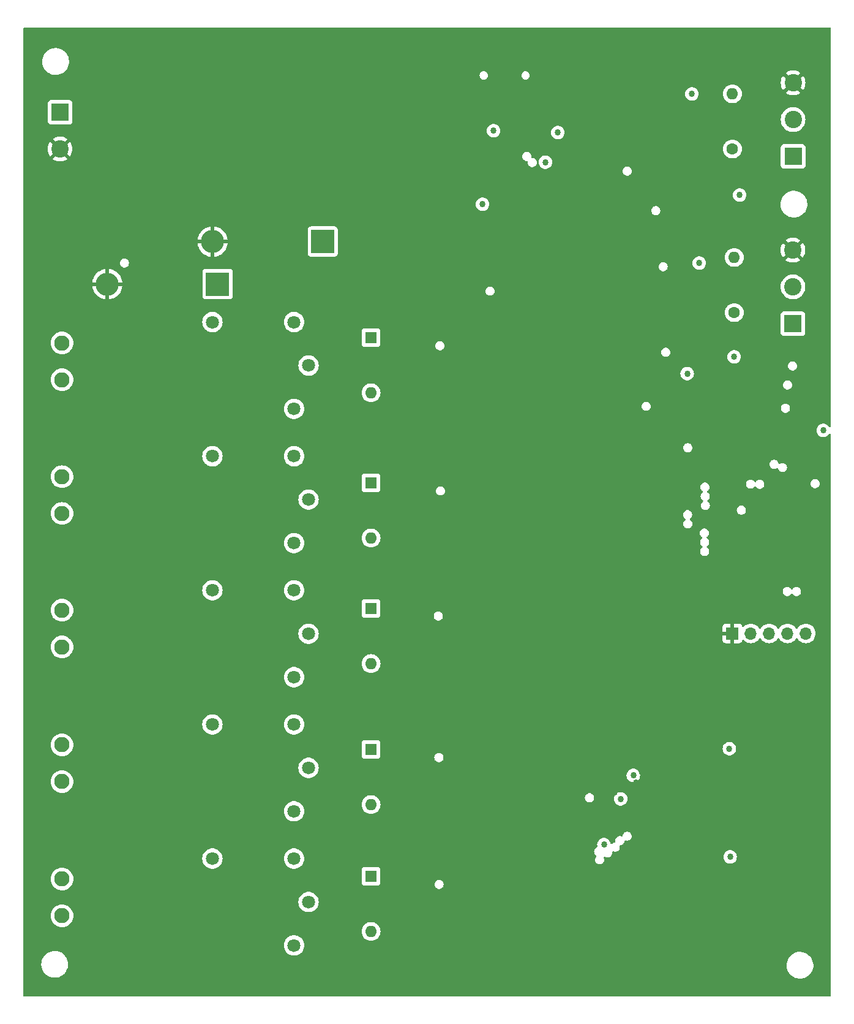
<source format=gbr>
%TF.GenerationSoftware,KiCad,Pcbnew,7.0.7*%
%TF.CreationDate,2023-11-01T18:07:50-05:00*%
%TF.ProjectId,greenhouse-controller-pcb,67726565-6e68-46f7-9573-652d636f6e74,rev?*%
%TF.SameCoordinates,Original*%
%TF.FileFunction,Copper,L2,Inr*%
%TF.FilePolarity,Positive*%
%FSLAX46Y46*%
G04 Gerber Fmt 4.6, Leading zero omitted, Abs format (unit mm)*
G04 Created by KiCad (PCBNEW 7.0.7) date 2023-11-01 18:07:50*
%MOMM*%
%LPD*%
G01*
G04 APERTURE LIST*
%TA.AperFunction,ComponentPad*%
%ADD10R,2.400000X2.400000*%
%TD*%
%TA.AperFunction,ComponentPad*%
%ADD11C,2.400000*%
%TD*%
%TA.AperFunction,ComponentPad*%
%ADD12C,1.808000*%
%TD*%
%TA.AperFunction,ComponentPad*%
%ADD13R,1.700000X1.700000*%
%TD*%
%TA.AperFunction,ComponentPad*%
%ADD14O,1.700000X1.700000*%
%TD*%
%TA.AperFunction,ComponentPad*%
%ADD15R,1.600000X1.600000*%
%TD*%
%TA.AperFunction,ComponentPad*%
%ADD16O,1.600000X1.600000*%
%TD*%
%TA.AperFunction,ComponentPad*%
%ADD17C,2.108200*%
%TD*%
%TA.AperFunction,ComponentPad*%
%ADD18R,3.200000X3.200000*%
%TD*%
%TA.AperFunction,ComponentPad*%
%ADD19O,3.200000X3.200000*%
%TD*%
%TA.AperFunction,ComponentPad*%
%ADD20C,1.600000*%
%TD*%
%TA.AperFunction,ViaPad*%
%ADD21C,0.863600*%
%TD*%
G04 APERTURE END LIST*
D10*
%TO.N,+12V*%
%TO.C,J6*%
X85327500Y-38735000D03*
D11*
%TO.N,GNDREF*%
X85327500Y-43815000D03*
%TD*%
D12*
%TO.N,Net-(J9-Pin_2)*%
%TO.C,K3*%
X119692499Y-110786599D03*
%TO.N,+12V*%
X117692497Y-104786600D03*
%TO.N,Net-(J9-Pin_1)*%
X106392502Y-104786600D03*
%TO.N,Net-(D6-A)*%
X117692497Y-116786598D03*
%TD*%
D13*
%TO.N,GNDREF*%
%TO.C,J1*%
X178308000Y-110744000D03*
D14*
%TO.N,JTAG_TCK*%
X180848000Y-110744000D03*
%TO.N,JTAG_TDO*%
X183388000Y-110744000D03*
%TO.N,JTAG_TDI*%
X185928000Y-110744000D03*
%TO.N,JTAG_TMS*%
X188468000Y-110744000D03*
%TD*%
D15*
%TO.N,+12V*%
%TO.C,D8*%
X128338501Y-144302999D03*
D16*
%TO.N,Net-(D8-A)*%
X128338501Y-151922999D03*
%TD*%
D17*
%TO.N,Net-(J8-Pin_1)*%
%TO.C,J8*%
X85598000Y-89081199D03*
%TO.N,Net-(J8-Pin_2)*%
X85598000Y-94161199D03*
%TD*%
D15*
%TO.N,+12V*%
%TO.C,D5*%
X128338501Y-89946999D03*
D16*
%TO.N,Net-(D5-A)*%
X128338501Y-97566999D03*
%TD*%
D15*
%TO.N,+12V*%
%TO.C,D4*%
X128338501Y-69880999D03*
D16*
%TO.N,Net-(D4-A)*%
X128338501Y-77500999D03*
%TD*%
D12*
%TO.N,Net-(J8-Pin_2)*%
%TO.C,K2*%
X119692499Y-92256199D03*
%TO.N,+12V*%
X117692497Y-86256200D03*
%TO.N,Net-(J8-Pin_1)*%
X106392502Y-86256200D03*
%TO.N,Net-(D5-A)*%
X117692497Y-98256198D03*
%TD*%
D17*
%TO.N,Net-(J10-Pin_1)*%
%TO.C,J10*%
X85598000Y-126141999D03*
%TO.N,Net-(J10-Pin_2)*%
X85598000Y-131221999D03*
%TD*%
D10*
%TO.N,Net-(J2-Pin_1)*%
%TO.C,J2*%
X186706500Y-44831000D03*
D11*
%TO.N,Net-(J2-Pin_2)*%
X186706500Y-39751000D03*
%TO.N,GNDREF*%
X186706500Y-34671000D03*
%TD*%
D17*
%TO.N,Net-(J11-Pin_1)*%
%TO.C,J11*%
X85598000Y-144672399D03*
%TO.N,Net-(J11-Pin_2)*%
X85598000Y-149752399D03*
%TD*%
D10*
%TO.N,Net-(J3-Pin_1)*%
%TO.C,J3*%
X186690000Y-67945000D03*
D11*
%TO.N,Net-(J3-Pin_2)*%
X186690000Y-62865000D03*
%TO.N,GNDREF*%
X186690000Y-57785000D03*
%TD*%
D18*
%TO.N,Net-(D1-K)*%
%TO.C,D1*%
X107111800Y-62484000D03*
D19*
%TO.N,GNDREF*%
X91871800Y-62484000D03*
%TD*%
D17*
%TO.N,Net-(J7-Pin_1)*%
%TO.C,J7*%
X85598000Y-70612000D03*
%TO.N,Net-(J7-Pin_2)*%
X85598000Y-75692000D03*
%TD*%
D18*
%TO.N,Net-(D3-K)*%
%TO.C,D3*%
X121666000Y-56616600D03*
D19*
%TO.N,GNDREF*%
X106426000Y-56616600D03*
%TD*%
D12*
%TO.N,Net-(J11-Pin_2)*%
%TO.C,K5*%
X119692499Y-147847399D03*
%TO.N,+12V*%
X117692497Y-141847400D03*
%TO.N,Net-(J11-Pin_1)*%
X106392502Y-141847400D03*
%TO.N,Net-(D8-A)*%
X117692497Y-153847398D03*
%TD*%
%TO.N,Net-(J7-Pin_2)*%
%TO.C,K1*%
X119692499Y-73725799D03*
%TO.N,+12V*%
X117692497Y-67725800D03*
%TO.N,Net-(J7-Pin_1)*%
X106392502Y-67725800D03*
%TO.N,Net-(D4-A)*%
X117692497Y-79725798D03*
%TD*%
D15*
%TO.N,+12V*%
%TO.C,D6*%
X128338501Y-107297499D03*
D16*
%TO.N,Net-(D6-A)*%
X128338501Y-114917499D03*
%TD*%
D12*
%TO.N,Net-(J10-Pin_2)*%
%TO.C,K4*%
X119692499Y-129316999D03*
%TO.N,+12V*%
X117692497Y-123317000D03*
%TO.N,Net-(J10-Pin_1)*%
X106392502Y-123317000D03*
%TO.N,Net-(D7-A)*%
X117692497Y-135316998D03*
%TD*%
D20*
%TO.N,Net-(J3-Pin_1)*%
%TO.C,R7*%
X178562000Y-66421000D03*
D16*
%TO.N,Net-(J3-Pin_2)*%
X178562000Y-58801000D03*
%TD*%
D17*
%TO.N,Net-(J9-Pin_1)*%
%TO.C,J9*%
X85598000Y-107530900D03*
%TO.N,Net-(J9-Pin_2)*%
X85598000Y-112610900D03*
%TD*%
D15*
%TO.N,+12V*%
%TO.C,D7*%
X128338501Y-126776999D03*
D16*
%TO.N,Net-(D7-A)*%
X128338501Y-134396999D03*
%TD*%
D20*
%TO.N,Net-(J2-Pin_1)*%
%TO.C,R4*%
X178308000Y-43815000D03*
D16*
%TO.N,Net-(J2-Pin_2)*%
X178308000Y-36195000D03*
%TD*%
D21*
%TO.N,GNDREF*%
X169672000Y-152400000D03*
X184912000Y-122428000D03*
X154432000Y-142748000D03*
X169672000Y-127508000D03*
X154432000Y-122428000D03*
X174752000Y-147828000D03*
X178866800Y-134194717D03*
X157378400Y-141986000D03*
X174752000Y-152400000D03*
X172212000Y-130048000D03*
X185369200Y-134213600D03*
X144272000Y-137668000D03*
X132113001Y-145669000D03*
X189992000Y-127508000D03*
X169672000Y-142748000D03*
X174752000Y-117348000D03*
X186740800Y-132359400D03*
X159512000Y-117348000D03*
X179882800Y-144322800D03*
X154432000Y-127508000D03*
X178866800Y-136601200D03*
X169672000Y-147828000D03*
X132113001Y-108585000D03*
X164947600Y-131368800D03*
X156108400Y-139801600D03*
X187198000Y-134264400D03*
X159105600Y-144475200D03*
X144272000Y-122428000D03*
X168630600Y-103936800D03*
X165760400Y-129844800D03*
X154432000Y-117348000D03*
X178562000Y-52959000D03*
X179832000Y-147828000D03*
X180879750Y-96012000D03*
X174752000Y-122428000D03*
X179832000Y-122428000D03*
X189992000Y-147828000D03*
X174371000Y-133299200D03*
X184912000Y-117348000D03*
X156819600Y-132537200D03*
X144272000Y-142748000D03*
X158292800Y-131064000D03*
X169672000Y-117348000D03*
X181457600Y-134264400D03*
X178409600Y-132283200D03*
X149352000Y-152400000D03*
X160020000Y-127635000D03*
X181356000Y-132181600D03*
X184912000Y-147828000D03*
X173736000Y-66167000D03*
X144272000Y-132588000D03*
X169672000Y-122428000D03*
X183229250Y-93599000D03*
X182372000Y-130048000D03*
X172796200Y-136931400D03*
X154432000Y-152400000D03*
X149352000Y-117348000D03*
X158394400Y-128828800D03*
X164388800Y-128219200D03*
X159512000Y-122428000D03*
X185642250Y-96012000D03*
X174752000Y-127508000D03*
X185642250Y-98425000D03*
X132842000Y-55121000D03*
X164592000Y-117348000D03*
X183388000Y-134162800D03*
X165481000Y-139065000D03*
X132367001Y-91059000D03*
X180879750Y-93599000D03*
X154127200Y-135432800D03*
X179832000Y-152400000D03*
X144272000Y-152400000D03*
X159512000Y-147828000D03*
X184150000Y-139598400D03*
X144272000Y-127508000D03*
X189992000Y-117348000D03*
X141198600Y-36948000D03*
X132367001Y-128143000D03*
X164592000Y-142748000D03*
X175895000Y-136931400D03*
X164592000Y-152400000D03*
X182499000Y-82677000D03*
X132367001Y-71247000D03*
X190982600Y-89890600D03*
X159512000Y-152400000D03*
X165963600Y-137769600D03*
X149352000Y-127508000D03*
X178308000Y-29964000D03*
X149352000Y-147828000D03*
X166166800Y-132333300D03*
X185826400Y-136702800D03*
X190550800Y-131013200D03*
X148082000Y-39751000D03*
X154432000Y-147828000D03*
X172313600Y-133197600D03*
X149352000Y-142748000D03*
X186842400Y-138125200D03*
X184912000Y-152400000D03*
X144272000Y-117348000D03*
X144272000Y-147828000D03*
X183229250Y-98425000D03*
X164592000Y-122428000D03*
X190982600Y-105003600D03*
X184912000Y-127508000D03*
X154228800Y-132689600D03*
X189585600Y-140055600D03*
X169519600Y-136652000D03*
X149352000Y-137668000D03*
X189992000Y-122428000D03*
X185642250Y-93599000D03*
X161998214Y-132740400D03*
X169672000Y-138785600D03*
X181610000Y-138430000D03*
X183388000Y-137312400D03*
X181051200Y-136448800D03*
X168351200Y-132435600D03*
X162407600Y-127863600D03*
X179832000Y-117348000D03*
X143510000Y-39751000D03*
X170688000Y-132384800D03*
X149352000Y-122428000D03*
X172720000Y-43307000D03*
X167995600Y-137718800D03*
X175260000Y-130429000D03*
X188315600Y-130962400D03*
X174752000Y-142748000D03*
X181406800Y-140766800D03*
X149352000Y-132588000D03*
X174777400Y-138277600D03*
X189992000Y-152400000D03*
X154381200Y-138074400D03*
X164592000Y-147828000D03*
X180879750Y-98425000D03*
X184962800Y-144068800D03*
X176580800Y-132359400D03*
%TO.N,+3.3V*%
X145288000Y-41275000D03*
X172720000Y-36195000D03*
X152450800Y-45643800D03*
X190881000Y-82677000D03*
X179324000Y-50165000D03*
X173736000Y-59563000D03*
X160545314Y-139936600D03*
X178562000Y-72517000D03*
X162856714Y-133607200D03*
X143764000Y-51435000D03*
X154178000Y-41529000D03*
%TO.N,Net-(U4-DIO3)*%
X164609314Y-130360800D03*
%TO.N,/LoRa Interface/DIO2*%
X177995114Y-141621700D03*
%TO.N,RS-485_2_TX*%
X172059600Y-74853800D03*
%TO.N,ANT_SW*%
X177893514Y-126686500D03*
%TD*%
%TA.AperFunction,Conductor*%
%TO.N,GNDREF*%
G36*
X191839539Y-27020385D02*
G01*
X191885294Y-27073189D01*
X191896500Y-27124700D01*
X191896500Y-82108524D01*
X191876815Y-82175563D01*
X191824011Y-82221318D01*
X191754853Y-82231262D01*
X191691297Y-82202237D01*
X191665113Y-82170524D01*
X191654510Y-82152160D01*
X191639401Y-82125990D01*
X191508266Y-81980350D01*
X191349718Y-81865157D01*
X191170683Y-81785446D01*
X191170681Y-81785445D01*
X190978989Y-81744700D01*
X190783011Y-81744700D01*
X190591317Y-81785445D01*
X190591312Y-81785447D01*
X190412283Y-81865156D01*
X190253731Y-81980352D01*
X190253728Y-81980354D01*
X190122598Y-82125990D01*
X190024611Y-82295710D01*
X190024608Y-82295717D01*
X189964051Y-82482092D01*
X189964050Y-82482093D01*
X189943565Y-82676999D01*
X189964050Y-82871906D01*
X189964051Y-82871907D01*
X190024608Y-83058282D01*
X190024611Y-83058289D01*
X190122599Y-83228010D01*
X190253734Y-83373650D01*
X190412282Y-83488843D01*
X190591317Y-83568554D01*
X190783011Y-83609300D01*
X190978989Y-83609300D01*
X191170683Y-83568554D01*
X191349718Y-83488843D01*
X191508266Y-83373650D01*
X191639401Y-83228010D01*
X191665113Y-83183474D01*
X191715679Y-83135260D01*
X191784286Y-83122036D01*
X191849151Y-83148004D01*
X191889680Y-83204917D01*
X191896500Y-83245475D01*
X191896500Y-160784500D01*
X191876815Y-160851539D01*
X191824011Y-160897294D01*
X191772500Y-160908500D01*
X80388500Y-160908500D01*
X80321461Y-160888815D01*
X80275706Y-160836011D01*
X80264500Y-160784500D01*
X80264500Y-156531763D01*
X82727787Y-156531763D01*
X82757413Y-156801013D01*
X82757415Y-156801024D01*
X82825926Y-157063082D01*
X82825928Y-157063088D01*
X82931870Y-157312390D01*
X83072979Y-157543605D01*
X83072986Y-157543615D01*
X83246253Y-157751819D01*
X83246259Y-157751824D01*
X83447998Y-157932582D01*
X83673910Y-158082044D01*
X83919176Y-158197020D01*
X83919183Y-158197022D01*
X83919185Y-158197023D01*
X84178557Y-158275057D01*
X84178564Y-158275058D01*
X84178569Y-158275060D01*
X84446561Y-158314500D01*
X84446566Y-158314500D01*
X84649636Y-158314500D01*
X84701133Y-158310730D01*
X84852156Y-158299677D01*
X84980837Y-158271012D01*
X85116546Y-158240782D01*
X85116548Y-158240781D01*
X85116553Y-158240780D01*
X85369558Y-158144014D01*
X85605777Y-158011441D01*
X85820177Y-157845888D01*
X86008186Y-157650881D01*
X86165799Y-157430579D01*
X86289447Y-157190082D01*
X86289649Y-157189690D01*
X86289651Y-157189684D01*
X86289656Y-157189675D01*
X86377118Y-156933305D01*
X86426319Y-156666933D01*
X86426618Y-156658763D01*
X185800987Y-156658763D01*
X185830613Y-156928013D01*
X185830615Y-156928024D01*
X185899019Y-157189672D01*
X185899128Y-157190088D01*
X186005070Y-157439390D01*
X186068672Y-157543605D01*
X186146179Y-157670605D01*
X186146186Y-157670615D01*
X186319453Y-157878819D01*
X186319459Y-157878824D01*
X186521198Y-158059582D01*
X186747110Y-158209044D01*
X186992376Y-158324020D01*
X186992383Y-158324022D01*
X186992385Y-158324023D01*
X187251757Y-158402057D01*
X187251764Y-158402058D01*
X187251769Y-158402060D01*
X187519761Y-158441500D01*
X187519766Y-158441500D01*
X187722836Y-158441500D01*
X187774333Y-158437730D01*
X187925356Y-158426677D01*
X188037958Y-158401593D01*
X188189746Y-158367782D01*
X188189748Y-158367781D01*
X188189753Y-158367780D01*
X188442758Y-158271014D01*
X188678977Y-158138441D01*
X188893377Y-157972888D01*
X189081386Y-157777881D01*
X189238999Y-157557579D01*
X189312987Y-157413669D01*
X189362849Y-157316690D01*
X189362851Y-157316684D01*
X189362856Y-157316675D01*
X189450318Y-157060305D01*
X189499519Y-156793933D01*
X189509412Y-156523235D01*
X189479786Y-156253982D01*
X189411272Y-155991912D01*
X189305330Y-155742610D01*
X189164218Y-155511390D01*
X189163045Y-155509981D01*
X188990946Y-155303180D01*
X188990940Y-155303175D01*
X188789202Y-155122418D01*
X188563292Y-154972957D01*
X188442984Y-154916559D01*
X188318024Y-154857980D01*
X188318019Y-154857978D01*
X188318014Y-154857976D01*
X188058642Y-154779942D01*
X188058628Y-154779939D01*
X187942991Y-154762921D01*
X187790639Y-154740500D01*
X187587569Y-154740500D01*
X187587564Y-154740500D01*
X187385044Y-154755323D01*
X187385031Y-154755325D01*
X187120653Y-154814217D01*
X187120646Y-154814220D01*
X186867639Y-154910987D01*
X186631426Y-155043557D01*
X186417022Y-155209112D01*
X186229022Y-155404109D01*
X186229016Y-155404116D01*
X186071402Y-155624419D01*
X186071399Y-155624424D01*
X185947550Y-155865309D01*
X185947543Y-155865327D01*
X185860084Y-156121685D01*
X185860081Y-156121699D01*
X185810881Y-156388068D01*
X185810880Y-156388075D01*
X185800987Y-156658763D01*
X86426618Y-156658763D01*
X86436212Y-156396235D01*
X86406586Y-156126982D01*
X86338072Y-155864912D01*
X86232130Y-155615610D01*
X86091018Y-155384390D01*
X86001747Y-155277119D01*
X85917746Y-155176180D01*
X85917740Y-155176175D01*
X85716002Y-154995418D01*
X85490092Y-154845957D01*
X85490090Y-154845956D01*
X85244824Y-154730980D01*
X85244819Y-154730978D01*
X85244814Y-154730976D01*
X84985442Y-154652942D01*
X84985428Y-154652939D01*
X84869791Y-154635921D01*
X84717439Y-154613500D01*
X84514369Y-154613500D01*
X84514364Y-154613500D01*
X84311844Y-154628323D01*
X84311831Y-154628325D01*
X84047453Y-154687217D01*
X84047446Y-154687220D01*
X83794439Y-154783987D01*
X83558226Y-154916557D01*
X83343822Y-155082112D01*
X83155822Y-155277109D01*
X83155816Y-155277116D01*
X82998202Y-155497419D01*
X82998199Y-155497424D01*
X82874350Y-155738309D01*
X82874343Y-155738327D01*
X82786884Y-155994685D01*
X82786881Y-155994699D01*
X82737681Y-156261068D01*
X82737680Y-156261075D01*
X82727787Y-156531763D01*
X80264500Y-156531763D01*
X80264500Y-153847403D01*
X116283183Y-153847403D01*
X116302402Y-154079355D01*
X116302404Y-154079366D01*
X116359543Y-154305000D01*
X116453041Y-154518156D01*
X116580350Y-154713018D01*
X116737991Y-154884260D01*
X116737995Y-154884264D01*
X116921675Y-155027228D01*
X116921677Y-155027229D01*
X117097570Y-155122418D01*
X117126382Y-155138010D01*
X117236456Y-155175798D01*
X117346527Y-155213586D01*
X117346529Y-155213586D01*
X117346531Y-155213587D01*
X117576117Y-155251898D01*
X117576118Y-155251898D01*
X117808876Y-155251898D01*
X117808877Y-155251898D01*
X118038463Y-155213587D01*
X118258612Y-155138010D01*
X118463319Y-155027228D01*
X118646999Y-154884264D01*
X118804644Y-154713017D01*
X118931952Y-154518157D01*
X119025450Y-154305002D01*
X119082590Y-154079363D01*
X119101811Y-153847398D01*
X119082590Y-153615433D01*
X119025450Y-153389794D01*
X118931952Y-153176639D01*
X118804644Y-152981779D01*
X118804643Y-152981777D01*
X118647002Y-152810535D01*
X118646999Y-152810532D01*
X118463316Y-152667566D01*
X118258613Y-152556786D01*
X118258607Y-152556784D01*
X118038466Y-152481209D01*
X117866273Y-152452475D01*
X117808877Y-152442898D01*
X117576117Y-152442898D01*
X117530199Y-152450560D01*
X117346527Y-152481209D01*
X117126386Y-152556784D01*
X117126380Y-152556786D01*
X116921677Y-152667566D01*
X116737994Y-152810532D01*
X116737991Y-152810535D01*
X116580350Y-152981777D01*
X116453041Y-153176639D01*
X116359543Y-153389795D01*
X116302404Y-153615429D01*
X116302402Y-153615440D01*
X116283183Y-153847392D01*
X116283183Y-153847403D01*
X80264500Y-153847403D01*
X80264500Y-151923000D01*
X127033033Y-151923000D01*
X127052865Y-152149685D01*
X127052867Y-152149696D01*
X127111759Y-152369487D01*
X127111762Y-152369496D01*
X127207932Y-152575731D01*
X127207933Y-152575733D01*
X127338455Y-152762140D01*
X127499359Y-152923044D01*
X127499362Y-152923046D01*
X127685767Y-153053567D01*
X127892005Y-153149738D01*
X128111809Y-153208634D01*
X128273731Y-153222800D01*
X128338499Y-153228467D01*
X128338501Y-153228467D01*
X128338503Y-153228467D01*
X128395174Y-153223508D01*
X128565193Y-153208634D01*
X128784997Y-153149738D01*
X128991235Y-153053567D01*
X129177640Y-152923046D01*
X129338548Y-152762138D01*
X129469069Y-152575733D01*
X129565240Y-152369495D01*
X129624136Y-152149691D01*
X129643969Y-151922999D01*
X129624136Y-151696307D01*
X129565240Y-151476503D01*
X129469069Y-151270265D01*
X129338548Y-151083860D01*
X129338546Y-151083857D01*
X129177642Y-150922953D01*
X128991235Y-150792431D01*
X128991233Y-150792430D01*
X128784998Y-150696260D01*
X128784989Y-150696257D01*
X128565198Y-150637365D01*
X128565194Y-150637364D01*
X128565193Y-150637364D01*
X128565192Y-150637363D01*
X128565187Y-150637363D01*
X128338503Y-150617531D01*
X128338499Y-150617531D01*
X128111814Y-150637363D01*
X128111803Y-150637365D01*
X127892012Y-150696257D01*
X127892003Y-150696260D01*
X127685768Y-150792430D01*
X127685766Y-150792431D01*
X127499359Y-150922953D01*
X127338455Y-151083857D01*
X127207933Y-151270264D01*
X127207932Y-151270266D01*
X127111762Y-151476501D01*
X127111759Y-151476510D01*
X127052867Y-151696301D01*
X127052865Y-151696312D01*
X127033033Y-151922997D01*
X127033033Y-151923000D01*
X80264500Y-151923000D01*
X80264500Y-149752399D01*
X84038593Y-149752399D01*
X84057792Y-149996347D01*
X84114915Y-150234282D01*
X84114915Y-150234283D01*
X84208555Y-150460351D01*
X84208557Y-150460354D01*
X84336409Y-150668989D01*
X84336410Y-150668992D01*
X84390262Y-150732044D01*
X84495333Y-150855066D01*
X84639370Y-150978086D01*
X84681406Y-151013988D01*
X84681409Y-151013989D01*
X84890044Y-151141841D01*
X84890047Y-151141843D01*
X85116116Y-151235483D01*
X85260990Y-151270264D01*
X85354055Y-151292607D01*
X85598000Y-151311806D01*
X85841945Y-151292607D01*
X86079883Y-151235483D01*
X86079884Y-151235483D01*
X86305952Y-151141843D01*
X86305953Y-151141842D01*
X86305956Y-151141841D01*
X86514596Y-151013986D01*
X86700667Y-150855066D01*
X86859587Y-150668995D01*
X86987442Y-150460355D01*
X87081084Y-150234282D01*
X87138208Y-149996344D01*
X87157407Y-149752399D01*
X87138208Y-149508454D01*
X87081084Y-149270516D01*
X87081084Y-149270515D01*
X87081084Y-149270514D01*
X86987444Y-149044446D01*
X86987442Y-149044443D01*
X86859590Y-148835808D01*
X86859589Y-148835805D01*
X86754718Y-148713018D01*
X86700667Y-148649732D01*
X86546613Y-148518157D01*
X86514593Y-148490809D01*
X86514590Y-148490808D01*
X86305955Y-148362956D01*
X86305952Y-148362954D01*
X86079883Y-148269314D01*
X85841948Y-148212191D01*
X85658986Y-148197791D01*
X85598000Y-148192992D01*
X85597999Y-148192992D01*
X85354051Y-148212191D01*
X85116116Y-148269314D01*
X85116115Y-148269314D01*
X84890047Y-148362954D01*
X84890044Y-148362956D01*
X84681409Y-148490808D01*
X84681406Y-148490809D01*
X84495333Y-148649732D01*
X84336410Y-148835805D01*
X84336409Y-148835808D01*
X84208557Y-149044443D01*
X84208555Y-149044446D01*
X84114915Y-149270514D01*
X84114915Y-149270515D01*
X84057792Y-149508450D01*
X84038593Y-149752399D01*
X80264500Y-149752399D01*
X80264500Y-147847404D01*
X118283185Y-147847404D01*
X118302404Y-148079356D01*
X118302406Y-148079367D01*
X118359545Y-148305001D01*
X118453043Y-148518157D01*
X118580352Y-148713019D01*
X118737993Y-148884261D01*
X118737997Y-148884265D01*
X118921677Y-149027229D01*
X119126384Y-149138011D01*
X119236458Y-149175799D01*
X119346529Y-149213587D01*
X119346531Y-149213587D01*
X119346533Y-149213588D01*
X119576119Y-149251899D01*
X119576120Y-149251899D01*
X119808878Y-149251899D01*
X119808879Y-149251899D01*
X120038465Y-149213588D01*
X120258614Y-149138011D01*
X120463321Y-149027229D01*
X120647001Y-148884265D01*
X120804646Y-148713018D01*
X120931954Y-148518158D01*
X121025452Y-148305003D01*
X121082592Y-148079364D01*
X121101813Y-147847399D01*
X121082592Y-147615434D01*
X121025452Y-147389795D01*
X120931954Y-147176640D01*
X120804646Y-146981780D01*
X120804645Y-146981778D01*
X120647004Y-146810536D01*
X120647001Y-146810533D01*
X120463318Y-146667567D01*
X120258615Y-146556787D01*
X120258609Y-146556785D01*
X120038468Y-146481210D01*
X119866275Y-146452476D01*
X119808879Y-146442899D01*
X119576119Y-146442899D01*
X119530201Y-146450561D01*
X119346529Y-146481210D01*
X119126388Y-146556785D01*
X119126382Y-146556787D01*
X118921679Y-146667567D01*
X118737996Y-146810533D01*
X118737993Y-146810536D01*
X118580352Y-146981778D01*
X118453043Y-147176640D01*
X118359545Y-147389796D01*
X118302406Y-147615430D01*
X118302404Y-147615441D01*
X118283185Y-147847393D01*
X118283185Y-147847404D01*
X80264500Y-147847404D01*
X80264500Y-144672398D01*
X84038593Y-144672398D01*
X84057792Y-144916347D01*
X84114915Y-145154282D01*
X84114915Y-145154283D01*
X84208555Y-145380351D01*
X84208557Y-145380354D01*
X84336409Y-145588989D01*
X84336410Y-145588992D01*
X84390262Y-145652044D01*
X84495333Y-145775066D01*
X84639370Y-145898086D01*
X84681406Y-145933988D01*
X84681409Y-145933989D01*
X84890044Y-146061841D01*
X84890047Y-146061843D01*
X85116116Y-146155483D01*
X85320301Y-146204503D01*
X85354055Y-146212607D01*
X85598000Y-146231806D01*
X85841945Y-146212607D01*
X86079883Y-146155483D01*
X86079884Y-146155483D01*
X86305952Y-146061843D01*
X86305953Y-146061842D01*
X86305956Y-146061841D01*
X86514596Y-145933986D01*
X86700667Y-145775066D01*
X86859587Y-145588995D01*
X86987442Y-145380355D01*
X87035751Y-145263726D01*
X87081084Y-145154283D01*
X87081084Y-145154282D01*
X87081903Y-145150869D01*
X127038001Y-145150869D01*
X127038002Y-145150875D01*
X127044409Y-145210482D01*
X127094703Y-145345327D01*
X127094707Y-145345334D01*
X127180953Y-145460543D01*
X127180956Y-145460546D01*
X127296165Y-145546792D01*
X127296172Y-145546796D01*
X127431018Y-145597090D01*
X127431017Y-145597090D01*
X127437945Y-145597834D01*
X127490628Y-145603499D01*
X129186373Y-145603498D01*
X129245984Y-145597090D01*
X129380832Y-145546795D01*
X129496047Y-145460545D01*
X129530142Y-145415000D01*
X137112091Y-145415000D01*
X137130458Y-145566274D01*
X137184495Y-145708756D01*
X137184495Y-145708757D01*
X137230265Y-145775065D01*
X137271060Y-145834166D01*
X137385121Y-145935216D01*
X137520051Y-146006032D01*
X137668008Y-146042500D01*
X137820392Y-146042500D01*
X137968349Y-146006032D01*
X138103279Y-145935216D01*
X138217340Y-145834166D01*
X138303905Y-145708756D01*
X138357941Y-145566274D01*
X138376309Y-145415000D01*
X138357941Y-145263726D01*
X138303905Y-145121244D01*
X138217340Y-144995834D01*
X138103279Y-144894784D01*
X137968349Y-144823968D01*
X137968348Y-144823967D01*
X137968347Y-144823967D01*
X137820392Y-144787500D01*
X137668008Y-144787500D01*
X137520052Y-144823967D01*
X137385122Y-144894783D01*
X137271060Y-144995833D01*
X137271058Y-144995836D01*
X137184495Y-145121242D01*
X137184495Y-145121243D01*
X137130458Y-145263725D01*
X137112091Y-145414999D01*
X137112091Y-145415000D01*
X129530142Y-145415000D01*
X129582297Y-145345330D01*
X129632592Y-145210482D01*
X129639001Y-145150872D01*
X129639000Y-143455127D01*
X129632592Y-143395516D01*
X129590610Y-143282957D01*
X129582298Y-143260670D01*
X129582294Y-143260663D01*
X129496048Y-143145454D01*
X129496045Y-143145451D01*
X129380836Y-143059205D01*
X129380829Y-143059201D01*
X129245983Y-143008907D01*
X129245984Y-143008907D01*
X129186384Y-143002500D01*
X129186382Y-143002499D01*
X129186374Y-143002499D01*
X129186365Y-143002499D01*
X127490630Y-143002499D01*
X127490624Y-143002500D01*
X127431017Y-143008907D01*
X127296172Y-143059201D01*
X127296165Y-143059205D01*
X127180956Y-143145451D01*
X127180953Y-143145454D01*
X127094707Y-143260663D01*
X127094703Y-143260670D01*
X127044409Y-143395516D01*
X127042765Y-143410812D01*
X127038002Y-143455122D01*
X127038001Y-143455134D01*
X127038001Y-145150869D01*
X87081903Y-145150869D01*
X87089016Y-145121242D01*
X87138208Y-144916344D01*
X87157407Y-144672399D01*
X87138208Y-144428454D01*
X87081084Y-144190516D01*
X87081084Y-144190515D01*
X87081084Y-144190514D01*
X86987444Y-143964446D01*
X86987442Y-143964443D01*
X86859590Y-143755808D01*
X86859589Y-143755805D01*
X86823687Y-143713769D01*
X86700667Y-143569732D01*
X86566468Y-143455115D01*
X86514593Y-143410809D01*
X86514590Y-143410808D01*
X86305955Y-143282956D01*
X86305952Y-143282954D01*
X86079883Y-143189314D01*
X85841948Y-143132191D01*
X85598000Y-143112992D01*
X85354051Y-143132191D01*
X85116116Y-143189314D01*
X85116115Y-143189314D01*
X84890047Y-143282954D01*
X84890044Y-143282956D01*
X84681409Y-143410808D01*
X84681406Y-143410809D01*
X84495333Y-143569732D01*
X84336410Y-143755805D01*
X84336409Y-143755808D01*
X84208557Y-143964443D01*
X84208555Y-143964446D01*
X84114915Y-144190514D01*
X84114915Y-144190515D01*
X84057792Y-144428450D01*
X84038593Y-144672398D01*
X80264500Y-144672398D01*
X80264500Y-141847405D01*
X104983188Y-141847405D01*
X105002407Y-142079357D01*
X105002409Y-142079368D01*
X105059548Y-142305002D01*
X105153046Y-142518158D01*
X105280355Y-142713020D01*
X105437996Y-142884262D01*
X105438000Y-142884266D01*
X105621680Y-143027230D01*
X105826387Y-143138012D01*
X105936461Y-143175800D01*
X106046532Y-143213588D01*
X106046534Y-143213588D01*
X106046536Y-143213589D01*
X106276122Y-143251900D01*
X106276123Y-143251900D01*
X106508881Y-143251900D01*
X106508882Y-143251900D01*
X106738468Y-143213589D01*
X106958617Y-143138012D01*
X107163324Y-143027230D01*
X107347004Y-142884266D01*
X107504649Y-142713019D01*
X107631957Y-142518159D01*
X107725455Y-142305004D01*
X107782595Y-142079365D01*
X107788924Y-142002989D01*
X107801816Y-141847405D01*
X116283183Y-141847405D01*
X116302402Y-142079357D01*
X116302404Y-142079368D01*
X116359543Y-142305002D01*
X116453041Y-142518158D01*
X116580350Y-142713020D01*
X116737991Y-142884262D01*
X116737995Y-142884266D01*
X116921675Y-143027230D01*
X117126382Y-143138012D01*
X117236456Y-143175800D01*
X117346527Y-143213588D01*
X117346529Y-143213588D01*
X117346531Y-143213589D01*
X117576117Y-143251900D01*
X117576118Y-143251900D01*
X117808876Y-143251900D01*
X117808877Y-143251900D01*
X118038463Y-143213589D01*
X118258612Y-143138012D01*
X118463319Y-143027230D01*
X118646999Y-142884266D01*
X118804644Y-142713019D01*
X118931952Y-142518159D01*
X119025450Y-142305004D01*
X119082590Y-142079365D01*
X119088919Y-142002989D01*
X119101811Y-141847405D01*
X119101811Y-141847394D01*
X119082591Y-141615442D01*
X119082589Y-141615431D01*
X119053151Y-141499184D01*
X119025450Y-141389796D01*
X118931952Y-141176641D01*
X118851958Y-141054200D01*
X118804643Y-140981779D01*
X118707634Y-140876400D01*
X159176605Y-140876400D01*
X159194972Y-141027674D01*
X159249009Y-141170156D01*
X159249009Y-141170157D01*
X159253485Y-141176641D01*
X159335574Y-141295566D01*
X159449635Y-141396616D01*
X159458972Y-141401516D01*
X159509186Y-141450100D01*
X159525162Y-141518118D01*
X159501829Y-141583976D01*
X159492528Y-141594248D01*
X159492948Y-141594620D01*
X159487972Y-141600236D01*
X159401409Y-141725642D01*
X159401409Y-141725643D01*
X159347372Y-141868125D01*
X159329005Y-142019399D01*
X159329005Y-142019400D01*
X159347372Y-142170674D01*
X159401409Y-142313156D01*
X159401409Y-142313157D01*
X159404994Y-142318350D01*
X159487974Y-142438566D01*
X159602035Y-142539616D01*
X159736965Y-142610432D01*
X159884922Y-142646900D01*
X160037306Y-142646900D01*
X160185263Y-142610432D01*
X160320193Y-142539616D01*
X160434254Y-142438566D01*
X160520819Y-142313156D01*
X160574855Y-142170674D01*
X160593223Y-142019400D01*
X160591229Y-142002982D01*
X160574855Y-141868126D01*
X160574855Y-141868125D01*
X160522057Y-141728910D01*
X160516691Y-141659250D01*
X160549838Y-141597744D01*
X160610976Y-141563923D01*
X160680694Y-141568524D01*
X160695618Y-141575142D01*
X160829165Y-141645232D01*
X160977122Y-141681700D01*
X161129506Y-141681700D01*
X161277463Y-141645232D01*
X161322302Y-141621699D01*
X177057679Y-141621699D01*
X177078164Y-141816606D01*
X177078165Y-141816607D01*
X177138722Y-142002982D01*
X177138725Y-142002989D01*
X177236713Y-142172710D01*
X177367848Y-142318350D01*
X177526396Y-142433543D01*
X177705431Y-142513254D01*
X177897125Y-142554000D01*
X178093103Y-142554000D01*
X178284797Y-142513254D01*
X178463832Y-142433543D01*
X178622380Y-142318350D01*
X178753515Y-142172710D01*
X178851503Y-142002989D01*
X178912064Y-141816604D01*
X178932549Y-141621700D01*
X178912064Y-141426796D01*
X178851503Y-141240411D01*
X178753515Y-141070690D01*
X178622380Y-140925050D01*
X178463832Y-140809857D01*
X178284797Y-140730146D01*
X178284795Y-140730145D01*
X178093103Y-140689400D01*
X177897125Y-140689400D01*
X177705431Y-140730145D01*
X177705426Y-140730147D01*
X177526397Y-140809856D01*
X177367845Y-140925052D01*
X177367842Y-140925054D01*
X177236712Y-141070690D01*
X177138725Y-141240410D01*
X177138722Y-141240417D01*
X177078165Y-141426792D01*
X177078164Y-141426793D01*
X177057679Y-141621699D01*
X161322302Y-141621699D01*
X161412393Y-141574416D01*
X161526454Y-141473366D01*
X161613019Y-141347956D01*
X161667055Y-141205474D01*
X161685423Y-141054200D01*
X161675998Y-140976583D01*
X161687458Y-140907663D01*
X161734361Y-140855877D01*
X161801817Y-140837669D01*
X161856718Y-140851841D01*
X161886385Y-140867412D01*
X162034342Y-140903880D01*
X162186726Y-140903880D01*
X162334683Y-140867412D01*
X162469613Y-140796596D01*
X162583674Y-140695546D01*
X162670239Y-140570136D01*
X162724275Y-140427654D01*
X162742643Y-140276380D01*
X162742293Y-140273494D01*
X162727370Y-140150594D01*
X162738830Y-140081671D01*
X162785734Y-140029885D01*
X162825249Y-140016128D01*
X162824910Y-140014751D01*
X162832193Y-140012956D01*
X162980150Y-139976488D01*
X163115080Y-139905672D01*
X163229141Y-139804622D01*
X163315706Y-139679212D01*
X163369742Y-139536730D01*
X163379386Y-139457298D01*
X163407007Y-139393122D01*
X163464941Y-139354065D01*
X163532154Y-139351849D01*
X163677608Y-139387700D01*
X163829992Y-139387700D01*
X163977949Y-139351232D01*
X164112879Y-139280416D01*
X164226940Y-139179366D01*
X164313505Y-139053956D01*
X164367541Y-138911474D01*
X164385909Y-138760200D01*
X164367541Y-138608926D01*
X164367540Y-138608924D01*
X164347047Y-138554888D01*
X164313505Y-138466444D01*
X164226940Y-138341034D01*
X164112879Y-138239984D01*
X163977949Y-138169168D01*
X163977948Y-138169167D01*
X163977947Y-138169167D01*
X163829992Y-138132700D01*
X163677608Y-138132700D01*
X163529652Y-138169167D01*
X163394722Y-138239983D01*
X163280660Y-138341033D01*
X163280658Y-138341036D01*
X163194095Y-138466442D01*
X163194095Y-138466443D01*
X163140059Y-138608924D01*
X163130414Y-138688356D01*
X163102792Y-138752534D01*
X163044857Y-138791590D01*
X162977643Y-138793806D01*
X162832193Y-138757956D01*
X162679809Y-138757956D01*
X162531853Y-138794423D01*
X162396923Y-138865239D01*
X162282861Y-138966289D01*
X162282859Y-138966292D01*
X162196296Y-139091698D01*
X162196296Y-139091699D01*
X162142259Y-139234181D01*
X162123892Y-139385455D01*
X162123892Y-139385456D01*
X162139164Y-139511241D01*
X162127703Y-139580165D01*
X162080799Y-139631950D01*
X162041286Y-139645711D01*
X162041625Y-139647085D01*
X161886386Y-139685347D01*
X161751453Y-139756164D01*
X161668649Y-139829523D01*
X161605416Y-139859245D01*
X161536152Y-139850061D01*
X161482849Y-139804889D01*
X161463101Y-139749668D01*
X161462264Y-139741696D01*
X161401703Y-139555311D01*
X161303715Y-139385590D01*
X161172580Y-139239950D01*
X161014032Y-139124757D01*
X160834997Y-139045046D01*
X160834995Y-139045045D01*
X160643303Y-139004300D01*
X160447325Y-139004300D01*
X160255631Y-139045045D01*
X160255626Y-139045047D01*
X160076597Y-139124756D01*
X159918045Y-139239952D01*
X159918042Y-139239954D01*
X159786912Y-139385590D01*
X159688925Y-139555310D01*
X159688922Y-139555317D01*
X159628365Y-139741692D01*
X159628364Y-139741693D01*
X159607879Y-139936599D01*
X159607879Y-139936600D01*
X159623126Y-140081671D01*
X159628365Y-140131510D01*
X159632365Y-140143821D01*
X159634358Y-140213662D01*
X159598275Y-140273494D01*
X159572058Y-140291932D01*
X159449636Y-140356183D01*
X159335574Y-140457233D01*
X159335572Y-140457236D01*
X159249009Y-140582642D01*
X159249009Y-140582643D01*
X159194972Y-140725125D01*
X159176605Y-140876399D01*
X159176605Y-140876400D01*
X118707634Y-140876400D01*
X118647002Y-140810537D01*
X118646999Y-140810534D01*
X118543718Y-140730147D01*
X118463319Y-140667570D01*
X118463317Y-140667569D01*
X118463316Y-140667568D01*
X118258613Y-140556788D01*
X118258607Y-140556786D01*
X118038466Y-140481211D01*
X117866273Y-140452477D01*
X117808877Y-140442900D01*
X117576117Y-140442900D01*
X117530199Y-140450562D01*
X117346527Y-140481211D01*
X117126386Y-140556786D01*
X117126380Y-140556788D01*
X116921677Y-140667568D01*
X116737994Y-140810534D01*
X116737991Y-140810537D01*
X116580350Y-140981779D01*
X116453041Y-141176641D01*
X116359543Y-141389797D01*
X116302404Y-141615431D01*
X116302402Y-141615442D01*
X116283183Y-141847394D01*
X116283183Y-141847405D01*
X107801816Y-141847405D01*
X107801816Y-141847394D01*
X107782596Y-141615442D01*
X107782594Y-141615431D01*
X107753156Y-141499184D01*
X107725455Y-141389796D01*
X107631957Y-141176641D01*
X107551963Y-141054200D01*
X107504648Y-140981779D01*
X107347007Y-140810537D01*
X107347004Y-140810534D01*
X107243723Y-140730147D01*
X107163324Y-140667570D01*
X107163322Y-140667569D01*
X107163321Y-140667568D01*
X106958618Y-140556788D01*
X106958612Y-140556786D01*
X106738471Y-140481211D01*
X106566278Y-140452477D01*
X106508882Y-140442900D01*
X106276122Y-140442900D01*
X106230204Y-140450562D01*
X106046532Y-140481211D01*
X105826391Y-140556786D01*
X105826385Y-140556788D01*
X105621682Y-140667568D01*
X105437999Y-140810534D01*
X105437996Y-140810537D01*
X105280355Y-140981779D01*
X105153046Y-141176641D01*
X105059548Y-141389797D01*
X105002409Y-141615431D01*
X105002407Y-141615442D01*
X104983188Y-141847394D01*
X104983188Y-141847405D01*
X80264500Y-141847405D01*
X80264500Y-135317003D01*
X116283183Y-135317003D01*
X116302402Y-135548955D01*
X116302404Y-135548966D01*
X116359543Y-135774600D01*
X116453041Y-135987756D01*
X116580350Y-136182618D01*
X116737991Y-136353860D01*
X116737995Y-136353864D01*
X116921675Y-136496828D01*
X117126382Y-136607610D01*
X117236456Y-136645398D01*
X117346527Y-136683186D01*
X117346529Y-136683186D01*
X117346531Y-136683187D01*
X117576117Y-136721498D01*
X117576118Y-136721498D01*
X117808876Y-136721498D01*
X117808877Y-136721498D01*
X118038463Y-136683187D01*
X118258612Y-136607610D01*
X118463319Y-136496828D01*
X118646999Y-136353864D01*
X118804644Y-136182617D01*
X118931952Y-135987757D01*
X119025450Y-135774602D01*
X119082590Y-135548963D01*
X119095178Y-135397046D01*
X119101811Y-135317003D01*
X119101811Y-135316992D01*
X119082591Y-135085040D01*
X119082589Y-135085029D01*
X119025450Y-134859395D01*
X119018476Y-134843496D01*
X118931952Y-134646239D01*
X118804644Y-134451379D01*
X118804643Y-134451377D01*
X118754585Y-134397000D01*
X127033033Y-134397000D01*
X127052865Y-134623685D01*
X127052867Y-134623696D01*
X127111759Y-134843487D01*
X127111762Y-134843496D01*
X127207932Y-135049731D01*
X127207933Y-135049733D01*
X127338455Y-135236140D01*
X127499359Y-135397044D01*
X127499362Y-135397046D01*
X127685767Y-135527567D01*
X127892005Y-135623738D01*
X128111809Y-135682634D01*
X128273731Y-135696800D01*
X128338499Y-135702467D01*
X128338501Y-135702467D01*
X128338503Y-135702467D01*
X128395174Y-135697508D01*
X128565193Y-135682634D01*
X128784997Y-135623738D01*
X128991235Y-135527567D01*
X129177640Y-135397046D01*
X129338548Y-135236138D01*
X129469069Y-135049733D01*
X129565240Y-134843495D01*
X129624136Y-134623691D01*
X129643969Y-134396999D01*
X129624136Y-134170307D01*
X129565240Y-133950503D01*
X129469069Y-133744265D01*
X129338548Y-133557860D01*
X129338546Y-133557857D01*
X129232289Y-133451600D01*
X157914691Y-133451600D01*
X157933058Y-133602874D01*
X157987095Y-133745356D01*
X157987095Y-133745357D01*
X158065608Y-133859101D01*
X158073660Y-133870766D01*
X158187721Y-133971816D01*
X158322651Y-134042632D01*
X158470608Y-134079100D01*
X158622992Y-134079100D01*
X158770949Y-134042632D01*
X158905879Y-133971816D01*
X159019940Y-133870766D01*
X159106505Y-133745356D01*
X159158900Y-133607200D01*
X161919279Y-133607200D01*
X161939764Y-133802106D01*
X161939765Y-133802107D01*
X162000322Y-133988482D01*
X162000325Y-133988489D01*
X162098313Y-134158210D01*
X162229448Y-134303850D01*
X162387996Y-134419043D01*
X162567031Y-134498754D01*
X162758725Y-134539500D01*
X162954703Y-134539500D01*
X163146397Y-134498754D01*
X163325432Y-134419043D01*
X163483980Y-134303850D01*
X163615115Y-134158210D01*
X163713103Y-133988489D01*
X163773664Y-133802104D01*
X163794149Y-133607200D01*
X163773664Y-133412296D01*
X163713103Y-133225911D01*
X163615115Y-133056190D01*
X163483980Y-132910550D01*
X163325432Y-132795357D01*
X163146397Y-132715646D01*
X163146395Y-132715645D01*
X162954703Y-132674900D01*
X162758725Y-132674900D01*
X162567031Y-132715645D01*
X162567026Y-132715647D01*
X162387997Y-132795356D01*
X162229445Y-132910552D01*
X162229442Y-132910554D01*
X162098312Y-133056190D01*
X162000325Y-133225910D01*
X162000322Y-133225917D01*
X161939765Y-133412292D01*
X161939764Y-133412293D01*
X161919279Y-133607200D01*
X159158900Y-133607200D01*
X159160541Y-133602874D01*
X159178909Y-133451600D01*
X159160541Y-133300326D01*
X159147686Y-133266431D01*
X159140047Y-133246288D01*
X159106505Y-133157844D01*
X159019940Y-133032434D01*
X158905879Y-132931384D01*
X158770949Y-132860568D01*
X158770948Y-132860567D01*
X158770947Y-132860567D01*
X158622992Y-132824100D01*
X158470608Y-132824100D01*
X158322652Y-132860567D01*
X158187722Y-132931383D01*
X158073660Y-133032433D01*
X158073658Y-133032436D01*
X157987095Y-133157842D01*
X157987095Y-133157843D01*
X157933058Y-133300325D01*
X157914691Y-133451599D01*
X157914691Y-133451600D01*
X129232289Y-133451600D01*
X129177642Y-133396953D01*
X128991235Y-133266431D01*
X128991233Y-133266430D01*
X128784998Y-133170260D01*
X128784989Y-133170257D01*
X128565198Y-133111365D01*
X128565194Y-133111364D01*
X128565193Y-133111364D01*
X128565192Y-133111363D01*
X128565187Y-133111363D01*
X128338503Y-133091531D01*
X128338499Y-133091531D01*
X128111814Y-133111363D01*
X128111803Y-133111365D01*
X127892012Y-133170257D01*
X127892003Y-133170260D01*
X127685768Y-133266430D01*
X127685766Y-133266431D01*
X127499359Y-133396953D01*
X127338455Y-133557857D01*
X127207933Y-133744264D01*
X127207932Y-133744266D01*
X127111762Y-133950501D01*
X127111759Y-133950510D01*
X127052867Y-134170301D01*
X127052865Y-134170312D01*
X127033033Y-134396997D01*
X127033033Y-134397000D01*
X118754585Y-134397000D01*
X118647002Y-134280135D01*
X118646999Y-134280132D01*
X118505888Y-134170301D01*
X118463319Y-134137168D01*
X118463317Y-134137167D01*
X118463316Y-134137166D01*
X118258613Y-134026386D01*
X118258607Y-134026384D01*
X118038466Y-133950809D01*
X117866273Y-133922075D01*
X117808877Y-133912498D01*
X117576117Y-133912498D01*
X117530199Y-133920160D01*
X117346527Y-133950809D01*
X117126386Y-134026384D01*
X117126380Y-134026386D01*
X116921677Y-134137166D01*
X116737994Y-134280132D01*
X116737991Y-134280135D01*
X116580350Y-134451377D01*
X116453041Y-134646239D01*
X116359543Y-134859395D01*
X116302404Y-135085029D01*
X116302402Y-135085040D01*
X116283183Y-135316992D01*
X116283183Y-135317003D01*
X80264500Y-135317003D01*
X80264500Y-131221998D01*
X84038593Y-131221998D01*
X84057792Y-131465947D01*
X84114915Y-131703882D01*
X84114915Y-131703883D01*
X84208555Y-131929951D01*
X84208557Y-131929954D01*
X84336409Y-132138589D01*
X84336410Y-132138592D01*
X84336413Y-132138595D01*
X84495333Y-132324666D01*
X84639370Y-132447686D01*
X84681406Y-132483588D01*
X84681409Y-132483589D01*
X84890044Y-132611441D01*
X84890047Y-132611443D01*
X85116116Y-132705083D01*
X85320301Y-132754103D01*
X85354055Y-132762207D01*
X85598000Y-132781406D01*
X85841945Y-132762207D01*
X86079883Y-132705083D01*
X86079884Y-132705083D01*
X86305952Y-132611443D01*
X86305953Y-132611442D01*
X86305956Y-132611441D01*
X86514596Y-132483586D01*
X86700667Y-132324666D01*
X86859587Y-132138595D01*
X86987442Y-131929955D01*
X87081084Y-131703882D01*
X87138208Y-131465944D01*
X87157407Y-131221999D01*
X87138208Y-130978054D01*
X87081084Y-130740116D01*
X87081084Y-130740115D01*
X87081084Y-130740114D01*
X86987444Y-130514046D01*
X86987442Y-130514043D01*
X86859590Y-130305408D01*
X86859589Y-130305405D01*
X86754718Y-130182618D01*
X86700667Y-130119332D01*
X86536957Y-129979510D01*
X86514593Y-129960409D01*
X86514590Y-129960408D01*
X86305955Y-129832556D01*
X86305952Y-129832554D01*
X86079883Y-129738914D01*
X85841948Y-129681791D01*
X85598000Y-129662592D01*
X85354051Y-129681791D01*
X85116116Y-129738914D01*
X85116115Y-129738914D01*
X84890047Y-129832554D01*
X84890044Y-129832556D01*
X84681409Y-129960408D01*
X84681406Y-129960409D01*
X84495333Y-130119332D01*
X84336410Y-130305405D01*
X84336409Y-130305408D01*
X84208557Y-130514043D01*
X84208555Y-130514046D01*
X84114915Y-130740114D01*
X84114915Y-130740115D01*
X84057792Y-130978050D01*
X84038593Y-131221998D01*
X80264500Y-131221998D01*
X80264500Y-129317004D01*
X118283185Y-129317004D01*
X118302404Y-129548956D01*
X118302406Y-129548967D01*
X118359545Y-129774601D01*
X118453043Y-129987757D01*
X118580352Y-130182619D01*
X118737993Y-130353861D01*
X118737997Y-130353865D01*
X118921677Y-130496829D01*
X119126384Y-130607611D01*
X119236458Y-130645399D01*
X119346529Y-130683187D01*
X119346531Y-130683187D01*
X119346533Y-130683188D01*
X119576119Y-130721499D01*
X119576120Y-130721499D01*
X119808878Y-130721499D01*
X119808879Y-130721499D01*
X120038465Y-130683188D01*
X120258614Y-130607611D01*
X120463321Y-130496829D01*
X120638092Y-130360799D01*
X163671879Y-130360799D01*
X163692364Y-130555706D01*
X163692365Y-130555707D01*
X163752922Y-130742082D01*
X163752925Y-130742089D01*
X163850913Y-130911810D01*
X163982048Y-131057450D01*
X164140596Y-131172643D01*
X164319631Y-131252354D01*
X164511325Y-131293100D01*
X164707303Y-131293100D01*
X164898997Y-131252354D01*
X165078032Y-131172643D01*
X165236580Y-131057450D01*
X165367715Y-130911810D01*
X165465703Y-130742089D01*
X165526264Y-130555704D01*
X165546749Y-130360800D01*
X165526264Y-130165896D01*
X165465703Y-129979511D01*
X165367715Y-129809790D01*
X165236580Y-129664150D01*
X165078032Y-129548957D01*
X164898997Y-129469246D01*
X164898995Y-129469245D01*
X164707303Y-129428500D01*
X164511325Y-129428500D01*
X164319631Y-129469245D01*
X164319626Y-129469247D01*
X164140597Y-129548956D01*
X163982045Y-129664152D01*
X163982042Y-129664154D01*
X163850912Y-129809790D01*
X163752925Y-129979510D01*
X163752922Y-129979517D01*
X163692365Y-130165892D01*
X163692364Y-130165893D01*
X163671879Y-130360799D01*
X120638092Y-130360799D01*
X120647001Y-130353865D01*
X120804646Y-130182618D01*
X120931954Y-129987758D01*
X121025452Y-129774603D01*
X121082592Y-129548964D01*
X121082592Y-129548959D01*
X121082593Y-129548956D01*
X121101813Y-129317004D01*
X121101813Y-129316993D01*
X121082593Y-129085041D01*
X121082591Y-129085030D01*
X121025452Y-128859396D01*
X120931954Y-128646240D01*
X120804645Y-128451378D01*
X120647004Y-128280136D01*
X120647001Y-128280133D01*
X120463318Y-128137167D01*
X120258615Y-128026387D01*
X120258609Y-128026385D01*
X120038468Y-127950810D01*
X119866275Y-127922076D01*
X119808879Y-127912499D01*
X119576119Y-127912499D01*
X119530201Y-127920161D01*
X119346529Y-127950810D01*
X119126388Y-128026385D01*
X119126382Y-128026387D01*
X118921679Y-128137167D01*
X118737996Y-128280133D01*
X118737993Y-128280136D01*
X118580352Y-128451378D01*
X118453043Y-128646240D01*
X118359545Y-128859396D01*
X118302406Y-129085030D01*
X118302404Y-129085041D01*
X118283185Y-129316993D01*
X118283185Y-129317004D01*
X80264500Y-129317004D01*
X80264500Y-126141998D01*
X84038593Y-126141998D01*
X84057792Y-126385947D01*
X84114915Y-126623882D01*
X84114915Y-126623883D01*
X84208555Y-126849951D01*
X84208557Y-126849954D01*
X84336409Y-127058589D01*
X84336410Y-127058592D01*
X84336413Y-127058595D01*
X84495333Y-127244666D01*
X84639370Y-127367686D01*
X84681406Y-127403588D01*
X84681409Y-127403589D01*
X84890044Y-127531441D01*
X84890047Y-127531443D01*
X85116116Y-127625083D01*
X85320301Y-127674103D01*
X85354055Y-127682207D01*
X85598000Y-127701406D01*
X85841945Y-127682207D01*
X86079883Y-127625083D01*
X86079884Y-127625083D01*
X86080401Y-127624869D01*
X127038001Y-127624869D01*
X127038002Y-127624875D01*
X127044409Y-127684482D01*
X127094703Y-127819327D01*
X127094707Y-127819334D01*
X127180953Y-127934543D01*
X127180956Y-127934546D01*
X127296165Y-128020792D01*
X127296172Y-128020796D01*
X127431018Y-128071090D01*
X127431017Y-128071090D01*
X127437945Y-128071834D01*
X127490628Y-128077499D01*
X129186373Y-128077498D01*
X129245984Y-128071090D01*
X129380832Y-128020795D01*
X129496047Y-127934545D01*
X129530142Y-127889000D01*
X137086691Y-127889000D01*
X137105058Y-128040274D01*
X137159095Y-128182756D01*
X137159095Y-128182757D01*
X137226310Y-128280133D01*
X137245660Y-128308166D01*
X137359721Y-128409216D01*
X137494651Y-128480032D01*
X137642608Y-128516500D01*
X137794992Y-128516500D01*
X137942949Y-128480032D01*
X138077879Y-128409216D01*
X138191940Y-128308166D01*
X138278505Y-128182756D01*
X138332541Y-128040274D01*
X138350909Y-127889000D01*
X138332541Y-127737726D01*
X138278505Y-127595244D01*
X138191940Y-127469834D01*
X138077879Y-127368784D01*
X137942949Y-127297968D01*
X137942948Y-127297967D01*
X137942947Y-127297967D01*
X137794992Y-127261500D01*
X137642608Y-127261500D01*
X137494652Y-127297967D01*
X137359722Y-127368783D01*
X137245660Y-127469833D01*
X137245658Y-127469836D01*
X137159095Y-127595242D01*
X137159095Y-127595243D01*
X137105058Y-127737725D01*
X137086691Y-127888999D01*
X137086691Y-127889000D01*
X129530142Y-127889000D01*
X129582297Y-127819330D01*
X129632592Y-127684482D01*
X129639001Y-127624872D01*
X129639000Y-126686500D01*
X176956079Y-126686500D01*
X176976564Y-126881406D01*
X176976565Y-126881407D01*
X177037122Y-127067782D01*
X177037125Y-127067789D01*
X177135113Y-127237510D01*
X177266248Y-127383150D01*
X177424796Y-127498343D01*
X177603831Y-127578054D01*
X177795525Y-127618800D01*
X177991503Y-127618800D01*
X178183197Y-127578054D01*
X178362232Y-127498343D01*
X178520780Y-127383150D01*
X178651915Y-127237510D01*
X178749903Y-127067789D01*
X178810464Y-126881404D01*
X178830949Y-126686500D01*
X178810464Y-126491596D01*
X178749903Y-126305211D01*
X178651915Y-126135490D01*
X178520780Y-125989850D01*
X178362232Y-125874657D01*
X178183197Y-125794946D01*
X178183195Y-125794945D01*
X177991503Y-125754200D01*
X177795525Y-125754200D01*
X177603831Y-125794945D01*
X177603826Y-125794947D01*
X177424797Y-125874656D01*
X177266245Y-125989852D01*
X177266242Y-125989854D01*
X177135112Y-126135490D01*
X177037125Y-126305210D01*
X177037122Y-126305217D01*
X176976565Y-126491592D01*
X176976564Y-126491593D01*
X176956079Y-126686500D01*
X129639000Y-126686500D01*
X129639000Y-125929127D01*
X129632592Y-125869516D01*
X129604779Y-125794946D01*
X129582298Y-125734670D01*
X129582294Y-125734663D01*
X129496048Y-125619454D01*
X129496045Y-125619451D01*
X129380836Y-125533205D01*
X129380829Y-125533201D01*
X129245983Y-125482907D01*
X129245984Y-125482907D01*
X129186384Y-125476500D01*
X129186382Y-125476499D01*
X129186374Y-125476499D01*
X129186365Y-125476499D01*
X127490630Y-125476499D01*
X127490624Y-125476500D01*
X127431017Y-125482907D01*
X127296172Y-125533201D01*
X127296165Y-125533205D01*
X127180956Y-125619451D01*
X127180953Y-125619454D01*
X127094707Y-125734663D01*
X127094703Y-125734670D01*
X127044409Y-125869516D01*
X127038002Y-125929115D01*
X127038002Y-125929122D01*
X127038001Y-125929134D01*
X127038001Y-127624869D01*
X86080401Y-127624869D01*
X86305952Y-127531443D01*
X86305953Y-127531442D01*
X86305956Y-127531441D01*
X86514596Y-127403586D01*
X86700667Y-127244666D01*
X86859587Y-127058595D01*
X86987442Y-126849955D01*
X87081084Y-126623882D01*
X87138208Y-126385944D01*
X87157407Y-126141999D01*
X87138208Y-125898054D01*
X87098983Y-125734670D01*
X87081084Y-125660115D01*
X87081084Y-125660114D01*
X86987444Y-125434046D01*
X86987442Y-125434043D01*
X86859590Y-125225408D01*
X86859589Y-125225405D01*
X86823687Y-125183369D01*
X86700667Y-125039332D01*
X86577645Y-124934261D01*
X86514593Y-124880409D01*
X86514590Y-124880408D01*
X86305955Y-124752556D01*
X86305952Y-124752554D01*
X86079883Y-124658914D01*
X85841948Y-124601791D01*
X85598000Y-124582592D01*
X85354051Y-124601791D01*
X85116116Y-124658914D01*
X85116115Y-124658914D01*
X84890047Y-124752554D01*
X84890044Y-124752556D01*
X84681409Y-124880408D01*
X84681406Y-124880409D01*
X84495333Y-125039332D01*
X84336410Y-125225405D01*
X84336409Y-125225408D01*
X84208557Y-125434043D01*
X84208555Y-125434046D01*
X84114915Y-125660114D01*
X84114915Y-125660115D01*
X84057792Y-125898050D01*
X84038593Y-126141998D01*
X80264500Y-126141998D01*
X80264500Y-123317005D01*
X104983188Y-123317005D01*
X105002407Y-123548957D01*
X105002409Y-123548968D01*
X105059548Y-123774602D01*
X105153046Y-123987758D01*
X105280355Y-124182620D01*
X105437996Y-124353862D01*
X105438000Y-124353866D01*
X105621680Y-124496830D01*
X105826387Y-124607612D01*
X105936461Y-124645400D01*
X106046532Y-124683188D01*
X106046534Y-124683188D01*
X106046536Y-124683189D01*
X106276122Y-124721500D01*
X106276123Y-124721500D01*
X106508881Y-124721500D01*
X106508882Y-124721500D01*
X106738468Y-124683189D01*
X106958617Y-124607612D01*
X107163324Y-124496830D01*
X107347004Y-124353866D01*
X107504649Y-124182619D01*
X107631957Y-123987759D01*
X107725455Y-123774604D01*
X107782595Y-123548965D01*
X107801816Y-123317005D01*
X116283183Y-123317005D01*
X116302402Y-123548957D01*
X116302404Y-123548968D01*
X116359543Y-123774602D01*
X116453041Y-123987758D01*
X116580350Y-124182620D01*
X116737991Y-124353862D01*
X116737995Y-124353866D01*
X116921675Y-124496830D01*
X117126382Y-124607612D01*
X117236456Y-124645400D01*
X117346527Y-124683188D01*
X117346529Y-124683188D01*
X117346531Y-124683189D01*
X117576117Y-124721500D01*
X117576118Y-124721500D01*
X117808876Y-124721500D01*
X117808877Y-124721500D01*
X118038463Y-124683189D01*
X118258612Y-124607612D01*
X118463319Y-124496830D01*
X118646999Y-124353866D01*
X118804644Y-124182619D01*
X118931952Y-123987759D01*
X119025450Y-123774604D01*
X119082590Y-123548965D01*
X119101811Y-123317000D01*
X119082590Y-123085035D01*
X119025450Y-122859396D01*
X118931952Y-122646241D01*
X118804644Y-122451381D01*
X118804643Y-122451379D01*
X118647002Y-122280137D01*
X118646999Y-122280134D01*
X118463316Y-122137168D01*
X118258613Y-122026388D01*
X118258607Y-122026386D01*
X118038466Y-121950811D01*
X117866273Y-121922077D01*
X117808877Y-121912500D01*
X117576117Y-121912500D01*
X117530199Y-121920162D01*
X117346527Y-121950811D01*
X117126386Y-122026386D01*
X117126380Y-122026388D01*
X116921677Y-122137168D01*
X116737994Y-122280134D01*
X116737991Y-122280137D01*
X116580350Y-122451379D01*
X116453041Y-122646241D01*
X116359543Y-122859397D01*
X116302404Y-123085031D01*
X116302402Y-123085042D01*
X116283183Y-123316994D01*
X116283183Y-123317005D01*
X107801816Y-123317005D01*
X107801816Y-123317000D01*
X107782595Y-123085035D01*
X107725455Y-122859396D01*
X107631957Y-122646241D01*
X107504649Y-122451381D01*
X107504648Y-122451379D01*
X107347007Y-122280137D01*
X107347004Y-122280134D01*
X107163321Y-122137168D01*
X106958618Y-122026388D01*
X106958612Y-122026386D01*
X106738471Y-121950811D01*
X106566278Y-121922077D01*
X106508882Y-121912500D01*
X106276122Y-121912500D01*
X106230204Y-121920162D01*
X106046532Y-121950811D01*
X105826391Y-122026386D01*
X105826385Y-122026388D01*
X105621682Y-122137168D01*
X105437999Y-122280134D01*
X105437996Y-122280137D01*
X105280355Y-122451379D01*
X105153046Y-122646241D01*
X105059548Y-122859397D01*
X105002409Y-123085031D01*
X105002407Y-123085042D01*
X104983188Y-123316994D01*
X104983188Y-123317005D01*
X80264500Y-123317005D01*
X80264500Y-116786603D01*
X116283183Y-116786603D01*
X116302402Y-117018555D01*
X116302404Y-117018566D01*
X116359543Y-117244200D01*
X116453041Y-117457356D01*
X116580350Y-117652218D01*
X116737991Y-117823460D01*
X116737995Y-117823464D01*
X116921675Y-117966428D01*
X117126382Y-118077210D01*
X117236456Y-118114998D01*
X117346527Y-118152786D01*
X117346529Y-118152786D01*
X117346531Y-118152787D01*
X117576117Y-118191098D01*
X117576118Y-118191098D01*
X117808876Y-118191098D01*
X117808877Y-118191098D01*
X118038463Y-118152787D01*
X118258612Y-118077210D01*
X118463319Y-117966428D01*
X118646999Y-117823464D01*
X118804644Y-117652217D01*
X118931952Y-117457357D01*
X119025450Y-117244202D01*
X119082590Y-117018563D01*
X119101811Y-116786598D01*
X119082590Y-116554633D01*
X119025450Y-116328994D01*
X118931952Y-116115839D01*
X118804643Y-115920977D01*
X118647002Y-115749735D01*
X118646999Y-115749732D01*
X118463316Y-115606766D01*
X118258613Y-115495986D01*
X118258607Y-115495984D01*
X118038466Y-115420409D01*
X117866273Y-115391675D01*
X117808877Y-115382098D01*
X117576117Y-115382098D01*
X117530199Y-115389760D01*
X117346527Y-115420409D01*
X117126386Y-115495984D01*
X117126380Y-115495986D01*
X116921677Y-115606766D01*
X116737994Y-115749732D01*
X116737991Y-115749735D01*
X116580350Y-115920977D01*
X116453041Y-116115839D01*
X116359543Y-116328995D01*
X116302404Y-116554629D01*
X116302402Y-116554640D01*
X116283183Y-116786592D01*
X116283183Y-116786603D01*
X80264500Y-116786603D01*
X80264500Y-114917500D01*
X127033033Y-114917500D01*
X127052865Y-115144185D01*
X127052867Y-115144196D01*
X127111759Y-115363987D01*
X127111762Y-115363996D01*
X127207932Y-115570231D01*
X127207933Y-115570233D01*
X127338455Y-115756640D01*
X127499359Y-115917544D01*
X127499362Y-115917546D01*
X127685767Y-116048067D01*
X127892005Y-116144238D01*
X128111809Y-116203134D01*
X128273731Y-116217300D01*
X128338499Y-116222967D01*
X128338501Y-116222967D01*
X128338503Y-116222967D01*
X128395174Y-116218008D01*
X128565193Y-116203134D01*
X128784997Y-116144238D01*
X128991235Y-116048067D01*
X129177640Y-115917546D01*
X129338548Y-115756638D01*
X129469069Y-115570233D01*
X129565240Y-115363995D01*
X129624136Y-115144191D01*
X129643969Y-114917499D01*
X129624136Y-114690807D01*
X129565240Y-114471003D01*
X129469069Y-114264765D01*
X129338548Y-114078360D01*
X129338546Y-114078357D01*
X129177642Y-113917453D01*
X128991235Y-113786931D01*
X128991233Y-113786930D01*
X128784998Y-113690760D01*
X128784989Y-113690757D01*
X128565198Y-113631865D01*
X128565194Y-113631864D01*
X128565193Y-113631864D01*
X128565192Y-113631863D01*
X128565187Y-113631863D01*
X128338503Y-113612031D01*
X128338499Y-113612031D01*
X128111814Y-113631863D01*
X128111803Y-113631865D01*
X127892012Y-113690757D01*
X127892003Y-113690760D01*
X127685768Y-113786930D01*
X127685766Y-113786931D01*
X127499359Y-113917453D01*
X127338455Y-114078357D01*
X127207933Y-114264764D01*
X127207932Y-114264766D01*
X127111762Y-114471001D01*
X127111759Y-114471010D01*
X127052867Y-114690801D01*
X127052865Y-114690812D01*
X127033033Y-114917497D01*
X127033033Y-114917500D01*
X80264500Y-114917500D01*
X80264500Y-112610899D01*
X84038593Y-112610899D01*
X84057792Y-112854848D01*
X84114915Y-113092783D01*
X84114915Y-113092784D01*
X84208555Y-113318852D01*
X84208557Y-113318855D01*
X84336409Y-113527490D01*
X84336410Y-113527493D01*
X84336413Y-113527496D01*
X84495333Y-113713567D01*
X84581230Y-113786930D01*
X84681406Y-113872489D01*
X84681409Y-113872490D01*
X84890044Y-114000342D01*
X84890047Y-114000344D01*
X85116116Y-114093984D01*
X85320301Y-114143004D01*
X85354055Y-114151108D01*
X85598000Y-114170307D01*
X85841945Y-114151108D01*
X86079883Y-114093984D01*
X86079884Y-114093984D01*
X86305952Y-114000344D01*
X86305953Y-114000343D01*
X86305956Y-114000342D01*
X86514596Y-113872487D01*
X86700667Y-113713567D01*
X86859587Y-113527496D01*
X86987442Y-113318856D01*
X87081084Y-113092783D01*
X87138208Y-112854845D01*
X87157407Y-112610900D01*
X87138208Y-112366955D01*
X87081084Y-112129017D01*
X87081084Y-112129016D01*
X87081084Y-112129015D01*
X86987444Y-111902947D01*
X86987442Y-111902944D01*
X86938737Y-111823465D01*
X86859589Y-111694308D01*
X86859589Y-111694306D01*
X86812378Y-111639030D01*
X86700667Y-111508233D01*
X86522778Y-111356301D01*
X86514593Y-111349310D01*
X86514590Y-111349309D01*
X86305955Y-111221457D01*
X86305952Y-111221455D01*
X86079883Y-111127815D01*
X85841948Y-111070692D01*
X85598000Y-111051493D01*
X85354051Y-111070692D01*
X85116116Y-111127815D01*
X85116115Y-111127815D01*
X84890047Y-111221455D01*
X84890044Y-111221457D01*
X84681409Y-111349309D01*
X84681406Y-111349310D01*
X84495333Y-111508233D01*
X84336410Y-111694306D01*
X84336409Y-111694309D01*
X84208557Y-111902944D01*
X84208555Y-111902947D01*
X84114915Y-112129015D01*
X84114915Y-112129016D01*
X84057792Y-112366951D01*
X84038593Y-112610899D01*
X80264500Y-112610899D01*
X80264500Y-110786604D01*
X118283185Y-110786604D01*
X118302404Y-111018556D01*
X118302406Y-111018567D01*
X118359545Y-111244201D01*
X118453043Y-111457357D01*
X118580352Y-111652219D01*
X118700279Y-111782493D01*
X118737997Y-111823465D01*
X118921677Y-111966429D01*
X119126384Y-112077211D01*
X119175289Y-112094000D01*
X119346529Y-112152787D01*
X119346531Y-112152787D01*
X119346533Y-112152788D01*
X119576119Y-112191099D01*
X119576120Y-112191099D01*
X119808878Y-112191099D01*
X119808879Y-112191099D01*
X120038465Y-112152788D01*
X120258614Y-112077211D01*
X120463321Y-111966429D01*
X120647001Y-111823465D01*
X120804646Y-111652218D01*
X120811424Y-111641844D01*
X176958000Y-111641844D01*
X176964401Y-111701372D01*
X176964403Y-111701379D01*
X177014645Y-111836086D01*
X177014649Y-111836093D01*
X177100809Y-111951187D01*
X177100812Y-111951190D01*
X177215906Y-112037350D01*
X177215913Y-112037354D01*
X177350620Y-112087596D01*
X177350627Y-112087598D01*
X177410155Y-112093999D01*
X177410172Y-112094000D01*
X178058000Y-112094000D01*
X178058000Y-111356301D01*
X178077685Y-111289262D01*
X178130489Y-111243507D01*
X178199647Y-111233563D01*
X178272237Y-111244000D01*
X178272238Y-111244000D01*
X178343762Y-111244000D01*
X178343763Y-111244000D01*
X178416353Y-111233563D01*
X178485512Y-111243507D01*
X178538315Y-111289262D01*
X178558000Y-111356301D01*
X178558000Y-112094000D01*
X179205828Y-112094000D01*
X179205844Y-112093999D01*
X179265372Y-112087598D01*
X179265379Y-112087596D01*
X179400086Y-112037354D01*
X179400093Y-112037350D01*
X179515187Y-111951190D01*
X179515190Y-111951187D01*
X179601350Y-111836093D01*
X179601354Y-111836086D01*
X179650422Y-111704529D01*
X179692293Y-111648595D01*
X179757757Y-111624178D01*
X179826030Y-111639030D01*
X179854285Y-111660181D01*
X179976599Y-111782495D01*
X180035109Y-111823464D01*
X180170165Y-111918032D01*
X180170167Y-111918033D01*
X180170170Y-111918035D01*
X180384337Y-112017903D01*
X180612592Y-112079063D01*
X180783319Y-112094000D01*
X180847999Y-112099659D01*
X180848000Y-112099659D01*
X180848001Y-112099659D01*
X180912681Y-112094000D01*
X181083408Y-112079063D01*
X181311663Y-112017903D01*
X181525830Y-111918035D01*
X181719401Y-111782495D01*
X181886495Y-111615401D01*
X182016424Y-111429842D01*
X182071002Y-111386217D01*
X182140500Y-111379023D01*
X182202855Y-111410546D01*
X182219575Y-111429842D01*
X182349500Y-111615395D01*
X182349505Y-111615401D01*
X182516599Y-111782495D01*
X182575109Y-111823464D01*
X182710165Y-111918032D01*
X182710167Y-111918033D01*
X182710170Y-111918035D01*
X182924337Y-112017903D01*
X183152592Y-112079063D01*
X183323319Y-112094000D01*
X183387999Y-112099659D01*
X183388000Y-112099659D01*
X183388001Y-112099659D01*
X183452681Y-112094000D01*
X183623408Y-112079063D01*
X183851663Y-112017903D01*
X184065830Y-111918035D01*
X184259401Y-111782495D01*
X184426495Y-111615401D01*
X184556424Y-111429842D01*
X184611002Y-111386217D01*
X184680500Y-111379023D01*
X184742855Y-111410546D01*
X184759575Y-111429842D01*
X184889500Y-111615395D01*
X184889505Y-111615401D01*
X185056599Y-111782495D01*
X185115109Y-111823464D01*
X185250165Y-111918032D01*
X185250167Y-111918033D01*
X185250170Y-111918035D01*
X185464337Y-112017903D01*
X185692592Y-112079063D01*
X185863319Y-112094000D01*
X185927999Y-112099659D01*
X185928000Y-112099659D01*
X185928001Y-112099659D01*
X185992681Y-112094000D01*
X186163408Y-112079063D01*
X186391663Y-112017903D01*
X186605830Y-111918035D01*
X186799401Y-111782495D01*
X186966495Y-111615401D01*
X187096424Y-111429842D01*
X187151002Y-111386217D01*
X187220500Y-111379023D01*
X187282855Y-111410546D01*
X187299575Y-111429842D01*
X187429500Y-111615395D01*
X187429505Y-111615401D01*
X187596599Y-111782495D01*
X187655109Y-111823464D01*
X187790165Y-111918032D01*
X187790167Y-111918033D01*
X187790170Y-111918035D01*
X188004337Y-112017903D01*
X188232592Y-112079063D01*
X188403319Y-112094000D01*
X188467999Y-112099659D01*
X188468000Y-112099659D01*
X188468001Y-112099659D01*
X188532681Y-112094000D01*
X188703408Y-112079063D01*
X188931663Y-112017903D01*
X189145830Y-111918035D01*
X189339401Y-111782495D01*
X189506495Y-111615401D01*
X189642035Y-111421830D01*
X189741903Y-111207663D01*
X189803063Y-110979408D01*
X189823659Y-110744000D01*
X189803063Y-110508592D01*
X189741903Y-110280337D01*
X189642035Y-110066171D01*
X189636425Y-110058158D01*
X189506494Y-109872597D01*
X189339402Y-109705506D01*
X189339395Y-109705501D01*
X189145834Y-109569967D01*
X189145830Y-109569965D01*
X189074727Y-109536809D01*
X188931663Y-109470097D01*
X188931659Y-109470096D01*
X188931655Y-109470094D01*
X188703413Y-109408938D01*
X188703403Y-109408936D01*
X188468001Y-109388341D01*
X188467999Y-109388341D01*
X188232596Y-109408936D01*
X188232586Y-109408938D01*
X188004344Y-109470094D01*
X188004335Y-109470098D01*
X187790171Y-109569964D01*
X187790169Y-109569965D01*
X187596597Y-109705505D01*
X187429505Y-109872597D01*
X187299575Y-110058158D01*
X187244998Y-110101783D01*
X187175500Y-110108977D01*
X187113145Y-110077454D01*
X187096425Y-110058158D01*
X186966494Y-109872597D01*
X186799402Y-109705506D01*
X186799395Y-109705501D01*
X186605834Y-109569967D01*
X186605830Y-109569965D01*
X186534727Y-109536809D01*
X186391663Y-109470097D01*
X186391659Y-109470096D01*
X186391655Y-109470094D01*
X186163413Y-109408938D01*
X186163403Y-109408936D01*
X185928001Y-109388341D01*
X185927999Y-109388341D01*
X185692596Y-109408936D01*
X185692586Y-109408938D01*
X185464344Y-109470094D01*
X185464335Y-109470098D01*
X185250171Y-109569964D01*
X185250169Y-109569965D01*
X185056597Y-109705505D01*
X184889505Y-109872597D01*
X184759575Y-110058158D01*
X184704998Y-110101783D01*
X184635500Y-110108977D01*
X184573145Y-110077454D01*
X184556425Y-110058158D01*
X184426494Y-109872597D01*
X184259402Y-109705506D01*
X184259395Y-109705501D01*
X184065834Y-109569967D01*
X184065830Y-109569965D01*
X183994727Y-109536809D01*
X183851663Y-109470097D01*
X183851659Y-109470096D01*
X183851655Y-109470094D01*
X183623413Y-109408938D01*
X183623403Y-109408936D01*
X183388001Y-109388341D01*
X183387999Y-109388341D01*
X183152596Y-109408936D01*
X183152586Y-109408938D01*
X182924344Y-109470094D01*
X182924335Y-109470098D01*
X182710171Y-109569964D01*
X182710169Y-109569965D01*
X182516597Y-109705505D01*
X182349505Y-109872597D01*
X182219575Y-110058158D01*
X182164998Y-110101783D01*
X182095500Y-110108977D01*
X182033145Y-110077454D01*
X182016425Y-110058158D01*
X181886494Y-109872597D01*
X181719402Y-109705506D01*
X181719395Y-109705501D01*
X181525834Y-109569967D01*
X181525830Y-109569965D01*
X181454727Y-109536809D01*
X181311663Y-109470097D01*
X181311659Y-109470096D01*
X181311655Y-109470094D01*
X181083413Y-109408938D01*
X181083403Y-109408936D01*
X180848001Y-109388341D01*
X180847999Y-109388341D01*
X180612596Y-109408936D01*
X180612586Y-109408938D01*
X180384344Y-109470094D01*
X180384335Y-109470098D01*
X180170171Y-109569964D01*
X180170169Y-109569965D01*
X179976600Y-109705503D01*
X179854284Y-109827819D01*
X179792961Y-109861303D01*
X179723269Y-109856319D01*
X179667336Y-109814447D01*
X179650421Y-109783470D01*
X179601354Y-109651913D01*
X179601350Y-109651906D01*
X179515190Y-109536812D01*
X179515187Y-109536809D01*
X179400093Y-109450649D01*
X179400086Y-109450645D01*
X179265379Y-109400403D01*
X179265372Y-109400401D01*
X179205844Y-109394000D01*
X178558000Y-109394000D01*
X178558000Y-110131698D01*
X178538315Y-110198737D01*
X178485511Y-110244492D01*
X178416355Y-110254436D01*
X178343766Y-110244000D01*
X178343763Y-110244000D01*
X178272237Y-110244000D01*
X178272233Y-110244000D01*
X178199644Y-110254436D01*
X178130486Y-110244492D01*
X178077683Y-110198736D01*
X178057999Y-110131698D01*
X178058000Y-109394000D01*
X177410155Y-109394000D01*
X177350627Y-109400401D01*
X177350620Y-109400403D01*
X177215913Y-109450645D01*
X177215906Y-109450649D01*
X177100812Y-109536809D01*
X177100809Y-109536812D01*
X177014649Y-109651906D01*
X177014645Y-109651913D01*
X176964403Y-109786620D01*
X176964401Y-109786627D01*
X176958000Y-109846155D01*
X176958000Y-110494000D01*
X177694653Y-110494000D01*
X177761692Y-110513685D01*
X177807447Y-110566489D01*
X177817391Y-110635647D01*
X177813631Y-110652933D01*
X177808000Y-110672111D01*
X177808000Y-110815888D01*
X177813631Y-110835067D01*
X177813630Y-110904936D01*
X177775855Y-110963714D01*
X177712299Y-110992738D01*
X177694653Y-110994000D01*
X176958000Y-110994000D01*
X176958000Y-111641844D01*
X120811424Y-111641844D01*
X120931954Y-111457358D01*
X121025452Y-111244203D01*
X121082592Y-111018564D01*
X121082593Y-111018556D01*
X121101813Y-110786604D01*
X121101813Y-110786593D01*
X121082593Y-110554641D01*
X121082591Y-110554630D01*
X121072222Y-110513685D01*
X121025452Y-110328995D01*
X120931954Y-110115840D01*
X120804646Y-109920980D01*
X120804645Y-109920978D01*
X120647004Y-109749736D01*
X120647001Y-109749733D01*
X120463318Y-109606767D01*
X120258615Y-109495987D01*
X120258609Y-109495985D01*
X120038468Y-109420410D01*
X119846285Y-109388341D01*
X119808879Y-109382099D01*
X119576119Y-109382099D01*
X119538713Y-109388341D01*
X119346529Y-109420410D01*
X119126388Y-109495985D01*
X119126382Y-109495987D01*
X118921679Y-109606767D01*
X118737996Y-109749733D01*
X118737993Y-109749736D01*
X118580352Y-109920978D01*
X118453043Y-110115840D01*
X118359545Y-110328996D01*
X118302406Y-110554630D01*
X118302404Y-110554641D01*
X118283185Y-110786593D01*
X118283185Y-110786604D01*
X80264500Y-110786604D01*
X80264500Y-107530899D01*
X84038593Y-107530899D01*
X84057792Y-107774848D01*
X84114915Y-108012783D01*
X84114915Y-108012784D01*
X84208555Y-108238852D01*
X84208557Y-108238855D01*
X84336409Y-108447490D01*
X84336410Y-108447493D01*
X84342860Y-108455045D01*
X84495333Y-108633567D01*
X84631849Y-108750163D01*
X84681406Y-108792489D01*
X84681409Y-108792490D01*
X84890044Y-108920342D01*
X84890047Y-108920344D01*
X85116116Y-109013984D01*
X85320301Y-109063004D01*
X85354055Y-109071108D01*
X85598000Y-109090307D01*
X85841945Y-109071108D01*
X86079883Y-109013984D01*
X86079884Y-109013984D01*
X86305952Y-108920344D01*
X86305953Y-108920343D01*
X86305956Y-108920342D01*
X86514596Y-108792487D01*
X86700667Y-108633567D01*
X86859587Y-108447496D01*
X86987442Y-108238856D01*
X87001473Y-108204982D01*
X87026166Y-108145369D01*
X127038001Y-108145369D01*
X127038002Y-108145375D01*
X127044409Y-108204982D01*
X127094703Y-108339827D01*
X127094707Y-108339834D01*
X127180953Y-108455043D01*
X127180956Y-108455046D01*
X127296165Y-108541292D01*
X127296172Y-108541296D01*
X127431018Y-108591590D01*
X127431017Y-108591590D01*
X127437945Y-108592334D01*
X127490628Y-108597999D01*
X129186373Y-108597998D01*
X129245984Y-108591590D01*
X129380832Y-108541295D01*
X129496047Y-108455045D01*
X129582297Y-108339830D01*
X129585590Y-108331000D01*
X137010491Y-108331000D01*
X137028858Y-108482274D01*
X137082895Y-108624756D01*
X137082895Y-108624757D01*
X137161408Y-108738501D01*
X137169460Y-108750166D01*
X137283521Y-108851216D01*
X137418451Y-108922032D01*
X137566408Y-108958500D01*
X137718792Y-108958500D01*
X137866749Y-108922032D01*
X138001679Y-108851216D01*
X138115740Y-108750166D01*
X138202305Y-108624756D01*
X138256341Y-108482274D01*
X138274709Y-108331000D01*
X138256341Y-108179726D01*
X138243313Y-108145375D01*
X138235847Y-108125688D01*
X138202305Y-108037244D01*
X138185421Y-108012784D01*
X138115741Y-107911836D01*
X138115739Y-107911833D01*
X138101052Y-107898822D01*
X138001679Y-107810784D01*
X137866749Y-107739968D01*
X137866748Y-107739967D01*
X137866747Y-107739967D01*
X137718792Y-107703500D01*
X137566408Y-107703500D01*
X137418452Y-107739967D01*
X137283522Y-107810783D01*
X137169460Y-107911833D01*
X137169458Y-107911836D01*
X137082895Y-108037242D01*
X137082895Y-108037243D01*
X137028858Y-108179725D01*
X137010491Y-108330999D01*
X137010491Y-108331000D01*
X129585590Y-108331000D01*
X129632592Y-108204982D01*
X129639001Y-108145372D01*
X129639000Y-106449627D01*
X129632592Y-106390016D01*
X129587571Y-106269309D01*
X129582298Y-106255170D01*
X129582294Y-106255163D01*
X129496048Y-106139954D01*
X129496045Y-106139951D01*
X129380836Y-106053705D01*
X129380829Y-106053701D01*
X129245983Y-106003407D01*
X129245984Y-106003407D01*
X129186384Y-105997000D01*
X129186382Y-105996999D01*
X129186374Y-105996999D01*
X129186365Y-105996999D01*
X127490630Y-105996999D01*
X127490624Y-105997000D01*
X127431017Y-106003407D01*
X127296172Y-106053701D01*
X127296165Y-106053705D01*
X127180956Y-106139951D01*
X127180953Y-106139954D01*
X127094707Y-106255163D01*
X127094703Y-106255170D01*
X127044409Y-106390016D01*
X127040301Y-106428233D01*
X127038002Y-106449622D01*
X127038001Y-106449634D01*
X127038001Y-108145369D01*
X87026166Y-108145369D01*
X87081084Y-108012784D01*
X87081084Y-108012783D01*
X87138207Y-107774848D01*
X87138208Y-107774845D01*
X87157407Y-107530900D01*
X87138208Y-107286955D01*
X87081084Y-107049017D01*
X87081084Y-107049016D01*
X87081084Y-107049015D01*
X86987444Y-106822947D01*
X86987442Y-106822944D01*
X86859590Y-106614309D01*
X86859589Y-106614306D01*
X86823687Y-106572270D01*
X86700667Y-106428233D01*
X86577645Y-106323162D01*
X86514593Y-106269310D01*
X86514590Y-106269309D01*
X86305955Y-106141457D01*
X86305952Y-106141455D01*
X86079883Y-106047815D01*
X85841948Y-105990692D01*
X85658986Y-105976292D01*
X85598000Y-105971493D01*
X85597999Y-105971493D01*
X85354051Y-105990692D01*
X85116116Y-106047815D01*
X85116115Y-106047815D01*
X84890047Y-106141455D01*
X84890044Y-106141457D01*
X84681409Y-106269309D01*
X84681406Y-106269310D01*
X84495333Y-106428233D01*
X84336410Y-106614306D01*
X84336409Y-106614309D01*
X84208557Y-106822944D01*
X84208555Y-106822947D01*
X84114915Y-107049015D01*
X84114915Y-107049016D01*
X84057792Y-107286951D01*
X84038593Y-107530899D01*
X80264500Y-107530899D01*
X80264500Y-104786605D01*
X104983188Y-104786605D01*
X105002407Y-105018557D01*
X105002409Y-105018568D01*
X105059548Y-105244202D01*
X105153046Y-105457358D01*
X105280355Y-105652220D01*
X105437996Y-105823462D01*
X105438000Y-105823466D01*
X105621680Y-105966430D01*
X105621682Y-105966431D01*
X105782942Y-106053701D01*
X105826387Y-106077212D01*
X105936461Y-106115000D01*
X106046532Y-106152788D01*
X106046534Y-106152788D01*
X106046536Y-106152789D01*
X106276122Y-106191100D01*
X106276123Y-106191100D01*
X106508881Y-106191100D01*
X106508882Y-106191100D01*
X106738468Y-106152789D01*
X106958617Y-106077212D01*
X107163324Y-105966430D01*
X107347004Y-105823466D01*
X107504649Y-105652219D01*
X107631957Y-105457359D01*
X107725455Y-105244204D01*
X107782595Y-105018565D01*
X107782596Y-105018557D01*
X107801816Y-104786605D01*
X116283183Y-104786605D01*
X116302402Y-105018557D01*
X116302404Y-105018568D01*
X116359543Y-105244202D01*
X116453041Y-105457358D01*
X116580350Y-105652220D01*
X116737991Y-105823462D01*
X116737995Y-105823466D01*
X116921675Y-105966430D01*
X116921677Y-105966431D01*
X117082937Y-106053701D01*
X117126382Y-106077212D01*
X117236456Y-106115000D01*
X117346527Y-106152788D01*
X117346529Y-106152788D01*
X117346531Y-106152789D01*
X117576117Y-106191100D01*
X117576118Y-106191100D01*
X117808876Y-106191100D01*
X117808877Y-106191100D01*
X118038463Y-106152789D01*
X118258612Y-106077212D01*
X118463319Y-105966430D01*
X118646999Y-105823466D01*
X118804644Y-105652219D01*
X118931952Y-105457359D01*
X119025450Y-105244204D01*
X119082590Y-105018565D01*
X119082591Y-105018557D01*
X119088040Y-104952800D01*
X185270491Y-104952800D01*
X185288858Y-105104074D01*
X185342895Y-105246556D01*
X185342895Y-105246557D01*
X185369650Y-105285317D01*
X185429460Y-105371966D01*
X185543521Y-105473016D01*
X185678451Y-105543832D01*
X185826408Y-105580300D01*
X185978792Y-105580300D01*
X186126749Y-105543832D01*
X186261679Y-105473016D01*
X186375740Y-105371966D01*
X186435549Y-105285317D01*
X186489833Y-105241326D01*
X186559282Y-105233667D01*
X186621847Y-105264771D01*
X186639650Y-105285317D01*
X186699460Y-105371966D01*
X186813521Y-105473016D01*
X186948451Y-105543832D01*
X187096408Y-105580300D01*
X187248792Y-105580300D01*
X187396749Y-105543832D01*
X187531679Y-105473016D01*
X187645740Y-105371966D01*
X187732305Y-105246556D01*
X187786341Y-105104074D01*
X187804709Y-104952800D01*
X187786341Y-104801526D01*
X187780682Y-104786605D01*
X187765847Y-104747488D01*
X187732305Y-104659044D01*
X187719731Y-104640828D01*
X187660233Y-104554631D01*
X187645740Y-104533634D01*
X187531679Y-104432584D01*
X187396749Y-104361768D01*
X187396748Y-104361767D01*
X187396747Y-104361767D01*
X187248792Y-104325300D01*
X187096408Y-104325300D01*
X186948452Y-104361767D01*
X186813522Y-104432583D01*
X186699460Y-104533633D01*
X186699456Y-104533638D01*
X186639649Y-104620283D01*
X186585366Y-104664273D01*
X186515917Y-104671932D01*
X186453353Y-104640828D01*
X186435551Y-104620283D01*
X186375743Y-104533638D01*
X186375739Y-104533633D01*
X186361052Y-104520622D01*
X186261679Y-104432584D01*
X186126749Y-104361768D01*
X186126748Y-104361767D01*
X186126747Y-104361767D01*
X185978792Y-104325300D01*
X185826408Y-104325300D01*
X185678452Y-104361767D01*
X185543522Y-104432583D01*
X185429460Y-104533633D01*
X185429458Y-104533636D01*
X185342895Y-104659042D01*
X185342895Y-104659043D01*
X185288858Y-104801525D01*
X185270491Y-104952799D01*
X185270491Y-104952800D01*
X119088040Y-104952800D01*
X119101811Y-104786605D01*
X119101811Y-104786594D01*
X119082591Y-104554642D01*
X119082589Y-104554631D01*
X119025450Y-104328997D01*
X119023828Y-104325300D01*
X118931952Y-104115841D01*
X118804644Y-103920981D01*
X118804643Y-103920979D01*
X118647002Y-103749737D01*
X118646999Y-103749734D01*
X118463316Y-103606768D01*
X118258613Y-103495988D01*
X118258607Y-103495986D01*
X118038466Y-103420411D01*
X117866273Y-103391677D01*
X117808877Y-103382100D01*
X117576117Y-103382100D01*
X117530199Y-103389762D01*
X117346527Y-103420411D01*
X117126386Y-103495986D01*
X117126380Y-103495988D01*
X116921677Y-103606768D01*
X116737994Y-103749734D01*
X116737991Y-103749737D01*
X116580350Y-103920979D01*
X116453041Y-104115841D01*
X116359543Y-104328997D01*
X116302404Y-104554631D01*
X116302402Y-104554642D01*
X116283183Y-104786594D01*
X116283183Y-104786605D01*
X107801816Y-104786605D01*
X107801816Y-104786594D01*
X107782596Y-104554642D01*
X107782594Y-104554631D01*
X107725455Y-104328997D01*
X107723833Y-104325300D01*
X107631957Y-104115841D01*
X107504649Y-103920981D01*
X107504648Y-103920979D01*
X107347007Y-103749737D01*
X107347004Y-103749734D01*
X107163321Y-103606768D01*
X106958618Y-103495988D01*
X106958612Y-103495986D01*
X106738471Y-103420411D01*
X106566278Y-103391677D01*
X106508882Y-103382100D01*
X106276122Y-103382100D01*
X106230204Y-103389762D01*
X106046532Y-103420411D01*
X105826391Y-103495986D01*
X105826385Y-103495988D01*
X105621682Y-103606768D01*
X105437999Y-103749734D01*
X105437996Y-103749737D01*
X105280355Y-103920979D01*
X105153046Y-104115841D01*
X105059548Y-104328997D01*
X105002409Y-104554631D01*
X105002407Y-104554642D01*
X104983188Y-104786594D01*
X104983188Y-104786605D01*
X80264500Y-104786605D01*
X80264500Y-98256203D01*
X116283183Y-98256203D01*
X116302402Y-98488155D01*
X116302404Y-98488166D01*
X116359543Y-98713800D01*
X116453041Y-98926956D01*
X116580350Y-99121818D01*
X116708868Y-99261424D01*
X116737995Y-99293064D01*
X116921675Y-99436028D01*
X117126382Y-99546810D01*
X117236456Y-99584598D01*
X117346527Y-99622386D01*
X117346529Y-99622386D01*
X117346531Y-99622387D01*
X117576117Y-99660698D01*
X117576118Y-99660698D01*
X117808876Y-99660698D01*
X117808877Y-99660698D01*
X118038463Y-99622387D01*
X118258612Y-99546810D01*
X118463319Y-99436028D01*
X118646999Y-99293064D01*
X118804644Y-99121817D01*
X118931952Y-98926957D01*
X119025450Y-98713802D01*
X119082590Y-98488163D01*
X119101811Y-98256198D01*
X119098789Y-98219733D01*
X119082591Y-98024240D01*
X119082589Y-98024229D01*
X119038200Y-97848942D01*
X119025450Y-97798594D01*
X118931952Y-97585439D01*
X118919905Y-97567000D01*
X127033033Y-97567000D01*
X127052865Y-97793685D01*
X127052867Y-97793696D01*
X127111759Y-98013487D01*
X127111762Y-98013496D01*
X127207932Y-98219731D01*
X127207933Y-98219733D01*
X127338455Y-98406140D01*
X127499359Y-98567044D01*
X127499362Y-98567046D01*
X127685767Y-98697567D01*
X127892005Y-98793738D01*
X128111809Y-98852634D01*
X128273731Y-98866800D01*
X128338499Y-98872467D01*
X128338501Y-98872467D01*
X128338503Y-98872467D01*
X128395174Y-98867508D01*
X128565193Y-98852634D01*
X128784997Y-98793738D01*
X128991235Y-98697567D01*
X129177640Y-98567046D01*
X129338548Y-98406138D01*
X129469069Y-98219733D01*
X129565240Y-98013495D01*
X129624136Y-97793691D01*
X129643969Y-97566999D01*
X129624136Y-97340307D01*
X129565240Y-97120503D01*
X129469069Y-96914265D01*
X129439964Y-96872699D01*
X173812091Y-96872699D01*
X173830458Y-97023973D01*
X173884495Y-97166455D01*
X173884495Y-97166456D01*
X173963008Y-97280200D01*
X173971060Y-97291865D01*
X174085121Y-97392915D01*
X174085123Y-97392916D01*
X174107322Y-97404567D01*
X174157535Y-97453151D01*
X174173511Y-97521169D01*
X174150177Y-97587027D01*
X174115754Y-97616858D01*
X174116695Y-97618221D01*
X174110525Y-97622479D01*
X173996460Y-97723532D01*
X173996458Y-97723535D01*
X173909895Y-97848941D01*
X173909895Y-97848942D01*
X173855858Y-97991424D01*
X173837491Y-98142698D01*
X173837491Y-98142699D01*
X173855858Y-98293973D01*
X173909895Y-98436455D01*
X173909895Y-98436456D01*
X173988408Y-98550200D01*
X173996460Y-98561865D01*
X174110521Y-98662915D01*
X174120025Y-98667903D01*
X174170236Y-98716487D01*
X174186211Y-98784506D01*
X174162876Y-98850364D01*
X174120025Y-98887494D01*
X174115349Y-98889948D01*
X174110520Y-98892483D01*
X173996460Y-98993532D01*
X173996458Y-98993535D01*
X173909895Y-99118941D01*
X173909895Y-99118942D01*
X173855858Y-99261424D01*
X173837491Y-99412698D01*
X173837491Y-99412699D01*
X173855858Y-99563973D01*
X173909895Y-99706455D01*
X173909895Y-99706456D01*
X173988408Y-99820200D01*
X173996460Y-99831865D01*
X174110521Y-99932915D01*
X174245451Y-100003731D01*
X174393408Y-100040199D01*
X174545792Y-100040199D01*
X174693749Y-100003731D01*
X174828679Y-99932915D01*
X174942740Y-99831865D01*
X175029305Y-99706455D01*
X175083341Y-99563973D01*
X175101709Y-99412699D01*
X175083341Y-99261425D01*
X175029305Y-99118943D01*
X174942740Y-98993533D01*
X174828679Y-98892483D01*
X174828677Y-98892482D01*
X174828675Y-98892480D01*
X174819173Y-98887493D01*
X174768961Y-98838908D01*
X174752988Y-98770888D01*
X174776325Y-98705031D01*
X174819180Y-98667900D01*
X174828679Y-98662915D01*
X174942740Y-98561865D01*
X175029305Y-98436455D01*
X175083341Y-98293973D01*
X175101709Y-98142699D01*
X175087326Y-98024240D01*
X175083341Y-97991424D01*
X175062847Y-97937387D01*
X175029305Y-97848943D01*
X174942740Y-97723533D01*
X174828679Y-97622483D01*
X174806474Y-97610829D01*
X174756263Y-97562245D01*
X174740288Y-97494226D01*
X174763623Y-97428368D01*
X174798049Y-97398544D01*
X174797105Y-97397177D01*
X174803274Y-97392918D01*
X174803275Y-97392917D01*
X174803279Y-97392915D01*
X174917340Y-97291865D01*
X175003905Y-97166455D01*
X175057941Y-97023973D01*
X175076309Y-96872699D01*
X175057941Y-96721425D01*
X175003905Y-96578943D01*
X174917340Y-96453533D01*
X174803279Y-96352483D01*
X174668349Y-96281667D01*
X174668348Y-96281666D01*
X174668347Y-96281666D01*
X174520392Y-96245199D01*
X174368008Y-96245199D01*
X174220052Y-96281666D01*
X174085122Y-96352482D01*
X173971060Y-96453532D01*
X173971058Y-96453535D01*
X173884495Y-96578941D01*
X173884495Y-96578942D01*
X173830458Y-96721424D01*
X173812091Y-96872698D01*
X173812091Y-96872699D01*
X129439964Y-96872699D01*
X129338548Y-96727860D01*
X129338546Y-96727857D01*
X129177642Y-96566953D01*
X128991235Y-96436431D01*
X128991233Y-96436430D01*
X128784998Y-96340260D01*
X128784989Y-96340257D01*
X128565198Y-96281365D01*
X128565194Y-96281364D01*
X128565193Y-96281364D01*
X128565192Y-96281363D01*
X128565187Y-96281363D01*
X128338503Y-96261531D01*
X128338499Y-96261531D01*
X128111814Y-96281363D01*
X128111803Y-96281365D01*
X127892012Y-96340257D01*
X127892003Y-96340260D01*
X127685768Y-96436430D01*
X127685766Y-96436431D01*
X127499359Y-96566953D01*
X127338455Y-96727857D01*
X127207933Y-96914264D01*
X127207932Y-96914266D01*
X127111762Y-97120501D01*
X127111759Y-97120510D01*
X127052867Y-97340301D01*
X127052865Y-97340312D01*
X127033033Y-97566997D01*
X127033033Y-97567000D01*
X118919905Y-97567000D01*
X118909888Y-97551667D01*
X118804643Y-97390577D01*
X118647002Y-97219335D01*
X118646999Y-97219332D01*
X118579063Y-97166455D01*
X118463319Y-97076368D01*
X118463317Y-97076367D01*
X118463316Y-97076366D01*
X118258613Y-96965586D01*
X118258607Y-96965584D01*
X118038466Y-96890009D01*
X117866273Y-96861275D01*
X117808877Y-96851698D01*
X117576117Y-96851698D01*
X117530199Y-96859360D01*
X117346527Y-96890009D01*
X117126386Y-96965584D01*
X117126380Y-96965586D01*
X116921677Y-97076366D01*
X116737994Y-97219332D01*
X116737991Y-97219335D01*
X116580350Y-97390577D01*
X116453041Y-97585439D01*
X116359543Y-97798595D01*
X116302404Y-98024229D01*
X116302402Y-98024240D01*
X116283183Y-98256192D01*
X116283183Y-98256203D01*
X80264500Y-98256203D01*
X80264500Y-94161198D01*
X84038593Y-94161198D01*
X84057792Y-94405147D01*
X84114915Y-94643082D01*
X84114915Y-94643083D01*
X84208555Y-94869151D01*
X84208557Y-94869154D01*
X84336409Y-95077789D01*
X84336410Y-95077792D01*
X84390262Y-95140844D01*
X84495333Y-95263866D01*
X84639370Y-95386886D01*
X84681406Y-95422788D01*
X84681409Y-95422789D01*
X84890044Y-95550641D01*
X84890047Y-95550643D01*
X85116116Y-95644283D01*
X85320301Y-95693303D01*
X85354055Y-95701407D01*
X85598000Y-95720606D01*
X85841945Y-95701407D01*
X86079883Y-95644283D01*
X86079884Y-95644283D01*
X86305952Y-95550643D01*
X86305953Y-95550642D01*
X86305956Y-95550641D01*
X86514596Y-95422786D01*
X86700667Y-95263866D01*
X86859587Y-95077795D01*
X86987442Y-94869155D01*
X86988742Y-94866017D01*
X87081084Y-94643083D01*
X87081084Y-94643082D01*
X87138207Y-94405147D01*
X87138208Y-94405144D01*
X87143910Y-94332699D01*
X171478291Y-94332699D01*
X171496658Y-94483973D01*
X171550695Y-94626455D01*
X171550695Y-94626456D01*
X171629208Y-94740200D01*
X171637260Y-94751865D01*
X171751321Y-94852915D01*
X171770040Y-94862739D01*
X171776285Y-94866017D01*
X171826498Y-94914600D01*
X171842474Y-94982619D01*
X171819140Y-95048477D01*
X171782362Y-95080350D01*
X171782895Y-95081122D01*
X171776725Y-95085380D01*
X171662660Y-95186433D01*
X171662658Y-95186436D01*
X171576095Y-95311842D01*
X171576095Y-95311843D01*
X171522058Y-95454325D01*
X171503691Y-95605599D01*
X171503691Y-95605600D01*
X171522058Y-95756874D01*
X171576095Y-95899356D01*
X171576095Y-95899357D01*
X171654608Y-96013101D01*
X171662660Y-96024766D01*
X171776721Y-96125816D01*
X171911651Y-96196632D01*
X172059608Y-96233100D01*
X172211992Y-96233100D01*
X172359949Y-96196632D01*
X172494879Y-96125816D01*
X172608940Y-96024766D01*
X172695505Y-95899356D01*
X172749541Y-95756874D01*
X172767909Y-95605600D01*
X172749541Y-95454326D01*
X172695505Y-95311844D01*
X172608940Y-95186434D01*
X172494879Y-95085384D01*
X172469912Y-95072280D01*
X172419700Y-95023696D01*
X172403725Y-94955677D01*
X172427060Y-94889820D01*
X172463839Y-94857950D01*
X172463305Y-94857177D01*
X172469474Y-94852918D01*
X172469475Y-94852917D01*
X172469479Y-94852915D01*
X172583540Y-94751865D01*
X172670105Y-94626455D01*
X172724141Y-94483973D01*
X172742509Y-94332699D01*
X172724141Y-94181425D01*
X172716470Y-94161199D01*
X172703647Y-94127388D01*
X172670105Y-94038943D01*
X172648044Y-94006983D01*
X172586108Y-93917254D01*
X172583540Y-93913533D01*
X172469479Y-93812483D01*
X172334549Y-93741667D01*
X172334548Y-93741666D01*
X172334547Y-93741666D01*
X172219159Y-93713226D01*
X178913391Y-93713226D01*
X178931758Y-93864500D01*
X178985795Y-94006982D01*
X178985795Y-94006983D01*
X179007856Y-94038943D01*
X179072360Y-94132392D01*
X179186421Y-94233442D01*
X179321351Y-94304258D01*
X179469308Y-94340726D01*
X179621692Y-94340726D01*
X179769649Y-94304258D01*
X179904579Y-94233442D01*
X180018640Y-94132392D01*
X180105205Y-94006982D01*
X180159241Y-93864500D01*
X180177609Y-93713226D01*
X180173492Y-93679315D01*
X180159241Y-93561951D01*
X180111485Y-93436030D01*
X180105205Y-93419470D01*
X180018640Y-93294060D01*
X179904579Y-93193010D01*
X179769649Y-93122194D01*
X179769648Y-93122193D01*
X179769647Y-93122193D01*
X179621692Y-93085726D01*
X179469308Y-93085726D01*
X179321352Y-93122193D01*
X179186422Y-93193009D01*
X179072360Y-93294059D01*
X179072358Y-93294062D01*
X178985795Y-93419468D01*
X178985795Y-93419469D01*
X178931758Y-93561951D01*
X178913391Y-93713225D01*
X178913391Y-93713226D01*
X172219159Y-93713226D01*
X172186592Y-93705199D01*
X172034208Y-93705199D01*
X171886252Y-93741666D01*
X171751322Y-93812482D01*
X171637260Y-93913532D01*
X171637258Y-93913535D01*
X171550695Y-94038941D01*
X171550695Y-94038942D01*
X171496658Y-94181424D01*
X171478291Y-94332698D01*
X171478291Y-94332699D01*
X87143910Y-94332699D01*
X87157407Y-94161199D01*
X87138208Y-93917254D01*
X87081084Y-93679316D01*
X87081084Y-93679315D01*
X87081084Y-93679314D01*
X86987444Y-93453246D01*
X86987442Y-93453243D01*
X86859590Y-93244608D01*
X86859589Y-93244605D01*
X86815521Y-93193009D01*
X86700667Y-93058532D01*
X86531823Y-92914325D01*
X86514593Y-92899609D01*
X86514590Y-92899608D01*
X86305955Y-92771756D01*
X86305952Y-92771754D01*
X86079883Y-92678114D01*
X85841948Y-92620991D01*
X85598000Y-92601792D01*
X85354051Y-92620991D01*
X85116116Y-92678114D01*
X85116115Y-92678114D01*
X84890047Y-92771754D01*
X84890044Y-92771756D01*
X84681409Y-92899608D01*
X84681406Y-92899609D01*
X84495333Y-93058532D01*
X84336410Y-93244605D01*
X84336409Y-93244608D01*
X84208557Y-93453243D01*
X84208555Y-93453246D01*
X84114915Y-93679314D01*
X84114915Y-93679315D01*
X84057792Y-93917250D01*
X84038593Y-94161198D01*
X80264500Y-94161198D01*
X80264500Y-92256204D01*
X118283185Y-92256204D01*
X118302404Y-92488156D01*
X118302406Y-92488167D01*
X118359545Y-92713801D01*
X118453043Y-92926957D01*
X118580352Y-93121819D01*
X118737993Y-93293061D01*
X118737997Y-93293065D01*
X118921677Y-93436029D01*
X119126384Y-93546811D01*
X119236458Y-93584599D01*
X119346529Y-93622387D01*
X119346531Y-93622387D01*
X119346533Y-93622388D01*
X119576119Y-93660699D01*
X119576120Y-93660699D01*
X119808878Y-93660699D01*
X119808879Y-93660699D01*
X120038465Y-93622388D01*
X120258614Y-93546811D01*
X120463321Y-93436029D01*
X120647001Y-93293065D01*
X120804646Y-93121818D01*
X120931954Y-92926958D01*
X121025452Y-92713803D01*
X121082592Y-92488164D01*
X121082593Y-92488156D01*
X121101813Y-92256204D01*
X121101813Y-92256193D01*
X121082593Y-92024241D01*
X121082591Y-92024230D01*
X121025452Y-91798596D01*
X121022865Y-91792699D01*
X120931954Y-91585440D01*
X120859973Y-91475265D01*
X120804645Y-91390578D01*
X120647004Y-91219336D01*
X120647001Y-91219333D01*
X120610335Y-91190795D01*
X120463321Y-91076369D01*
X120463319Y-91076368D01*
X120463318Y-91076367D01*
X120258615Y-90965587D01*
X120258609Y-90965585D01*
X120038468Y-90890010D01*
X119866275Y-90861276D01*
X119808879Y-90851699D01*
X119576119Y-90851699D01*
X119530201Y-90859361D01*
X119346529Y-90890010D01*
X119126388Y-90965585D01*
X119126382Y-90965587D01*
X118921679Y-91076367D01*
X118737996Y-91219333D01*
X118737993Y-91219336D01*
X118580352Y-91390578D01*
X118453043Y-91585440D01*
X118359545Y-91798596D01*
X118302406Y-92024230D01*
X118302404Y-92024241D01*
X118283185Y-92256193D01*
X118283185Y-92256204D01*
X80264500Y-92256204D01*
X80264500Y-90794869D01*
X127038001Y-90794869D01*
X127038002Y-90794875D01*
X127044409Y-90854482D01*
X127094703Y-90989327D01*
X127094707Y-90989334D01*
X127180953Y-91104543D01*
X127180956Y-91104546D01*
X127296165Y-91190792D01*
X127296172Y-91190796D01*
X127431018Y-91241090D01*
X127431017Y-91241090D01*
X127437945Y-91241834D01*
X127490628Y-91247499D01*
X129186373Y-91247498D01*
X129245984Y-91241090D01*
X129380832Y-91190795D01*
X129496047Y-91104545D01*
X129532314Y-91056099D01*
X137315291Y-91056099D01*
X137333658Y-91207373D01*
X137387695Y-91349855D01*
X137387695Y-91349856D01*
X137466208Y-91463600D01*
X137474260Y-91475265D01*
X137588321Y-91576315D01*
X137723251Y-91647131D01*
X137871208Y-91683599D01*
X138023592Y-91683599D01*
X138171549Y-91647131D01*
X138306479Y-91576315D01*
X138420540Y-91475265D01*
X138507105Y-91349855D01*
X138561141Y-91207373D01*
X138579509Y-91056099D01*
X138578261Y-91045816D01*
X138561141Y-90904824D01*
X138519445Y-90794882D01*
X138507105Y-90762343D01*
X138420540Y-90636933D01*
X138417265Y-90634032D01*
X138403014Y-90621406D01*
X138306479Y-90535883D01*
X138286886Y-90525600D01*
X173891291Y-90525600D01*
X173909658Y-90676874D01*
X173963695Y-90819356D01*
X173963695Y-90819357D01*
X174012464Y-90890010D01*
X174050260Y-90944766D01*
X174164321Y-91045816D01*
X174183758Y-91056017D01*
X174233971Y-91104599D01*
X174249947Y-91172618D01*
X174226614Y-91238476D01*
X174194560Y-91266287D01*
X174195895Y-91268221D01*
X174189725Y-91272479D01*
X174075660Y-91373532D01*
X174075658Y-91373535D01*
X173989095Y-91498941D01*
X173989095Y-91498942D01*
X173935058Y-91641424D01*
X173916691Y-91792698D01*
X173916691Y-91792699D01*
X173935058Y-91943973D01*
X173989095Y-92086455D01*
X173989095Y-92086456D01*
X174067608Y-92200200D01*
X174075660Y-92211865D01*
X174189721Y-92312915D01*
X174208440Y-92322739D01*
X174214685Y-92326017D01*
X174264898Y-92374600D01*
X174280874Y-92442619D01*
X174257540Y-92508477D01*
X174220762Y-92540350D01*
X174221295Y-92541122D01*
X174215125Y-92545380D01*
X174101060Y-92646433D01*
X174101058Y-92646436D01*
X174014495Y-92771842D01*
X174014495Y-92771843D01*
X173960458Y-92914325D01*
X173942091Y-93065599D01*
X173942091Y-93065600D01*
X173960458Y-93216874D01*
X174014495Y-93359356D01*
X174014495Y-93359357D01*
X174079301Y-93453243D01*
X174101060Y-93484766D01*
X174215121Y-93585816D01*
X174350051Y-93656632D01*
X174498008Y-93693100D01*
X174650392Y-93693100D01*
X174798349Y-93656632D01*
X174933279Y-93585816D01*
X175047340Y-93484766D01*
X175133905Y-93359356D01*
X175187941Y-93216874D01*
X175206309Y-93065600D01*
X175187941Y-92914326D01*
X175182359Y-92899608D01*
X175167447Y-92860288D01*
X175133905Y-92771844D01*
X175133844Y-92771756D01*
X175047341Y-92646436D01*
X175047339Y-92646433D01*
X174996950Y-92601792D01*
X174933279Y-92545384D01*
X174908312Y-92532280D01*
X174858100Y-92483696D01*
X174842125Y-92415677D01*
X174865460Y-92349820D01*
X174902239Y-92317950D01*
X174901705Y-92317177D01*
X174907874Y-92312918D01*
X174907875Y-92312917D01*
X174907879Y-92312915D01*
X175021940Y-92211865D01*
X175108505Y-92086455D01*
X175162541Y-91943973D01*
X175180909Y-91792699D01*
X175162541Y-91641425D01*
X175108505Y-91498943D01*
X175021940Y-91373533D01*
X174907879Y-91272483D01*
X174907877Y-91272482D01*
X174907876Y-91272481D01*
X174888441Y-91262281D01*
X174838227Y-91213697D01*
X174822252Y-91145678D01*
X174845586Y-91079820D01*
X174877660Y-91052041D01*
X174876305Y-91050078D01*
X174882474Y-91045819D01*
X174882475Y-91045818D01*
X174882479Y-91045816D01*
X174996540Y-90944766D01*
X175083105Y-90819356D01*
X175137141Y-90676874D01*
X175155509Y-90525600D01*
X175144564Y-90435455D01*
X175137141Y-90374325D01*
X175096655Y-90267573D01*
X175083105Y-90231844D01*
X175003349Y-90116299D01*
X180187491Y-90116299D01*
X180205858Y-90267573D01*
X180259895Y-90410055D01*
X180259895Y-90410056D01*
X180297867Y-90465067D01*
X180346460Y-90535465D01*
X180460521Y-90636515D01*
X180595451Y-90707331D01*
X180743408Y-90743799D01*
X180895792Y-90743799D01*
X181043749Y-90707331D01*
X181178679Y-90636515D01*
X181292740Y-90535465D01*
X181343784Y-90461514D01*
X181398066Y-90417526D01*
X181467514Y-90409866D01*
X181530079Y-90440969D01*
X181547882Y-90461515D01*
X181616456Y-90560860D01*
X181616458Y-90560862D01*
X181616460Y-90560865D01*
X181730521Y-90661915D01*
X181865451Y-90732731D01*
X182013408Y-90769199D01*
X182165792Y-90769199D01*
X182313749Y-90732731D01*
X182448679Y-90661915D01*
X182562740Y-90560865D01*
X182649305Y-90435455D01*
X182703341Y-90292973D01*
X182721709Y-90141699D01*
X182709725Y-90043000D01*
X189105891Y-90043000D01*
X189124258Y-90194274D01*
X189178295Y-90336756D01*
X189178295Y-90336757D01*
X189246423Y-90435456D01*
X189264860Y-90462166D01*
X189378921Y-90563216D01*
X189513851Y-90634032D01*
X189661808Y-90670500D01*
X189814192Y-90670500D01*
X189962149Y-90634032D01*
X190097079Y-90563216D01*
X190211140Y-90462166D01*
X190297705Y-90336756D01*
X190351741Y-90194274D01*
X190370109Y-90043000D01*
X190365542Y-90005383D01*
X190351741Y-89891725D01*
X190325503Y-89822541D01*
X190297705Y-89749244D01*
X190279270Y-89722537D01*
X190211141Y-89623836D01*
X190211139Y-89623833D01*
X190179815Y-89596082D01*
X190097079Y-89522784D01*
X189962149Y-89451968D01*
X189962148Y-89451967D01*
X189962147Y-89451967D01*
X189814192Y-89415500D01*
X189661808Y-89415500D01*
X189513852Y-89451967D01*
X189378922Y-89522783D01*
X189264860Y-89623833D01*
X189264858Y-89623836D01*
X189178295Y-89749242D01*
X189178295Y-89749243D01*
X189124258Y-89891725D01*
X189105891Y-90042999D01*
X189105891Y-90043000D01*
X182709725Y-90043000D01*
X182703341Y-89990425D01*
X182649305Y-89847943D01*
X182631772Y-89822543D01*
X182581176Y-89749242D01*
X182562740Y-89722533D01*
X182448679Y-89621483D01*
X182313749Y-89550667D01*
X182313748Y-89550666D01*
X182313747Y-89550666D01*
X182165792Y-89514199D01*
X182013408Y-89514199D01*
X181865452Y-89550666D01*
X181730522Y-89621482D01*
X181616460Y-89722532D01*
X181616456Y-89722537D01*
X181565415Y-89796482D01*
X181511132Y-89840472D01*
X181441683Y-89848131D01*
X181379119Y-89817027D01*
X181361317Y-89796482D01*
X181292743Y-89697137D01*
X181292739Y-89697132D01*
X181210003Y-89623834D01*
X181178679Y-89596083D01*
X181043749Y-89525267D01*
X181043748Y-89525266D01*
X181043747Y-89525266D01*
X180895792Y-89488799D01*
X180743408Y-89488799D01*
X180595452Y-89525266D01*
X180460522Y-89596082D01*
X180346460Y-89697132D01*
X180346458Y-89697135D01*
X180259895Y-89822541D01*
X180259895Y-89822542D01*
X180205858Y-89965024D01*
X180187491Y-90116298D01*
X180187491Y-90116299D01*
X175003349Y-90116299D01*
X174996540Y-90106434D01*
X174882479Y-90005384D01*
X174747549Y-89934568D01*
X174747548Y-89934567D01*
X174747547Y-89934567D01*
X174599592Y-89898100D01*
X174447208Y-89898100D01*
X174299252Y-89934567D01*
X174164322Y-90005383D01*
X174050260Y-90106433D01*
X174050258Y-90106436D01*
X173963695Y-90231842D01*
X173963695Y-90231843D01*
X173909658Y-90374325D01*
X173891291Y-90525599D01*
X173891291Y-90525600D01*
X138286886Y-90525600D01*
X138171549Y-90465067D01*
X138171548Y-90465066D01*
X138171547Y-90465066D01*
X138023592Y-90428599D01*
X137871208Y-90428599D01*
X137723252Y-90465066D01*
X137588322Y-90535882D01*
X137474260Y-90636932D01*
X137474258Y-90636935D01*
X137387695Y-90762341D01*
X137387695Y-90762342D01*
X137333658Y-90904824D01*
X137315291Y-91056098D01*
X137315291Y-91056099D01*
X129532314Y-91056099D01*
X129582297Y-90989330D01*
X129632592Y-90854482D01*
X129639001Y-90794872D01*
X129639000Y-89099127D01*
X129632592Y-89039516D01*
X129582297Y-88904668D01*
X129582296Y-88904667D01*
X129582294Y-88904663D01*
X129496048Y-88789454D01*
X129496045Y-88789451D01*
X129380836Y-88703205D01*
X129380829Y-88703201D01*
X129245983Y-88652907D01*
X129245984Y-88652907D01*
X129186384Y-88646500D01*
X129186382Y-88646499D01*
X129186374Y-88646499D01*
X129186365Y-88646499D01*
X127490630Y-88646499D01*
X127490624Y-88646500D01*
X127431017Y-88652907D01*
X127296172Y-88703201D01*
X127296165Y-88703205D01*
X127180956Y-88789451D01*
X127180953Y-88789454D01*
X127094707Y-88904663D01*
X127094703Y-88904670D01*
X127044409Y-89039516D01*
X127039928Y-89081199D01*
X127038002Y-89099122D01*
X127038001Y-89099134D01*
X127038001Y-90794869D01*
X80264500Y-90794869D01*
X80264500Y-89081198D01*
X84038593Y-89081198D01*
X84057792Y-89325147D01*
X84114915Y-89563082D01*
X84114915Y-89563083D01*
X84208555Y-89789151D01*
X84208557Y-89789154D01*
X84336409Y-89997789D01*
X84336410Y-89997792D01*
X84375021Y-90042999D01*
X84495333Y-90183866D01*
X84593341Y-90267573D01*
X84681406Y-90342788D01*
X84681408Y-90342788D01*
X84803368Y-90417526D01*
X84890044Y-90470641D01*
X84890047Y-90470643D01*
X85116116Y-90564283D01*
X85320301Y-90613303D01*
X85354055Y-90621407D01*
X85598000Y-90640606D01*
X85841945Y-90621407D01*
X86079883Y-90564283D01*
X86079884Y-90564283D01*
X86305952Y-90470643D01*
X86305953Y-90470642D01*
X86305956Y-90470641D01*
X86514596Y-90342786D01*
X86700667Y-90183866D01*
X86859587Y-89997795D01*
X86987442Y-89789155D01*
X87003974Y-89749243D01*
X87081084Y-89563083D01*
X87081084Y-89563082D01*
X87138207Y-89325147D01*
X87138208Y-89325144D01*
X87157407Y-89081199D01*
X87138208Y-88837254D01*
X87126732Y-88789453D01*
X87081084Y-88599315D01*
X87081084Y-88599314D01*
X86987444Y-88373246D01*
X86987442Y-88373243D01*
X86859590Y-88164608D01*
X86859589Y-88164605D01*
X86823687Y-88122569D01*
X86700667Y-87978532D01*
X86577645Y-87873461D01*
X86514593Y-87819609D01*
X86514590Y-87819608D01*
X86305955Y-87691756D01*
X86305952Y-87691754D01*
X86079883Y-87598114D01*
X85841948Y-87540991D01*
X85598000Y-87521792D01*
X85354051Y-87540991D01*
X85116116Y-87598114D01*
X85116115Y-87598114D01*
X84890047Y-87691754D01*
X84890044Y-87691756D01*
X84681409Y-87819608D01*
X84681406Y-87819609D01*
X84495333Y-87978532D01*
X84336410Y-88164605D01*
X84336409Y-88164608D01*
X84208557Y-88373243D01*
X84208555Y-88373246D01*
X84114915Y-88599314D01*
X84114915Y-88599315D01*
X84057792Y-88837250D01*
X84038593Y-89081198D01*
X80264500Y-89081198D01*
X80264500Y-86256205D01*
X104983188Y-86256205D01*
X105002407Y-86488157D01*
X105002409Y-86488168D01*
X105059548Y-86713802D01*
X105153046Y-86926958D01*
X105280355Y-87121820D01*
X105437996Y-87293062D01*
X105438000Y-87293066D01*
X105621680Y-87436030D01*
X105826387Y-87546812D01*
X105936461Y-87584600D01*
X106046532Y-87622388D01*
X106046534Y-87622388D01*
X106046536Y-87622389D01*
X106276122Y-87660700D01*
X106276123Y-87660700D01*
X106508881Y-87660700D01*
X106508882Y-87660700D01*
X106738468Y-87622389D01*
X106958617Y-87546812D01*
X107163324Y-87436030D01*
X107347004Y-87293066D01*
X107504649Y-87121819D01*
X107631957Y-86926959D01*
X107725455Y-86713804D01*
X107782595Y-86488165D01*
X107801816Y-86256205D01*
X116283183Y-86256205D01*
X116302402Y-86488157D01*
X116302404Y-86488168D01*
X116359543Y-86713802D01*
X116453041Y-86926958D01*
X116580350Y-87121820D01*
X116737991Y-87293062D01*
X116737995Y-87293066D01*
X116921675Y-87436030D01*
X117126382Y-87546812D01*
X117236456Y-87584600D01*
X117346527Y-87622388D01*
X117346529Y-87622388D01*
X117346531Y-87622389D01*
X117576117Y-87660700D01*
X117576118Y-87660700D01*
X117808876Y-87660700D01*
X117808877Y-87660700D01*
X118038463Y-87622389D01*
X118258612Y-87546812D01*
X118463319Y-87436030D01*
X118540445Y-87376000D01*
X183449891Y-87376000D01*
X183468258Y-87527274D01*
X183522295Y-87669756D01*
X183522295Y-87669757D01*
X183537481Y-87691757D01*
X183608860Y-87795166D01*
X183722921Y-87896216D01*
X183857851Y-87967032D01*
X184005808Y-88003500D01*
X184158192Y-88003500D01*
X184306149Y-87967032D01*
X184441079Y-87896216D01*
X184441079Y-87896215D01*
X184447721Y-87892730D01*
X184449262Y-87895666D01*
X184501291Y-87878354D01*
X184568990Y-87895637D01*
X184616597Y-87946778D01*
X184625817Y-87977400D01*
X184626664Y-87977192D01*
X184628458Y-87984474D01*
X184682495Y-88126956D01*
X184682495Y-88126957D01*
X184761008Y-88240701D01*
X184769060Y-88252366D01*
X184883121Y-88353416D01*
X185018051Y-88424232D01*
X185166008Y-88460700D01*
X185318392Y-88460700D01*
X185466349Y-88424232D01*
X185601279Y-88353416D01*
X185715340Y-88252366D01*
X185801905Y-88126956D01*
X185855941Y-87984474D01*
X185874309Y-87833200D01*
X185869691Y-87795163D01*
X185855941Y-87681925D01*
X185824155Y-87598114D01*
X185801905Y-87539444D01*
X185787624Y-87518755D01*
X185758622Y-87476738D01*
X185715340Y-87414034D01*
X185601279Y-87312984D01*
X185466349Y-87242168D01*
X185466348Y-87242167D01*
X185466347Y-87242167D01*
X185318392Y-87205700D01*
X185166008Y-87205700D01*
X185018052Y-87242167D01*
X184876479Y-87316470D01*
X184874966Y-87313588D01*
X184822518Y-87330859D01*
X184754874Y-87313362D01*
X184707428Y-87262072D01*
X184698368Y-87231802D01*
X184697536Y-87232008D01*
X184695741Y-87224725D01*
X184656714Y-87121820D01*
X184641705Y-87082244D01*
X184555140Y-86956834D01*
X184441079Y-86855784D01*
X184306149Y-86784968D01*
X184306148Y-86784967D01*
X184306147Y-86784967D01*
X184158192Y-86748500D01*
X184005808Y-86748500D01*
X183857852Y-86784967D01*
X183722922Y-86855783D01*
X183608860Y-86956833D01*
X183608858Y-86956836D01*
X183522295Y-87082242D01*
X183522295Y-87082243D01*
X183468258Y-87224725D01*
X183449891Y-87375999D01*
X183449891Y-87376000D01*
X118540445Y-87376000D01*
X118646999Y-87293066D01*
X118804644Y-87121819D01*
X118931952Y-86926959D01*
X119025450Y-86713804D01*
X119082590Y-86488165D01*
X119101811Y-86256200D01*
X119082590Y-86024235D01*
X119025450Y-85798596D01*
X118931952Y-85585441D01*
X118804644Y-85390581D01*
X118804643Y-85390579D01*
X118647002Y-85219337D01*
X118646999Y-85219334D01*
X118646998Y-85219333D01*
X118480831Y-85090000D01*
X171503691Y-85090000D01*
X171522058Y-85241274D01*
X171576095Y-85383756D01*
X171576095Y-85383757D01*
X171654608Y-85497501D01*
X171662660Y-85509166D01*
X171776721Y-85610216D01*
X171911651Y-85681032D01*
X172059608Y-85717500D01*
X172211992Y-85717500D01*
X172359949Y-85681032D01*
X172494879Y-85610216D01*
X172608940Y-85509166D01*
X172695505Y-85383756D01*
X172749541Y-85241274D01*
X172767909Y-85090000D01*
X172752803Y-84965586D01*
X172749541Y-84938725D01*
X172729047Y-84884688D01*
X172695505Y-84796244D01*
X172608940Y-84670834D01*
X172494879Y-84569784D01*
X172359949Y-84498968D01*
X172359948Y-84498967D01*
X172359947Y-84498967D01*
X172211992Y-84462500D01*
X172059608Y-84462500D01*
X171911652Y-84498967D01*
X171776722Y-84569783D01*
X171662660Y-84670833D01*
X171662658Y-84670836D01*
X171576095Y-84796242D01*
X171576095Y-84796243D01*
X171522058Y-84938725D01*
X171503691Y-85089999D01*
X171503691Y-85090000D01*
X118480831Y-85090000D01*
X118463319Y-85076370D01*
X118463317Y-85076369D01*
X118463316Y-85076368D01*
X118258613Y-84965588D01*
X118258607Y-84965586D01*
X118038466Y-84890011D01*
X117866273Y-84861277D01*
X117808877Y-84851700D01*
X117576117Y-84851700D01*
X117530199Y-84859362D01*
X117346527Y-84890011D01*
X117126386Y-84965586D01*
X117126380Y-84965588D01*
X116921677Y-85076368D01*
X116737994Y-85219334D01*
X116737991Y-85219337D01*
X116580350Y-85390579D01*
X116453041Y-85585441D01*
X116359543Y-85798597D01*
X116302404Y-86024231D01*
X116302402Y-86024242D01*
X116283183Y-86256194D01*
X116283183Y-86256205D01*
X107801816Y-86256205D01*
X107801816Y-86256200D01*
X107782595Y-86024235D01*
X107725455Y-85798596D01*
X107631957Y-85585441D01*
X107504649Y-85390581D01*
X107504648Y-85390579D01*
X107347007Y-85219337D01*
X107347004Y-85219334D01*
X107163324Y-85076370D01*
X107163322Y-85076369D01*
X107163321Y-85076368D01*
X106958618Y-84965588D01*
X106958612Y-84965586D01*
X106738471Y-84890011D01*
X106566278Y-84861277D01*
X106508882Y-84851700D01*
X106276122Y-84851700D01*
X106230204Y-84859362D01*
X106046532Y-84890011D01*
X105826391Y-84965586D01*
X105826385Y-84965588D01*
X105621682Y-85076368D01*
X105437999Y-85219334D01*
X105437996Y-85219337D01*
X105280355Y-85390579D01*
X105153046Y-85585441D01*
X105059548Y-85798597D01*
X105002409Y-86024231D01*
X105002407Y-86024242D01*
X104983188Y-86256194D01*
X104983188Y-86256205D01*
X80264500Y-86256205D01*
X80264500Y-79725803D01*
X116283183Y-79725803D01*
X116302402Y-79957755D01*
X116302404Y-79957766D01*
X116359543Y-80183400D01*
X116453041Y-80396556D01*
X116580350Y-80591418D01*
X116737991Y-80762660D01*
X116737995Y-80762664D01*
X116921675Y-80905628D01*
X117126382Y-81016410D01*
X117236456Y-81054198D01*
X117346527Y-81091986D01*
X117346529Y-81091986D01*
X117346531Y-81091987D01*
X117576117Y-81130298D01*
X117576118Y-81130298D01*
X117808876Y-81130298D01*
X117808877Y-81130298D01*
X118038463Y-81091987D01*
X118258612Y-81016410D01*
X118463319Y-80905628D01*
X118646999Y-80762664D01*
X118804644Y-80591417D01*
X118931952Y-80396557D01*
X119025450Y-80183402D01*
X119082590Y-79957763D01*
X119101811Y-79725798D01*
X119093790Y-79629000D01*
X119082591Y-79493840D01*
X119082589Y-79493829D01*
X119049939Y-79364900D01*
X165766491Y-79364900D01*
X165784858Y-79516174D01*
X165838895Y-79658656D01*
X165838895Y-79658657D01*
X165917408Y-79772401D01*
X165925460Y-79784066D01*
X166039521Y-79885116D01*
X166174451Y-79955932D01*
X166322408Y-79992400D01*
X166474792Y-79992400D01*
X166622749Y-79955932D01*
X166757679Y-79885116D01*
X166871740Y-79784066D01*
X166958305Y-79658656D01*
X166969552Y-79629000D01*
X185016491Y-79629000D01*
X185034858Y-79780274D01*
X185088895Y-79922756D01*
X185088895Y-79922757D01*
X185136967Y-79992400D01*
X185175460Y-80048166D01*
X185289521Y-80149216D01*
X185424451Y-80220032D01*
X185572408Y-80256500D01*
X185724792Y-80256500D01*
X185872749Y-80220032D01*
X186007679Y-80149216D01*
X186121740Y-80048166D01*
X186208305Y-79922756D01*
X186262341Y-79780274D01*
X186280709Y-79629000D01*
X186267010Y-79516174D01*
X186262341Y-79477725D01*
X186219552Y-79364900D01*
X186208305Y-79335244D01*
X186121740Y-79209834D01*
X186007679Y-79108784D01*
X185872749Y-79037968D01*
X185872748Y-79037967D01*
X185872747Y-79037967D01*
X185724792Y-79001500D01*
X185572408Y-79001500D01*
X185424452Y-79037967D01*
X185289522Y-79108783D01*
X185175460Y-79209833D01*
X185175458Y-79209836D01*
X185088895Y-79335242D01*
X185088895Y-79335243D01*
X185034858Y-79477725D01*
X185016491Y-79628999D01*
X185016491Y-79629000D01*
X166969552Y-79629000D01*
X167012341Y-79516174D01*
X167030709Y-79364900D01*
X167012341Y-79213626D01*
X166958305Y-79071144D01*
X166947188Y-79055039D01*
X166871741Y-78945736D01*
X166871739Y-78945733D01*
X166857052Y-78932722D01*
X166757679Y-78844684D01*
X166622749Y-78773868D01*
X166622748Y-78773867D01*
X166622747Y-78773867D01*
X166474792Y-78737400D01*
X166322408Y-78737400D01*
X166174452Y-78773867D01*
X166039522Y-78844683D01*
X165925460Y-78945733D01*
X165925458Y-78945736D01*
X165838895Y-79071142D01*
X165838895Y-79071143D01*
X165784858Y-79213625D01*
X165766491Y-79364899D01*
X165766491Y-79364900D01*
X119049939Y-79364900D01*
X119025450Y-79268195D01*
X118999850Y-79209833D01*
X118931952Y-79055039D01*
X118804644Y-78860179D01*
X118804643Y-78860177D01*
X118647002Y-78688935D01*
X118646999Y-78688932D01*
X118646998Y-78688932D01*
X118463319Y-78545968D01*
X118463317Y-78545967D01*
X118463316Y-78545966D01*
X118258613Y-78435186D01*
X118258607Y-78435184D01*
X118038466Y-78359609D01*
X117866273Y-78330875D01*
X117808877Y-78321298D01*
X117576117Y-78321298D01*
X117530199Y-78328960D01*
X117346527Y-78359609D01*
X117126386Y-78435184D01*
X117126380Y-78435186D01*
X116921677Y-78545966D01*
X116737994Y-78688932D01*
X116737991Y-78688935D01*
X116580350Y-78860177D01*
X116453041Y-79055039D01*
X116359543Y-79268195D01*
X116302404Y-79493829D01*
X116302402Y-79493840D01*
X116283183Y-79725792D01*
X116283183Y-79725803D01*
X80264500Y-79725803D01*
X80264500Y-77501000D01*
X127033033Y-77501000D01*
X127052865Y-77727685D01*
X127052867Y-77727696D01*
X127111759Y-77947487D01*
X127111762Y-77947496D01*
X127207932Y-78153731D01*
X127207933Y-78153733D01*
X127338455Y-78340140D01*
X127499359Y-78501044D01*
X127499362Y-78501046D01*
X127685767Y-78631567D01*
X127892005Y-78727738D01*
X128111809Y-78786634D01*
X128273731Y-78800800D01*
X128338499Y-78806467D01*
X128338501Y-78806467D01*
X128338503Y-78806467D01*
X128395174Y-78801508D01*
X128565193Y-78786634D01*
X128784997Y-78727738D01*
X128991235Y-78631567D01*
X129177640Y-78501046D01*
X129338548Y-78340138D01*
X129469069Y-78153733D01*
X129565240Y-77947495D01*
X129624136Y-77727691D01*
X129643969Y-77500999D01*
X129624136Y-77274307D01*
X129565240Y-77054503D01*
X129469069Y-76848265D01*
X129338548Y-76661860D01*
X129338546Y-76661857D01*
X129177642Y-76500953D01*
X129074310Y-76428600D01*
X185295891Y-76428600D01*
X185314258Y-76579874D01*
X185368295Y-76722356D01*
X185368295Y-76722357D01*
X185418207Y-76794666D01*
X185454860Y-76847766D01*
X185568921Y-76948816D01*
X185703851Y-77019632D01*
X185851808Y-77056100D01*
X186004192Y-77056100D01*
X186152149Y-77019632D01*
X186287079Y-76948816D01*
X186401140Y-76847766D01*
X186487705Y-76722356D01*
X186541741Y-76579874D01*
X186560109Y-76428600D01*
X186541741Y-76277326D01*
X186540578Y-76274260D01*
X186510720Y-76195531D01*
X186487705Y-76134844D01*
X186401140Y-76009434D01*
X186287079Y-75908384D01*
X186152149Y-75837568D01*
X186152148Y-75837567D01*
X186152147Y-75837567D01*
X186004192Y-75801100D01*
X185851808Y-75801100D01*
X185703852Y-75837567D01*
X185568922Y-75908383D01*
X185454860Y-76009433D01*
X185454858Y-76009436D01*
X185368295Y-76134842D01*
X185368295Y-76134843D01*
X185314258Y-76277325D01*
X185295891Y-76428599D01*
X185295891Y-76428600D01*
X129074310Y-76428600D01*
X128991235Y-76370431D01*
X128991233Y-76370430D01*
X128784998Y-76274260D01*
X128784989Y-76274257D01*
X128565198Y-76215365D01*
X128565194Y-76215364D01*
X128565193Y-76215364D01*
X128565192Y-76215363D01*
X128565187Y-76215363D01*
X128338503Y-76195531D01*
X128338499Y-76195531D01*
X128111814Y-76215363D01*
X128111803Y-76215365D01*
X127892012Y-76274257D01*
X127892003Y-76274260D01*
X127685768Y-76370430D01*
X127685766Y-76370431D01*
X127499359Y-76500953D01*
X127338455Y-76661857D01*
X127207933Y-76848264D01*
X127207932Y-76848266D01*
X127111762Y-77054501D01*
X127111759Y-77054510D01*
X127052867Y-77274301D01*
X127052865Y-77274312D01*
X127033033Y-77500997D01*
X127033033Y-77501000D01*
X80264500Y-77501000D01*
X80264500Y-75691999D01*
X84038593Y-75691999D01*
X84057792Y-75935948D01*
X84114915Y-76173883D01*
X84114915Y-76173884D01*
X84208555Y-76399952D01*
X84208557Y-76399955D01*
X84336409Y-76608590D01*
X84336410Y-76608593D01*
X84336413Y-76608596D01*
X84495333Y-76794667D01*
X84639370Y-76917687D01*
X84681406Y-76953589D01*
X84681409Y-76953590D01*
X84890044Y-77081442D01*
X84890047Y-77081444D01*
X85116116Y-77175084D01*
X85320301Y-77224104D01*
X85354055Y-77232208D01*
X85598000Y-77251407D01*
X85841945Y-77232208D01*
X86079883Y-77175084D01*
X86079884Y-77175084D01*
X86305952Y-77081444D01*
X86305953Y-77081443D01*
X86305956Y-77081442D01*
X86514596Y-76953587D01*
X86700667Y-76794667D01*
X86859587Y-76608596D01*
X86987442Y-76399956D01*
X87038237Y-76277326D01*
X87081084Y-76173884D01*
X87081084Y-76173883D01*
X87138207Y-75935948D01*
X87138208Y-75935945D01*
X87157407Y-75692000D01*
X87138208Y-75448055D01*
X87081084Y-75210117D01*
X87081084Y-75210116D01*
X87081084Y-75210115D01*
X86987444Y-74984047D01*
X86987442Y-74984044D01*
X86859590Y-74775409D01*
X86859589Y-74775406D01*
X86823687Y-74733370D01*
X86700667Y-74589333D01*
X86563885Y-74472510D01*
X86514593Y-74430410D01*
X86514590Y-74430409D01*
X86305955Y-74302557D01*
X86305952Y-74302555D01*
X86079883Y-74208915D01*
X85841948Y-74151792D01*
X85658986Y-74137392D01*
X85598000Y-74132593D01*
X85597999Y-74132593D01*
X85354051Y-74151792D01*
X85116116Y-74208915D01*
X85116115Y-74208915D01*
X84890047Y-74302555D01*
X84890044Y-74302557D01*
X84681409Y-74430409D01*
X84681406Y-74430410D01*
X84495333Y-74589333D01*
X84336410Y-74775406D01*
X84336409Y-74775409D01*
X84208557Y-74984044D01*
X84208555Y-74984047D01*
X84114915Y-75210115D01*
X84114915Y-75210116D01*
X84057792Y-75448051D01*
X84038593Y-75691999D01*
X80264500Y-75691999D01*
X80264500Y-73725804D01*
X118283185Y-73725804D01*
X118302404Y-73957756D01*
X118302406Y-73957767D01*
X118359545Y-74183401D01*
X118453043Y-74396557D01*
X118580352Y-74591419D01*
X118642470Y-74658896D01*
X118737997Y-74762665D01*
X118921677Y-74905629D01*
X119126384Y-75016411D01*
X119220459Y-75048707D01*
X119346529Y-75091987D01*
X119346531Y-75091987D01*
X119346533Y-75091988D01*
X119576119Y-75130299D01*
X119576120Y-75130299D01*
X119808878Y-75130299D01*
X119808879Y-75130299D01*
X120038465Y-75091988D01*
X120258614Y-75016411D01*
X120463321Y-74905629D01*
X120529911Y-74853800D01*
X171122165Y-74853800D01*
X171142650Y-75048706D01*
X171142651Y-75048707D01*
X171203208Y-75235082D01*
X171203211Y-75235089D01*
X171301199Y-75404810D01*
X171432334Y-75550450D01*
X171590882Y-75665643D01*
X171769917Y-75745354D01*
X171961611Y-75786100D01*
X172157589Y-75786100D01*
X172349283Y-75745354D01*
X172528318Y-75665643D01*
X172686866Y-75550450D01*
X172818001Y-75404810D01*
X172915989Y-75235089D01*
X172976550Y-75048704D01*
X172997035Y-74853800D01*
X172976550Y-74658896D01*
X172915989Y-74472511D01*
X172818001Y-74302790D01*
X172686866Y-74157150D01*
X172528318Y-74041957D01*
X172349283Y-73962246D01*
X172349281Y-73962245D01*
X172157589Y-73921500D01*
X171961611Y-73921500D01*
X171769917Y-73962245D01*
X171769912Y-73962247D01*
X171590883Y-74041956D01*
X171432331Y-74157152D01*
X171432328Y-74157154D01*
X171301198Y-74302790D01*
X171203211Y-74472510D01*
X171203208Y-74472517D01*
X171142651Y-74658892D01*
X171142650Y-74658893D01*
X171122165Y-74853800D01*
X120529911Y-74853800D01*
X120647001Y-74762665D01*
X120804646Y-74591418D01*
X120931954Y-74396558D01*
X121025452Y-74183403D01*
X121082592Y-73957764D01*
X121096742Y-73787000D01*
X186007091Y-73787000D01*
X186025458Y-73938274D01*
X186079495Y-74080756D01*
X186079495Y-74080757D01*
X186128528Y-74151792D01*
X186166060Y-74206166D01*
X186280121Y-74307216D01*
X186415051Y-74378032D01*
X186563008Y-74414500D01*
X186715392Y-74414500D01*
X186863349Y-74378032D01*
X186998279Y-74307216D01*
X187112340Y-74206166D01*
X187198905Y-74080756D01*
X187252941Y-73938274D01*
X187271309Y-73787000D01*
X187263879Y-73725804D01*
X187252941Y-73635725D01*
X187199131Y-73493841D01*
X187198905Y-73493244D01*
X187168572Y-73449300D01*
X187112341Y-73367836D01*
X187112339Y-73367833D01*
X187097652Y-73354821D01*
X186998279Y-73266784D01*
X186863349Y-73195968D01*
X186863348Y-73195967D01*
X186863347Y-73195967D01*
X186715392Y-73159500D01*
X186563008Y-73159500D01*
X186415052Y-73195967D01*
X186280122Y-73266783D01*
X186166060Y-73367833D01*
X186166058Y-73367836D01*
X186079495Y-73493242D01*
X186079495Y-73493243D01*
X186025458Y-73635725D01*
X186007091Y-73786999D01*
X186007091Y-73787000D01*
X121096742Y-73787000D01*
X121101813Y-73725799D01*
X121094349Y-73635726D01*
X121082593Y-73493841D01*
X121082591Y-73493830D01*
X121025452Y-73268196D01*
X121024832Y-73266783D01*
X120931954Y-73055040D01*
X120804646Y-72860180D01*
X120804645Y-72860178D01*
X120647004Y-72688936D01*
X120647001Y-72688933D01*
X120463318Y-72545967D01*
X120258615Y-72435187D01*
X120258609Y-72435185D01*
X120038468Y-72359610D01*
X119866275Y-72330876D01*
X119808879Y-72321299D01*
X119576119Y-72321299D01*
X119530201Y-72328961D01*
X119346529Y-72359610D01*
X119126388Y-72435185D01*
X119126382Y-72435187D01*
X118921679Y-72545967D01*
X118737996Y-72688933D01*
X118737993Y-72688936D01*
X118580352Y-72860178D01*
X118453043Y-73055040D01*
X118359545Y-73268196D01*
X118302406Y-73493830D01*
X118302404Y-73493841D01*
X118283185Y-73725793D01*
X118283185Y-73725804D01*
X80264500Y-73725804D01*
X80264500Y-70612000D01*
X84038593Y-70612000D01*
X84057792Y-70855948D01*
X84114915Y-71093883D01*
X84114915Y-71093884D01*
X84208555Y-71319952D01*
X84208557Y-71319955D01*
X84336409Y-71528590D01*
X84336410Y-71528593D01*
X84336413Y-71528596D01*
X84495333Y-71714667D01*
X84619072Y-71820350D01*
X84681406Y-71873589D01*
X84681409Y-71873590D01*
X84890044Y-72001442D01*
X84890047Y-72001444D01*
X85116116Y-72095084D01*
X85285336Y-72135710D01*
X85354055Y-72152208D01*
X85598000Y-72171407D01*
X85841945Y-72152208D01*
X86079883Y-72095084D01*
X86079884Y-72095084D01*
X86305952Y-72001444D01*
X86305953Y-72001443D01*
X86305956Y-72001442D01*
X86459418Y-71907400D01*
X168481091Y-71907400D01*
X168499458Y-72058674D01*
X168553495Y-72201156D01*
X168553495Y-72201157D01*
X168632008Y-72314901D01*
X168640060Y-72326566D01*
X168754121Y-72427616D01*
X168889051Y-72498432D01*
X169037008Y-72534900D01*
X169189392Y-72534900D01*
X169262019Y-72516999D01*
X177624565Y-72516999D01*
X177645050Y-72711906D01*
X177645051Y-72711907D01*
X177705608Y-72898282D01*
X177705611Y-72898289D01*
X177803599Y-73068010D01*
X177934734Y-73213650D01*
X178093282Y-73328843D01*
X178272317Y-73408554D01*
X178464011Y-73449300D01*
X178659989Y-73449300D01*
X178851683Y-73408554D01*
X179030718Y-73328843D01*
X179189266Y-73213650D01*
X179320401Y-73068010D01*
X179418389Y-72898289D01*
X179478950Y-72711904D01*
X179499435Y-72517000D01*
X179478950Y-72322096D01*
X179418389Y-72135711D01*
X179320401Y-71965990D01*
X179189266Y-71820350D01*
X179030718Y-71705157D01*
X178851683Y-71625446D01*
X178851681Y-71625445D01*
X178659989Y-71584700D01*
X178464011Y-71584700D01*
X178272317Y-71625445D01*
X178272312Y-71625447D01*
X178093283Y-71705156D01*
X177934731Y-71820352D01*
X177934728Y-71820354D01*
X177803598Y-71965990D01*
X177705611Y-72135710D01*
X177705608Y-72135717D01*
X177645051Y-72322092D01*
X177645050Y-72322093D01*
X177624565Y-72516999D01*
X169262019Y-72516999D01*
X169337349Y-72498432D01*
X169472279Y-72427616D01*
X169586340Y-72326566D01*
X169672905Y-72201156D01*
X169726941Y-72058674D01*
X169745309Y-71907400D01*
X169734740Y-71820352D01*
X169726941Y-71756125D01*
X169677381Y-71625447D01*
X169672905Y-71613644D01*
X169586340Y-71488234D01*
X169472279Y-71387184D01*
X169337349Y-71316368D01*
X169337348Y-71316367D01*
X169337347Y-71316367D01*
X169189392Y-71279900D01*
X169037008Y-71279900D01*
X168889052Y-71316367D01*
X168754122Y-71387183D01*
X168640060Y-71488233D01*
X168640058Y-71488236D01*
X168553495Y-71613642D01*
X168553495Y-71613643D01*
X168499458Y-71756125D01*
X168481091Y-71907399D01*
X168481091Y-71907400D01*
X86459418Y-71907400D01*
X86514596Y-71873587D01*
X86700667Y-71714667D01*
X86859587Y-71528596D01*
X86987442Y-71319956D01*
X86987444Y-71319952D01*
X87081084Y-71093884D01*
X87081084Y-71093883D01*
X87094369Y-71038546D01*
X87138208Y-70855945D01*
X87148209Y-70728869D01*
X127038001Y-70728869D01*
X127038002Y-70728875D01*
X127044409Y-70788482D01*
X127094703Y-70923327D01*
X127094707Y-70923334D01*
X127180953Y-71038543D01*
X127180956Y-71038546D01*
X127296165Y-71124792D01*
X127296172Y-71124796D01*
X127431018Y-71175090D01*
X127431017Y-71175090D01*
X127437945Y-71175834D01*
X127490628Y-71181499D01*
X129186373Y-71181498D01*
X129245984Y-71175090D01*
X129380832Y-71124795D01*
X129496047Y-71038545D01*
X129530142Y-70993000D01*
X137239091Y-70993000D01*
X137257458Y-71144274D01*
X137311495Y-71286756D01*
X137311495Y-71286757D01*
X137334411Y-71319956D01*
X137398060Y-71412166D01*
X137512121Y-71513216D01*
X137647051Y-71584032D01*
X137795008Y-71620500D01*
X137947392Y-71620500D01*
X138095349Y-71584032D01*
X138230279Y-71513216D01*
X138344340Y-71412166D01*
X138430905Y-71286756D01*
X138484941Y-71144274D01*
X138503309Y-70993000D01*
X138484941Y-70841726D01*
X138430905Y-70699244D01*
X138344340Y-70573834D01*
X138230279Y-70472784D01*
X138095349Y-70401968D01*
X138095348Y-70401967D01*
X138095347Y-70401967D01*
X137947392Y-70365500D01*
X137795008Y-70365500D01*
X137647052Y-70401967D01*
X137512122Y-70472783D01*
X137398060Y-70573833D01*
X137398058Y-70573836D01*
X137311495Y-70699242D01*
X137311495Y-70699243D01*
X137257458Y-70841725D01*
X137239091Y-70992999D01*
X137239091Y-70993000D01*
X129530142Y-70993000D01*
X129582297Y-70923330D01*
X129632592Y-70788482D01*
X129639001Y-70728872D01*
X129639000Y-69192870D01*
X184989500Y-69192870D01*
X184989501Y-69192876D01*
X184995908Y-69252483D01*
X185046202Y-69387328D01*
X185046206Y-69387335D01*
X185132452Y-69502544D01*
X185132455Y-69502547D01*
X185247664Y-69588793D01*
X185247671Y-69588797D01*
X185382517Y-69639091D01*
X185382516Y-69639091D01*
X185389444Y-69639835D01*
X185442127Y-69645500D01*
X187937872Y-69645499D01*
X187997483Y-69639091D01*
X188132331Y-69588796D01*
X188247546Y-69502546D01*
X188333796Y-69387331D01*
X188384091Y-69252483D01*
X188390500Y-69192873D01*
X188390499Y-66697128D01*
X188384091Y-66637517D01*
X188349946Y-66545970D01*
X188333797Y-66502671D01*
X188333793Y-66502664D01*
X188247547Y-66387455D01*
X188247544Y-66387452D01*
X188132335Y-66301206D01*
X188132328Y-66301202D01*
X187997482Y-66250908D01*
X187997483Y-66250908D01*
X187937883Y-66244501D01*
X187937881Y-66244500D01*
X187937873Y-66244500D01*
X187937864Y-66244500D01*
X185442129Y-66244500D01*
X185442123Y-66244501D01*
X185382516Y-66250908D01*
X185247671Y-66301202D01*
X185247664Y-66301206D01*
X185132455Y-66387452D01*
X185132452Y-66387455D01*
X185046206Y-66502664D01*
X185046202Y-66502671D01*
X184995908Y-66637517D01*
X184989501Y-66697116D01*
X184989501Y-66697123D01*
X184989500Y-66697135D01*
X184989500Y-69192870D01*
X129639000Y-69192870D01*
X129639000Y-69033127D01*
X129632592Y-68973516D01*
X129582297Y-68838668D01*
X129582296Y-68838667D01*
X129582294Y-68838663D01*
X129496048Y-68723454D01*
X129496045Y-68723451D01*
X129380836Y-68637205D01*
X129380829Y-68637201D01*
X129245983Y-68586907D01*
X129245984Y-68586907D01*
X129186384Y-68580500D01*
X129186382Y-68580499D01*
X129186374Y-68580499D01*
X129186365Y-68580499D01*
X127490630Y-68580499D01*
X127490624Y-68580500D01*
X127431017Y-68586907D01*
X127296172Y-68637201D01*
X127296165Y-68637205D01*
X127180956Y-68723451D01*
X127180953Y-68723454D01*
X127094707Y-68838663D01*
X127094703Y-68838670D01*
X127044409Y-68973516D01*
X127038002Y-69033115D01*
X127038002Y-69033122D01*
X127038001Y-69033134D01*
X127038001Y-70728869D01*
X87148209Y-70728869D01*
X87157407Y-70612000D01*
X87138208Y-70368055D01*
X87081084Y-70130117D01*
X87081084Y-70130116D01*
X87081084Y-70130115D01*
X86987444Y-69904047D01*
X86987442Y-69904044D01*
X86859590Y-69695409D01*
X86859589Y-69695406D01*
X86811491Y-69639091D01*
X86700667Y-69509333D01*
X86557818Y-69387328D01*
X86514593Y-69350410D01*
X86514590Y-69350409D01*
X86305955Y-69222557D01*
X86305952Y-69222555D01*
X86079883Y-69128915D01*
X85841948Y-69071792D01*
X85598000Y-69052593D01*
X85354051Y-69071792D01*
X85116116Y-69128915D01*
X85116115Y-69128915D01*
X84890047Y-69222555D01*
X84890044Y-69222557D01*
X84681409Y-69350409D01*
X84681406Y-69350410D01*
X84495333Y-69509333D01*
X84336410Y-69695406D01*
X84336409Y-69695409D01*
X84208557Y-69904044D01*
X84208555Y-69904047D01*
X84114915Y-70130115D01*
X84114915Y-70130116D01*
X84057792Y-70368051D01*
X84038593Y-70612000D01*
X80264500Y-70612000D01*
X80264500Y-67725805D01*
X104983188Y-67725805D01*
X105002407Y-67957757D01*
X105002409Y-67957768D01*
X105059548Y-68183402D01*
X105153046Y-68396558D01*
X105280355Y-68591420D01*
X105437996Y-68762662D01*
X105438000Y-68762666D01*
X105621680Y-68905630D01*
X105826387Y-69016412D01*
X105875097Y-69033134D01*
X106046532Y-69091988D01*
X106046534Y-69091988D01*
X106046536Y-69091989D01*
X106276122Y-69130300D01*
X106276123Y-69130300D01*
X106508881Y-69130300D01*
X106508882Y-69130300D01*
X106738468Y-69091989D01*
X106958617Y-69016412D01*
X107163324Y-68905630D01*
X107347004Y-68762666D01*
X107504649Y-68591419D01*
X107631957Y-68396559D01*
X107725455Y-68183404D01*
X107782595Y-67957765D01*
X107801816Y-67725805D01*
X116283183Y-67725805D01*
X116302402Y-67957757D01*
X116302404Y-67957768D01*
X116359543Y-68183402D01*
X116453041Y-68396558D01*
X116580350Y-68591420D01*
X116737991Y-68762662D01*
X116737995Y-68762666D01*
X116921675Y-68905630D01*
X117126382Y-69016412D01*
X117175092Y-69033134D01*
X117346527Y-69091988D01*
X117346529Y-69091988D01*
X117346531Y-69091989D01*
X117576117Y-69130300D01*
X117576118Y-69130300D01*
X117808876Y-69130300D01*
X117808877Y-69130300D01*
X118038463Y-69091989D01*
X118258612Y-69016412D01*
X118463319Y-68905630D01*
X118646999Y-68762666D01*
X118804644Y-68591419D01*
X118931952Y-68396559D01*
X119025450Y-68183404D01*
X119082590Y-67957765D01*
X119101811Y-67725800D01*
X119082590Y-67493835D01*
X119025450Y-67268196D01*
X118931952Y-67055041D01*
X118804644Y-66860181D01*
X118804643Y-66860179D01*
X118647002Y-66688937D01*
X118646999Y-66688934D01*
X118594011Y-66647692D01*
X118463319Y-66545970D01*
X118463317Y-66545969D01*
X118463316Y-66545968D01*
X118258613Y-66435188D01*
X118258607Y-66435186D01*
X118217288Y-66421001D01*
X177256532Y-66421001D01*
X177276364Y-66647686D01*
X177276366Y-66647697D01*
X177335258Y-66867488D01*
X177335261Y-66867497D01*
X177431431Y-67073732D01*
X177431432Y-67073734D01*
X177561954Y-67260141D01*
X177722858Y-67421045D01*
X177722861Y-67421047D01*
X177909266Y-67551568D01*
X178115504Y-67647739D01*
X178335308Y-67706635D01*
X178497230Y-67720801D01*
X178561998Y-67726468D01*
X178562000Y-67726468D01*
X178562002Y-67726468D01*
X178618673Y-67721509D01*
X178788692Y-67706635D01*
X179008496Y-67647739D01*
X179214734Y-67551568D01*
X179401139Y-67421047D01*
X179562047Y-67260139D01*
X179692568Y-67073734D01*
X179788739Y-66867496D01*
X179847635Y-66647692D01*
X179867468Y-66421000D01*
X179847635Y-66194308D01*
X179788739Y-65974504D01*
X179692568Y-65768266D01*
X179562047Y-65581861D01*
X179562045Y-65581858D01*
X179401141Y-65420954D01*
X179214734Y-65290432D01*
X179214732Y-65290431D01*
X179008497Y-65194261D01*
X179008488Y-65194258D01*
X178788697Y-65135366D01*
X178788693Y-65135365D01*
X178788692Y-65135365D01*
X178788691Y-65135364D01*
X178788686Y-65135364D01*
X178562002Y-65115532D01*
X178561998Y-65115532D01*
X178335313Y-65135364D01*
X178335302Y-65135366D01*
X178115511Y-65194258D01*
X178115502Y-65194261D01*
X177909267Y-65290431D01*
X177909265Y-65290432D01*
X177722858Y-65420954D01*
X177561954Y-65581858D01*
X177431432Y-65768265D01*
X177431431Y-65768267D01*
X177335261Y-65974502D01*
X177335258Y-65974511D01*
X177276366Y-66194302D01*
X177276364Y-66194313D01*
X177256532Y-66420998D01*
X177256532Y-66421001D01*
X118217288Y-66421001D01*
X118038466Y-66359611D01*
X117866273Y-66330877D01*
X117808877Y-66321300D01*
X117576117Y-66321300D01*
X117530199Y-66328962D01*
X117346527Y-66359611D01*
X117126386Y-66435186D01*
X117126380Y-66435188D01*
X116921677Y-66545968D01*
X116737994Y-66688934D01*
X116737991Y-66688937D01*
X116580350Y-66860179D01*
X116453041Y-67055041D01*
X116359543Y-67268197D01*
X116302404Y-67493831D01*
X116302402Y-67493842D01*
X116283183Y-67725794D01*
X116283183Y-67725805D01*
X107801816Y-67725805D01*
X107801816Y-67725800D01*
X107782595Y-67493835D01*
X107725455Y-67268196D01*
X107631957Y-67055041D01*
X107504649Y-66860181D01*
X107504648Y-66860179D01*
X107347007Y-66688937D01*
X107347004Y-66688934D01*
X107294016Y-66647692D01*
X107163324Y-66545970D01*
X107163322Y-66545969D01*
X107163321Y-66545968D01*
X106958618Y-66435188D01*
X106958612Y-66435186D01*
X106738471Y-66359611D01*
X106566278Y-66330877D01*
X106508882Y-66321300D01*
X106276122Y-66321300D01*
X106230204Y-66328962D01*
X106046532Y-66359611D01*
X105826391Y-66435186D01*
X105826385Y-66435188D01*
X105621682Y-66545968D01*
X105437999Y-66688934D01*
X105437996Y-66688937D01*
X105280355Y-66860179D01*
X105153046Y-67055041D01*
X105059548Y-67268197D01*
X105002409Y-67493831D01*
X105002407Y-67493842D01*
X104983188Y-67725794D01*
X104983188Y-67725805D01*
X80264500Y-67725805D01*
X80264500Y-62233999D01*
X89783992Y-62233999D01*
X89783993Y-62234000D01*
X90956150Y-62234000D01*
X91023189Y-62253685D01*
X91068944Y-62306489D01*
X91079370Y-62371883D01*
X91066738Y-62483996D01*
X91066738Y-62484003D01*
X91079370Y-62596117D01*
X91067316Y-62664938D01*
X91019966Y-62716318D01*
X90956150Y-62734000D01*
X89783993Y-62734000D01*
X89786497Y-62770619D01*
X89844946Y-63051888D01*
X89844950Y-63051902D01*
X89941155Y-63322595D01*
X90073327Y-63577676D01*
X90239004Y-63812385D01*
X90239004Y-63812386D01*
X90435088Y-64022341D01*
X90657935Y-64203641D01*
X90657946Y-64203648D01*
X90903407Y-64352917D01*
X91166908Y-64467371D01*
X91443537Y-64544879D01*
X91443546Y-64544881D01*
X91621799Y-64569380D01*
X91621800Y-64569380D01*
X91621800Y-63399649D01*
X91641485Y-63332610D01*
X91694289Y-63286855D01*
X91759683Y-63276429D01*
X91797285Y-63280666D01*
X91826871Y-63284000D01*
X91826874Y-63284000D01*
X91916729Y-63284000D01*
X91946314Y-63280666D01*
X91983916Y-63276429D01*
X92052737Y-63288483D01*
X92104117Y-63335831D01*
X92121800Y-63399649D01*
X92121800Y-64569380D01*
X92300053Y-64544881D01*
X92300062Y-64544879D01*
X92576691Y-64467371D01*
X92840192Y-64352917D01*
X93085653Y-64203648D01*
X93085664Y-64203641D01*
X93173882Y-64131870D01*
X105011300Y-64131870D01*
X105011301Y-64131876D01*
X105017708Y-64191483D01*
X105068002Y-64326328D01*
X105068006Y-64326335D01*
X105154252Y-64441544D01*
X105154255Y-64441547D01*
X105269464Y-64527793D01*
X105269471Y-64527797D01*
X105404317Y-64578091D01*
X105404316Y-64578091D01*
X105411244Y-64578835D01*
X105463927Y-64584500D01*
X108759672Y-64584499D01*
X108819283Y-64578091D01*
X108954131Y-64527796D01*
X109069346Y-64441546D01*
X109155596Y-64326331D01*
X109205891Y-64191483D01*
X109212300Y-64131873D01*
X109212300Y-63449200D01*
X144147891Y-63449200D01*
X144166258Y-63600474D01*
X144220295Y-63742956D01*
X144220295Y-63742957D01*
X144268219Y-63812385D01*
X144306860Y-63868366D01*
X144420921Y-63969416D01*
X144555851Y-64040232D01*
X144703808Y-64076700D01*
X144856192Y-64076700D01*
X145004149Y-64040232D01*
X145139079Y-63969416D01*
X145253140Y-63868366D01*
X145339705Y-63742956D01*
X145393741Y-63600474D01*
X145412109Y-63449200D01*
X145406093Y-63399649D01*
X145393741Y-63297925D01*
X145360143Y-63209336D01*
X145339705Y-63155444D01*
X145253140Y-63030034D01*
X145139079Y-62928984D01*
X145017174Y-62865004D01*
X184984732Y-62865004D01*
X185003777Y-63119154D01*
X185044580Y-63297925D01*
X185060492Y-63367637D01*
X185153607Y-63604888D01*
X185281041Y-63825612D01*
X185439950Y-64024877D01*
X185626783Y-64198232D01*
X185837366Y-64341805D01*
X185837371Y-64341807D01*
X185837372Y-64341808D01*
X185837373Y-64341809D01*
X185959328Y-64400538D01*
X186066992Y-64452387D01*
X186066993Y-64452387D01*
X186066996Y-64452389D01*
X186310542Y-64527513D01*
X186562565Y-64565500D01*
X186817435Y-64565500D01*
X187069458Y-64527513D01*
X187313004Y-64452389D01*
X187542634Y-64341805D01*
X187753217Y-64198232D01*
X187940050Y-64024877D01*
X188098959Y-63825612D01*
X188226393Y-63604888D01*
X188319508Y-63367637D01*
X188376222Y-63119157D01*
X188395268Y-62865000D01*
X188376222Y-62610843D01*
X188319508Y-62362363D01*
X188226393Y-62125112D01*
X188098959Y-61904388D01*
X187940050Y-61705123D01*
X187753217Y-61531768D01*
X187542634Y-61388195D01*
X187542630Y-61388193D01*
X187542627Y-61388191D01*
X187542626Y-61388190D01*
X187313006Y-61277612D01*
X187313008Y-61277612D01*
X187069466Y-61202489D01*
X187069462Y-61202488D01*
X187069458Y-61202487D01*
X186948231Y-61184214D01*
X186817440Y-61164500D01*
X186817435Y-61164500D01*
X186562565Y-61164500D01*
X186562559Y-61164500D01*
X186405609Y-61188157D01*
X186310542Y-61202487D01*
X186310538Y-61202488D01*
X186310539Y-61202488D01*
X186310533Y-61202489D01*
X186066992Y-61277612D01*
X185837373Y-61388190D01*
X185837372Y-61388191D01*
X185626782Y-61531768D01*
X185439952Y-61705121D01*
X185439950Y-61705123D01*
X185281041Y-61904388D01*
X185153608Y-62125109D01*
X185060492Y-62362362D01*
X185060490Y-62362369D01*
X185003777Y-62610845D01*
X184984732Y-62864995D01*
X184984732Y-62865004D01*
X145017174Y-62865004D01*
X145004149Y-62858168D01*
X145004148Y-62858167D01*
X145004147Y-62858167D01*
X144856192Y-62821700D01*
X144703808Y-62821700D01*
X144555852Y-62858167D01*
X144420922Y-62928983D01*
X144306860Y-63030033D01*
X144306858Y-63030036D01*
X144220295Y-63155442D01*
X144220295Y-63155443D01*
X144166258Y-63297925D01*
X144147891Y-63449199D01*
X144147891Y-63449200D01*
X109212300Y-63449200D01*
X109212299Y-60836128D01*
X109205891Y-60776517D01*
X109201353Y-60764351D01*
X109155597Y-60641671D01*
X109155593Y-60641664D01*
X109069347Y-60526455D01*
X109069344Y-60526452D01*
X108954135Y-60440206D01*
X108954128Y-60440202D01*
X108819282Y-60389908D01*
X108819283Y-60389908D01*
X108759683Y-60383501D01*
X108759681Y-60383500D01*
X108759673Y-60383500D01*
X108759664Y-60383500D01*
X105463929Y-60383500D01*
X105463923Y-60383501D01*
X105404316Y-60389908D01*
X105269471Y-60440202D01*
X105269464Y-60440206D01*
X105154255Y-60526452D01*
X105154252Y-60526455D01*
X105068006Y-60641664D01*
X105068002Y-60641671D01*
X105017708Y-60776517D01*
X105011301Y-60836116D01*
X105011301Y-60836123D01*
X105011300Y-60836135D01*
X105011300Y-64131870D01*
X93173882Y-64131870D01*
X93308511Y-64022341D01*
X93504595Y-63812386D01*
X93504595Y-63812385D01*
X93670272Y-63577676D01*
X93802444Y-63322595D01*
X93898649Y-63051902D01*
X93898653Y-63051888D01*
X93957102Y-62770619D01*
X93959607Y-62734000D01*
X92787450Y-62734000D01*
X92720411Y-62714315D01*
X92674656Y-62661511D01*
X92664230Y-62596117D01*
X92676862Y-62484003D01*
X92676862Y-62483996D01*
X92664230Y-62371883D01*
X92676284Y-62303062D01*
X92723634Y-62251682D01*
X92787450Y-62234000D01*
X93959607Y-62234000D01*
X93959607Y-62233999D01*
X93957102Y-62197380D01*
X93898653Y-61916111D01*
X93898649Y-61916097D01*
X93802444Y-61645404D01*
X93670272Y-61390323D01*
X93504595Y-61155614D01*
X93504595Y-61155613D01*
X93308511Y-60945658D01*
X93085664Y-60764358D01*
X93085653Y-60764351D01*
X92840192Y-60615082D01*
X92576691Y-60500628D01*
X92300062Y-60423120D01*
X92300055Y-60423119D01*
X92121800Y-60398618D01*
X92121800Y-61568350D01*
X92102115Y-61635389D01*
X92049311Y-61681144D01*
X91983916Y-61691570D01*
X91916730Y-61684000D01*
X91916726Y-61684000D01*
X91826874Y-61684000D01*
X91826870Y-61684000D01*
X91759684Y-61691570D01*
X91690862Y-61679516D01*
X91639482Y-61632167D01*
X91621800Y-61568350D01*
X91621800Y-60398618D01*
X91443544Y-60423119D01*
X91443537Y-60423120D01*
X91166908Y-60500628D01*
X90903407Y-60615082D01*
X90657946Y-60764351D01*
X90657935Y-60764358D01*
X90435088Y-60945658D01*
X90239004Y-61155613D01*
X90239004Y-61155614D01*
X90073327Y-61390323D01*
X89941155Y-61645404D01*
X89844950Y-61916097D01*
X89844946Y-61916111D01*
X89786497Y-62197380D01*
X89783992Y-62233999D01*
X80264500Y-62233999D01*
X80264500Y-59563000D01*
X93595891Y-59563000D01*
X93614258Y-59714274D01*
X93668295Y-59856756D01*
X93668295Y-59856757D01*
X93711760Y-59919726D01*
X93754860Y-59982166D01*
X93868921Y-60083216D01*
X94003851Y-60154032D01*
X94151808Y-60190500D01*
X94304192Y-60190500D01*
X94452149Y-60154032D01*
X94587079Y-60083216D01*
X94600868Y-60071000D01*
X168100091Y-60071000D01*
X168118458Y-60222274D01*
X168172495Y-60364756D01*
X168172495Y-60364757D01*
X168251008Y-60478501D01*
X168259060Y-60490166D01*
X168373121Y-60591216D01*
X168508051Y-60662032D01*
X168656008Y-60698500D01*
X168808392Y-60698500D01*
X168956349Y-60662032D01*
X169091279Y-60591216D01*
X169205340Y-60490166D01*
X169291905Y-60364756D01*
X169345941Y-60222274D01*
X169364309Y-60071000D01*
X169359057Y-60027741D01*
X169345941Y-59919725D01*
X169300931Y-59801045D01*
X169291905Y-59777244D01*
X169278555Y-59757904D01*
X169205341Y-59651836D01*
X169205339Y-59651833D01*
X169190652Y-59638821D01*
X169105068Y-59563000D01*
X172798565Y-59563000D01*
X172819050Y-59757906D01*
X172819051Y-59757907D01*
X172879608Y-59944282D01*
X172879611Y-59944289D01*
X172977599Y-60114010D01*
X173108734Y-60259650D01*
X173267282Y-60374843D01*
X173446317Y-60454554D01*
X173638011Y-60495300D01*
X173833989Y-60495300D01*
X174025683Y-60454554D01*
X174204718Y-60374843D01*
X174363266Y-60259650D01*
X174494401Y-60114010D01*
X174592389Y-59944289D01*
X174652950Y-59757904D01*
X174673435Y-59563000D01*
X174652950Y-59368096D01*
X174592389Y-59181711D01*
X174494401Y-59011990D01*
X174363266Y-58866350D01*
X174273322Y-58801001D01*
X177256532Y-58801001D01*
X177276364Y-59027686D01*
X177276366Y-59027697D01*
X177335258Y-59247488D01*
X177335261Y-59247497D01*
X177431431Y-59453732D01*
X177431432Y-59453734D01*
X177561954Y-59640141D01*
X177722858Y-59801045D01*
X177722861Y-59801047D01*
X177909266Y-59931568D01*
X178115504Y-60027739D01*
X178335308Y-60086635D01*
X178497230Y-60100801D01*
X178561998Y-60106468D01*
X178562000Y-60106468D01*
X178562002Y-60106468D01*
X178618673Y-60101509D01*
X178788692Y-60086635D01*
X179008496Y-60027739D01*
X179214734Y-59931568D01*
X179401139Y-59801047D01*
X179562047Y-59640139D01*
X179692568Y-59453734D01*
X179788739Y-59247496D01*
X179847635Y-59027692D01*
X179867468Y-58801000D01*
X179847635Y-58574308D01*
X179788739Y-58354504D01*
X179692568Y-58148266D01*
X179562047Y-57961861D01*
X179562045Y-57961858D01*
X179401141Y-57800954D01*
X179378362Y-57785004D01*
X184985233Y-57785004D01*
X185004273Y-58039079D01*
X185060968Y-58287477D01*
X185060973Y-58287494D01*
X185154058Y-58524671D01*
X185154057Y-58524671D01*
X185281457Y-58745332D01*
X185323452Y-58797993D01*
X185863389Y-58258056D01*
X185924712Y-58224571D01*
X185994403Y-58229555D01*
X186050337Y-58271426D01*
X186056059Y-58279758D01*
X186060577Y-58286948D01*
X186188052Y-58414423D01*
X186195229Y-58418933D01*
X186241522Y-58471264D01*
X186252173Y-58540317D01*
X186223801Y-58604166D01*
X186216942Y-58611609D01*
X185676813Y-59151737D01*
X185837623Y-59261375D01*
X185837624Y-59261376D01*
X186067176Y-59371921D01*
X186067174Y-59371921D01*
X186310652Y-59447024D01*
X186310658Y-59447026D01*
X186562595Y-59484999D01*
X186562604Y-59485000D01*
X186817396Y-59485000D01*
X186817404Y-59484999D01*
X187069341Y-59447026D01*
X187069347Y-59447024D01*
X187312824Y-59371921D01*
X187542381Y-59261373D01*
X187703185Y-59151737D01*
X187163057Y-58611610D01*
X187129572Y-58550287D01*
X187134556Y-58480596D01*
X187176427Y-58424662D01*
X187184769Y-58418934D01*
X187186351Y-58417939D01*
X187191948Y-58414423D01*
X187319423Y-58286948D01*
X187323933Y-58279769D01*
X187376267Y-58233476D01*
X187445320Y-58222826D01*
X187509169Y-58251200D01*
X187516610Y-58258057D01*
X188056545Y-58797993D01*
X188098545Y-58745327D01*
X188225941Y-58524671D01*
X188319026Y-58287494D01*
X188319031Y-58287477D01*
X188375726Y-58039079D01*
X188394767Y-57785004D01*
X188394767Y-57784995D01*
X188375726Y-57530920D01*
X188319031Y-57282522D01*
X188319026Y-57282505D01*
X188225941Y-57045328D01*
X188225942Y-57045328D01*
X188098544Y-56824671D01*
X188056545Y-56772005D01*
X187516609Y-57311942D01*
X187455286Y-57345427D01*
X187385594Y-57340443D01*
X187329661Y-57298571D01*
X187323942Y-57290244D01*
X187319423Y-57283052D01*
X187191948Y-57155577D01*
X187184764Y-57151063D01*
X187138474Y-57098730D01*
X187127825Y-57029676D01*
X187156200Y-56965828D01*
X187163056Y-56958389D01*
X187703185Y-56418261D01*
X187542377Y-56308624D01*
X187542376Y-56308623D01*
X187312823Y-56198078D01*
X187312825Y-56198078D01*
X187069347Y-56122975D01*
X187069341Y-56122973D01*
X186817404Y-56085000D01*
X186562595Y-56085000D01*
X186310658Y-56122973D01*
X186310652Y-56122975D01*
X186067175Y-56198078D01*
X185837624Y-56308623D01*
X185837616Y-56308628D01*
X185676813Y-56418261D01*
X186216942Y-56958389D01*
X186250427Y-57019712D01*
X186245443Y-57089403D01*
X186203572Y-57145337D01*
X186195236Y-57151062D01*
X186188054Y-57155574D01*
X186060574Y-57283054D01*
X186056062Y-57290236D01*
X186003726Y-57336526D01*
X185934672Y-57347172D01*
X185870825Y-57318795D01*
X185863389Y-57311942D01*
X185323453Y-56772006D01*
X185281455Y-56824670D01*
X185154058Y-57045328D01*
X185060973Y-57282505D01*
X185060968Y-57282522D01*
X185004273Y-57530920D01*
X184985233Y-57784995D01*
X184985233Y-57785004D01*
X179378362Y-57785004D01*
X179214734Y-57670432D01*
X179214732Y-57670431D01*
X179008497Y-57574261D01*
X179008488Y-57574258D01*
X178788697Y-57515366D01*
X178788693Y-57515365D01*
X178788692Y-57515365D01*
X178788691Y-57515364D01*
X178788686Y-57515364D01*
X178562002Y-57495532D01*
X178561998Y-57495532D01*
X178335313Y-57515364D01*
X178335302Y-57515366D01*
X178115511Y-57574258D01*
X178115502Y-57574261D01*
X177909267Y-57670431D01*
X177909265Y-57670432D01*
X177722858Y-57800954D01*
X177561954Y-57961858D01*
X177431432Y-58148265D01*
X177431431Y-58148267D01*
X177335261Y-58354502D01*
X177335258Y-58354511D01*
X177276366Y-58574302D01*
X177276364Y-58574313D01*
X177256532Y-58800998D01*
X177256532Y-58801001D01*
X174273322Y-58801001D01*
X174204718Y-58751157D01*
X174025683Y-58671446D01*
X174025681Y-58671445D01*
X173833989Y-58630700D01*
X173638011Y-58630700D01*
X173446317Y-58671445D01*
X173446312Y-58671447D01*
X173267283Y-58751156D01*
X173108731Y-58866352D01*
X173108728Y-58866354D01*
X172977598Y-59011990D01*
X172879611Y-59181710D01*
X172879608Y-59181717D01*
X172819051Y-59368092D01*
X172819050Y-59368093D01*
X172798565Y-59563000D01*
X169105068Y-59563000D01*
X169091279Y-59550784D01*
X168956349Y-59479968D01*
X168956348Y-59479967D01*
X168956347Y-59479967D01*
X168808392Y-59443500D01*
X168656008Y-59443500D01*
X168508052Y-59479967D01*
X168373122Y-59550783D01*
X168259060Y-59651833D01*
X168259058Y-59651836D01*
X168172495Y-59777242D01*
X168172495Y-59777243D01*
X168118458Y-59919725D01*
X168100091Y-60070999D01*
X168100091Y-60071000D01*
X94600868Y-60071000D01*
X94701140Y-59982166D01*
X94787705Y-59856756D01*
X94841741Y-59714274D01*
X94860109Y-59563000D01*
X94846842Y-59453732D01*
X94841741Y-59411725D01*
X94821247Y-59357688D01*
X94787705Y-59269244D01*
X94782273Y-59261375D01*
X94701141Y-59143836D01*
X94701139Y-59143833D01*
X94686452Y-59130822D01*
X94587079Y-59042784D01*
X94452149Y-58971968D01*
X94452148Y-58971967D01*
X94452147Y-58971967D01*
X94304192Y-58935500D01*
X94151808Y-58935500D01*
X94003852Y-58971967D01*
X93868922Y-59042783D01*
X93754860Y-59143833D01*
X93754858Y-59143836D01*
X93668295Y-59269242D01*
X93668295Y-59269243D01*
X93614258Y-59411725D01*
X93595891Y-59562999D01*
X93595891Y-59563000D01*
X80264500Y-59563000D01*
X80264500Y-56366599D01*
X104338192Y-56366599D01*
X104338193Y-56366600D01*
X105510350Y-56366600D01*
X105577389Y-56386285D01*
X105623144Y-56439089D01*
X105633570Y-56504483D01*
X105620938Y-56616596D01*
X105620938Y-56616603D01*
X105633570Y-56728717D01*
X105621516Y-56797538D01*
X105574166Y-56848918D01*
X105510350Y-56866600D01*
X104338193Y-56866600D01*
X104340697Y-56903219D01*
X104399146Y-57184488D01*
X104399150Y-57184502D01*
X104495355Y-57455195D01*
X104627527Y-57710276D01*
X104793204Y-57944985D01*
X104793204Y-57944986D01*
X104989288Y-58154941D01*
X105212135Y-58336241D01*
X105212146Y-58336248D01*
X105457607Y-58485517D01*
X105721108Y-58599971D01*
X105997737Y-58677479D01*
X105997746Y-58677481D01*
X106175999Y-58701980D01*
X106176000Y-58701980D01*
X106176000Y-57532249D01*
X106195685Y-57465210D01*
X106248489Y-57419455D01*
X106313883Y-57409029D01*
X106351485Y-57413266D01*
X106381071Y-57416600D01*
X106381074Y-57416600D01*
X106470929Y-57416600D01*
X106500514Y-57413266D01*
X106538116Y-57409029D01*
X106606937Y-57421083D01*
X106658317Y-57468431D01*
X106676000Y-57532249D01*
X106676000Y-58701980D01*
X106854253Y-58677481D01*
X106854262Y-58677479D01*
X107130891Y-58599971D01*
X107394392Y-58485517D01*
X107639853Y-58336248D01*
X107639864Y-58336241D01*
X107728082Y-58264470D01*
X119565500Y-58264470D01*
X119565501Y-58264476D01*
X119571908Y-58324083D01*
X119622202Y-58458928D01*
X119622206Y-58458935D01*
X119708452Y-58574144D01*
X119708455Y-58574147D01*
X119823664Y-58660393D01*
X119823671Y-58660397D01*
X119958517Y-58710691D01*
X119958516Y-58710691D01*
X119965444Y-58711435D01*
X120018127Y-58717100D01*
X123313872Y-58717099D01*
X123373483Y-58710691D01*
X123508331Y-58660396D01*
X123623546Y-58574146D01*
X123709796Y-58458931D01*
X123760091Y-58324083D01*
X123766500Y-58264473D01*
X123766499Y-54968728D01*
X123760091Y-54909117D01*
X123755553Y-54896951D01*
X123709797Y-54774271D01*
X123709793Y-54774264D01*
X123623547Y-54659055D01*
X123623544Y-54659052D01*
X123508335Y-54572806D01*
X123508328Y-54572802D01*
X123373482Y-54522508D01*
X123373483Y-54522508D01*
X123313883Y-54516101D01*
X123313881Y-54516100D01*
X123313873Y-54516100D01*
X123313864Y-54516100D01*
X120018129Y-54516100D01*
X120018123Y-54516101D01*
X119958516Y-54522508D01*
X119823671Y-54572802D01*
X119823664Y-54572806D01*
X119708455Y-54659052D01*
X119708452Y-54659055D01*
X119622206Y-54774264D01*
X119622202Y-54774271D01*
X119571908Y-54909117D01*
X119565501Y-54968716D01*
X119565501Y-54968723D01*
X119565500Y-54968735D01*
X119565500Y-58264470D01*
X107728082Y-58264470D01*
X107862711Y-58154941D01*
X108058795Y-57944986D01*
X108058795Y-57944985D01*
X108224472Y-57710276D01*
X108356644Y-57455195D01*
X108452849Y-57184502D01*
X108452853Y-57184488D01*
X108511302Y-56903219D01*
X108513807Y-56866600D01*
X107341650Y-56866600D01*
X107274611Y-56846915D01*
X107228856Y-56794111D01*
X107218430Y-56728717D01*
X107231062Y-56616603D01*
X107231062Y-56616596D01*
X107218430Y-56504483D01*
X107230484Y-56435662D01*
X107277834Y-56384282D01*
X107341650Y-56366600D01*
X108513807Y-56366600D01*
X108513807Y-56366599D01*
X108511302Y-56329980D01*
X108452853Y-56048711D01*
X108452849Y-56048697D01*
X108356644Y-55778004D01*
X108224472Y-55522923D01*
X108058795Y-55288214D01*
X108058795Y-55288213D01*
X107862711Y-55078258D01*
X107639864Y-54896958D01*
X107639853Y-54896951D01*
X107394392Y-54747682D01*
X107130891Y-54633228D01*
X106854262Y-54555720D01*
X106854255Y-54555719D01*
X106676000Y-54531218D01*
X106676000Y-55700950D01*
X106656315Y-55767989D01*
X106603511Y-55813744D01*
X106538116Y-55824170D01*
X106470930Y-55816600D01*
X106470926Y-55816600D01*
X106381074Y-55816600D01*
X106381067Y-55816600D01*
X106313882Y-55824170D01*
X106245061Y-55812115D01*
X106193681Y-55764766D01*
X106175999Y-55700950D01*
X106175999Y-54531218D01*
X105997744Y-54555719D01*
X105997737Y-54555720D01*
X105721108Y-54633228D01*
X105457607Y-54747682D01*
X105212146Y-54896951D01*
X105212135Y-54896958D01*
X104989288Y-55078258D01*
X104793204Y-55288213D01*
X104793204Y-55288214D01*
X104627527Y-55522923D01*
X104495355Y-55778004D01*
X104399150Y-56048697D01*
X104399146Y-56048711D01*
X104340697Y-56329980D01*
X104338192Y-56366599D01*
X80264500Y-56366599D01*
X80264500Y-51435000D01*
X142826565Y-51435000D01*
X142847050Y-51629906D01*
X142847051Y-51629907D01*
X142907608Y-51816282D01*
X142907611Y-51816289D01*
X143005599Y-51986010D01*
X143136734Y-52131650D01*
X143295282Y-52246843D01*
X143474317Y-52326554D01*
X143666011Y-52367300D01*
X143861989Y-52367300D01*
X144053683Y-52326554D01*
X144059419Y-52324000D01*
X167084091Y-52324000D01*
X167102458Y-52475274D01*
X167156495Y-52617756D01*
X167156495Y-52617757D01*
X167229015Y-52722819D01*
X167243060Y-52743166D01*
X167357121Y-52844216D01*
X167492051Y-52915032D01*
X167640008Y-52951500D01*
X167792392Y-52951500D01*
X167940349Y-52915032D01*
X168075279Y-52844216D01*
X168189340Y-52743166D01*
X168275905Y-52617756D01*
X168329941Y-52475274D01*
X168348309Y-52324000D01*
X168338941Y-52246843D01*
X168329941Y-52172725D01*
X168309447Y-52118689D01*
X168275905Y-52030244D01*
X168189340Y-51904834D01*
X168075279Y-51803784D01*
X167940349Y-51732968D01*
X167940348Y-51732967D01*
X167940347Y-51732967D01*
X167792392Y-51696500D01*
X167640008Y-51696500D01*
X167492052Y-51732967D01*
X167357122Y-51803783D01*
X167243060Y-51904833D01*
X167243058Y-51904836D01*
X167156495Y-52030242D01*
X167156495Y-52030243D01*
X167102458Y-52172725D01*
X167084091Y-52323999D01*
X167084091Y-52324000D01*
X144059419Y-52324000D01*
X144232718Y-52246843D01*
X144391266Y-52131650D01*
X144522401Y-51986010D01*
X144620389Y-51816289D01*
X144680950Y-51629904D01*
X144694313Y-51502763D01*
X184962787Y-51502763D01*
X184992413Y-51772013D01*
X184992415Y-51772024D01*
X185059923Y-52030244D01*
X185060928Y-52034088D01*
X185166870Y-52283390D01*
X185193213Y-52326554D01*
X185307979Y-52514605D01*
X185307986Y-52514615D01*
X185481253Y-52722819D01*
X185481259Y-52722824D01*
X185586240Y-52816887D01*
X185682998Y-52903582D01*
X185908910Y-53053044D01*
X186154176Y-53168020D01*
X186154183Y-53168022D01*
X186154185Y-53168023D01*
X186413557Y-53246057D01*
X186413564Y-53246058D01*
X186413569Y-53246060D01*
X186681561Y-53285500D01*
X186681566Y-53285500D01*
X186884636Y-53285500D01*
X186936133Y-53281730D01*
X187087156Y-53270677D01*
X187199758Y-53245593D01*
X187351546Y-53211782D01*
X187351548Y-53211781D01*
X187351553Y-53211780D01*
X187604558Y-53115014D01*
X187840777Y-52982441D01*
X188055177Y-52816888D01*
X188243186Y-52621881D01*
X188400799Y-52401579D01*
X188480355Y-52246841D01*
X188524649Y-52160690D01*
X188524651Y-52160684D01*
X188524656Y-52160675D01*
X188612118Y-51904305D01*
X188661319Y-51637933D01*
X188671212Y-51367235D01*
X188641586Y-51097982D01*
X188573072Y-50835912D01*
X188467130Y-50586610D01*
X188326018Y-50355390D01*
X188236747Y-50248119D01*
X188152746Y-50147180D01*
X188152740Y-50147175D01*
X187951002Y-49966418D01*
X187725092Y-49816957D01*
X187725090Y-49816956D01*
X187479824Y-49701980D01*
X187479819Y-49701978D01*
X187479814Y-49701976D01*
X187220442Y-49623942D01*
X187220428Y-49623939D01*
X187104791Y-49606921D01*
X186952439Y-49584500D01*
X186749369Y-49584500D01*
X186749364Y-49584500D01*
X186546844Y-49599323D01*
X186546831Y-49599325D01*
X186282453Y-49658217D01*
X186282446Y-49658220D01*
X186029439Y-49754987D01*
X185793226Y-49887557D01*
X185578822Y-50053112D01*
X185390822Y-50248109D01*
X185390816Y-50248116D01*
X185233202Y-50468419D01*
X185233199Y-50468424D01*
X185109350Y-50709309D01*
X185109343Y-50709327D01*
X185021884Y-50965685D01*
X185021881Y-50965699D01*
X184972681Y-51232068D01*
X184972680Y-51232075D01*
X184962787Y-51502763D01*
X144694313Y-51502763D01*
X144701435Y-51435000D01*
X144680950Y-51240096D01*
X144620389Y-51053711D01*
X144522401Y-50883990D01*
X144391266Y-50738350D01*
X144232718Y-50623157D01*
X144053683Y-50543446D01*
X144053681Y-50543445D01*
X143861989Y-50502700D01*
X143666011Y-50502700D01*
X143474317Y-50543445D01*
X143474312Y-50543447D01*
X143295283Y-50623156D01*
X143136731Y-50738352D01*
X143136728Y-50738354D01*
X143005598Y-50883990D01*
X142907611Y-51053710D01*
X142907608Y-51053717D01*
X142847051Y-51240092D01*
X142847050Y-51240093D01*
X142826565Y-51435000D01*
X80264500Y-51435000D01*
X80264500Y-50164999D01*
X178386565Y-50164999D01*
X178407050Y-50359906D01*
X178407051Y-50359907D01*
X178467608Y-50546282D01*
X178467611Y-50546289D01*
X178565599Y-50716010D01*
X178696734Y-50861650D01*
X178855282Y-50976843D01*
X179034317Y-51056554D01*
X179226011Y-51097300D01*
X179421989Y-51097300D01*
X179613683Y-51056554D01*
X179792718Y-50976843D01*
X179951266Y-50861650D01*
X180082401Y-50716010D01*
X180180389Y-50546289D01*
X180240950Y-50359904D01*
X180261435Y-50165000D01*
X180240950Y-49970096D01*
X180180389Y-49783711D01*
X180082401Y-49613990D01*
X179951266Y-49468350D01*
X179792718Y-49353157D01*
X179613683Y-49273446D01*
X179613681Y-49273445D01*
X179421989Y-49232700D01*
X179226011Y-49232700D01*
X179034317Y-49273445D01*
X179034312Y-49273447D01*
X178855283Y-49353156D01*
X178696731Y-49468352D01*
X178696728Y-49468354D01*
X178565598Y-49613990D01*
X178467611Y-49783710D01*
X178467608Y-49783717D01*
X178407051Y-49970092D01*
X178407050Y-49970093D01*
X178386565Y-50164999D01*
X80264500Y-50164999D01*
X80264500Y-46863000D01*
X163147091Y-46863000D01*
X163165458Y-47014274D01*
X163219495Y-47156756D01*
X163219495Y-47156757D01*
X163298008Y-47270501D01*
X163306060Y-47282166D01*
X163420121Y-47383216D01*
X163555051Y-47454032D01*
X163703008Y-47490500D01*
X163855392Y-47490500D01*
X164003349Y-47454032D01*
X164138279Y-47383216D01*
X164252340Y-47282166D01*
X164338905Y-47156756D01*
X164392941Y-47014274D01*
X164411309Y-46863000D01*
X164392941Y-46711726D01*
X164338905Y-46569244D01*
X164252340Y-46443834D01*
X164138279Y-46342784D01*
X164003349Y-46271968D01*
X164003348Y-46271967D01*
X164003347Y-46271967D01*
X163855392Y-46235500D01*
X163703008Y-46235500D01*
X163555052Y-46271967D01*
X163420122Y-46342783D01*
X163306060Y-46443833D01*
X163306058Y-46443836D01*
X163219495Y-46569242D01*
X163219495Y-46569243D01*
X163165458Y-46711725D01*
X163147091Y-46862999D01*
X163147091Y-46863000D01*
X80264500Y-46863000D01*
X80264500Y-43815004D01*
X83622733Y-43815004D01*
X83641773Y-44069079D01*
X83698468Y-44317477D01*
X83698473Y-44317494D01*
X83791558Y-44554671D01*
X83791557Y-44554671D01*
X83918957Y-44775332D01*
X83960952Y-44827993D01*
X84500889Y-44288056D01*
X84562212Y-44254571D01*
X84631903Y-44259555D01*
X84687837Y-44301426D01*
X84693559Y-44309758D01*
X84698077Y-44316948D01*
X84825552Y-44444423D01*
X84832729Y-44448933D01*
X84879022Y-44501264D01*
X84889673Y-44570317D01*
X84861301Y-44634166D01*
X84854442Y-44641609D01*
X84314313Y-45181737D01*
X84475123Y-45291375D01*
X84475124Y-45291376D01*
X84704676Y-45401921D01*
X84704674Y-45401921D01*
X84948152Y-45477024D01*
X84948158Y-45477026D01*
X85200095Y-45514999D01*
X85200104Y-45515000D01*
X85454896Y-45515000D01*
X85454904Y-45514999D01*
X85706841Y-45477026D01*
X85706847Y-45477024D01*
X85950324Y-45401921D01*
X86179881Y-45291373D01*
X86340685Y-45181737D01*
X85989447Y-44830500D01*
X149227891Y-44830500D01*
X149246258Y-44981774D01*
X149300295Y-45124256D01*
X149300295Y-45124257D01*
X149378808Y-45238001D01*
X149386860Y-45249666D01*
X149500921Y-45350716D01*
X149635851Y-45421532D01*
X149783808Y-45458000D01*
X149878539Y-45458000D01*
X149945578Y-45477685D01*
X149991333Y-45530489D01*
X150001635Y-45596946D01*
X149989891Y-45693668D01*
X149989891Y-45693669D01*
X150008258Y-45844943D01*
X150062295Y-45987425D01*
X150062295Y-45987426D01*
X150125424Y-46078883D01*
X150148860Y-46112835D01*
X150262921Y-46213885D01*
X150397851Y-46284701D01*
X150545808Y-46321169D01*
X150698192Y-46321169D01*
X150846149Y-46284701D01*
X150981079Y-46213885D01*
X151095140Y-46112835D01*
X151181705Y-45987425D01*
X151235741Y-45844943D01*
X151254109Y-45693669D01*
X151248054Y-45643799D01*
X151513365Y-45643799D01*
X151533850Y-45838706D01*
X151533851Y-45838707D01*
X151594408Y-46025082D01*
X151594411Y-46025089D01*
X151692399Y-46194810D01*
X151823534Y-46340450D01*
X151982082Y-46455643D01*
X152161117Y-46535354D01*
X152352811Y-46576100D01*
X152548789Y-46576100D01*
X152740483Y-46535354D01*
X152919518Y-46455643D01*
X153078066Y-46340450D01*
X153209201Y-46194810D01*
X153276139Y-46078870D01*
X185006000Y-46078870D01*
X185006001Y-46078876D01*
X185012408Y-46138483D01*
X185062702Y-46273328D01*
X185062706Y-46273335D01*
X185148952Y-46388544D01*
X185148955Y-46388547D01*
X185264164Y-46474793D01*
X185264171Y-46474797D01*
X185399017Y-46525091D01*
X185399016Y-46525091D01*
X185405944Y-46525835D01*
X185458627Y-46531500D01*
X187954372Y-46531499D01*
X188013983Y-46525091D01*
X188148831Y-46474796D01*
X188264046Y-46388546D01*
X188350296Y-46273331D01*
X188400591Y-46138483D01*
X188407000Y-46078873D01*
X188406999Y-43583128D01*
X188400591Y-43523517D01*
X188350296Y-43388669D01*
X188350295Y-43388668D01*
X188350293Y-43388664D01*
X188264047Y-43273455D01*
X188264044Y-43273452D01*
X188148835Y-43187206D01*
X188148828Y-43187202D01*
X188013982Y-43136908D01*
X188013983Y-43136908D01*
X187954383Y-43130501D01*
X187954381Y-43130500D01*
X187954373Y-43130500D01*
X187954364Y-43130500D01*
X185458629Y-43130500D01*
X185458623Y-43130501D01*
X185399016Y-43136908D01*
X185264171Y-43187202D01*
X185264164Y-43187206D01*
X185148955Y-43273452D01*
X185148952Y-43273455D01*
X185062706Y-43388664D01*
X185062702Y-43388671D01*
X185012408Y-43523517D01*
X185006001Y-43583116D01*
X185006001Y-43583123D01*
X185006000Y-43583135D01*
X185006000Y-46078870D01*
X153276139Y-46078870D01*
X153307189Y-46025089D01*
X153367750Y-45838704D01*
X153388235Y-45643800D01*
X153367750Y-45448896D01*
X153307189Y-45262511D01*
X153209201Y-45092790D01*
X153078066Y-44947150D01*
X152919518Y-44831957D01*
X152740483Y-44752246D01*
X152740481Y-44752245D01*
X152548789Y-44711500D01*
X152352811Y-44711500D01*
X152161117Y-44752245D01*
X152161112Y-44752247D01*
X151982083Y-44831956D01*
X151823531Y-44947152D01*
X151823528Y-44947154D01*
X151692398Y-45092790D01*
X151594411Y-45262510D01*
X151594408Y-45262517D01*
X151533851Y-45448892D01*
X151533850Y-45448893D01*
X151513365Y-45643799D01*
X151248054Y-45643799D01*
X151235741Y-45542395D01*
X151181705Y-45399913D01*
X151147746Y-45350716D01*
X151138422Y-45337208D01*
X151095140Y-45274503D01*
X150981079Y-45173453D01*
X150846149Y-45102637D01*
X150846148Y-45102636D01*
X150846147Y-45102636D01*
X150698192Y-45066169D01*
X150603461Y-45066169D01*
X150536422Y-45046484D01*
X150490667Y-44993680D01*
X150480365Y-44927223D01*
X150492109Y-44830500D01*
X150492109Y-44830499D01*
X150473741Y-44679225D01*
X150443648Y-44599877D01*
X150419705Y-44536744D01*
X150333140Y-44411334D01*
X150219079Y-44310284D01*
X150084149Y-44239468D01*
X150084148Y-44239467D01*
X150084147Y-44239467D01*
X149936192Y-44203000D01*
X149783808Y-44203000D01*
X149635852Y-44239467D01*
X149500922Y-44310283D01*
X149386860Y-44411333D01*
X149386858Y-44411336D01*
X149300295Y-44536742D01*
X149300295Y-44536743D01*
X149246258Y-44679225D01*
X149227891Y-44830499D01*
X149227891Y-44830500D01*
X85989447Y-44830500D01*
X85800557Y-44641610D01*
X85767072Y-44580287D01*
X85772056Y-44510596D01*
X85813927Y-44454662D01*
X85822269Y-44448934D01*
X85823851Y-44447939D01*
X85829448Y-44444423D01*
X85956923Y-44316948D01*
X85961433Y-44309769D01*
X86013767Y-44263476D01*
X86082820Y-44252826D01*
X86146669Y-44281200D01*
X86154110Y-44288057D01*
X86694045Y-44827993D01*
X86736045Y-44775327D01*
X86863441Y-44554671D01*
X86956526Y-44317494D01*
X86956531Y-44317477D01*
X87013226Y-44069079D01*
X87032267Y-43815004D01*
X87032267Y-43815001D01*
X177002532Y-43815001D01*
X177022364Y-44041686D01*
X177022366Y-44041697D01*
X177081258Y-44261488D01*
X177081261Y-44261497D01*
X177177431Y-44467732D01*
X177177432Y-44467734D01*
X177307954Y-44654141D01*
X177468858Y-44815045D01*
X177468861Y-44815047D01*
X177655266Y-44945568D01*
X177861504Y-45041739D01*
X177861509Y-45041740D01*
X177861511Y-45041741D01*
X177914415Y-45055916D01*
X178081308Y-45100635D01*
X178243230Y-45114801D01*
X178307998Y-45120468D01*
X178308000Y-45120468D01*
X178308002Y-45120468D01*
X178364673Y-45115509D01*
X178534692Y-45100635D01*
X178754496Y-45041739D01*
X178960734Y-44945568D01*
X179147139Y-44815047D01*
X179308047Y-44654139D01*
X179438568Y-44467734D01*
X179534739Y-44261496D01*
X179593635Y-44041692D01*
X179613468Y-43815000D01*
X179593635Y-43588308D01*
X179534739Y-43368504D01*
X179438568Y-43162266D01*
X179308047Y-42975861D01*
X179308045Y-42975858D01*
X179147141Y-42814954D01*
X178960734Y-42684432D01*
X178960732Y-42684431D01*
X178754497Y-42588261D01*
X178754488Y-42588258D01*
X178534697Y-42529366D01*
X178534693Y-42529365D01*
X178534692Y-42529365D01*
X178534691Y-42529364D01*
X178534686Y-42529364D01*
X178308002Y-42509532D01*
X178307998Y-42509532D01*
X178081313Y-42529364D01*
X178081302Y-42529366D01*
X177861511Y-42588258D01*
X177861502Y-42588261D01*
X177655267Y-42684431D01*
X177655265Y-42684432D01*
X177468858Y-42814954D01*
X177307954Y-42975858D01*
X177177432Y-43162265D01*
X177177431Y-43162267D01*
X177081261Y-43368502D01*
X177081258Y-43368511D01*
X177022366Y-43588302D01*
X177022364Y-43588313D01*
X177002532Y-43814998D01*
X177002532Y-43815001D01*
X87032267Y-43815001D01*
X87032267Y-43814995D01*
X87013226Y-43560920D01*
X86956531Y-43312522D01*
X86956526Y-43312505D01*
X86863441Y-43075328D01*
X86863442Y-43075328D01*
X86736044Y-42854671D01*
X86694045Y-42802005D01*
X86154109Y-43341942D01*
X86092786Y-43375427D01*
X86023094Y-43370443D01*
X85967161Y-43328571D01*
X85961442Y-43320244D01*
X85956923Y-43313052D01*
X85829448Y-43185577D01*
X85822264Y-43181063D01*
X85775974Y-43128730D01*
X85765325Y-43059676D01*
X85793700Y-42995828D01*
X85800556Y-42988389D01*
X86340685Y-42448261D01*
X86179877Y-42338624D01*
X86179876Y-42338623D01*
X85950323Y-42228078D01*
X85950325Y-42228078D01*
X85706847Y-42152975D01*
X85706841Y-42152973D01*
X85454904Y-42115000D01*
X85200095Y-42115000D01*
X84948158Y-42152973D01*
X84948152Y-42152975D01*
X84704675Y-42228078D01*
X84475124Y-42338623D01*
X84475116Y-42338628D01*
X84314313Y-42448261D01*
X84854442Y-42988389D01*
X84887927Y-43049712D01*
X84882943Y-43119403D01*
X84841072Y-43175337D01*
X84832736Y-43181062D01*
X84825554Y-43185574D01*
X84698074Y-43313054D01*
X84693562Y-43320236D01*
X84641226Y-43366526D01*
X84572172Y-43377172D01*
X84508325Y-43348795D01*
X84500889Y-43341942D01*
X83960953Y-42802006D01*
X83918955Y-42854670D01*
X83791558Y-43075328D01*
X83698473Y-43312505D01*
X83698468Y-43312522D01*
X83641773Y-43560920D01*
X83622733Y-43814995D01*
X83622733Y-43815004D01*
X80264500Y-43815004D01*
X80264500Y-41275000D01*
X144350565Y-41275000D01*
X144371050Y-41469906D01*
X144371051Y-41469907D01*
X144431608Y-41656282D01*
X144431611Y-41656289D01*
X144529599Y-41826010D01*
X144660734Y-41971650D01*
X144819282Y-42086843D01*
X144998317Y-42166554D01*
X145190011Y-42207300D01*
X145385989Y-42207300D01*
X145577683Y-42166554D01*
X145756718Y-42086843D01*
X145915266Y-41971650D01*
X146046401Y-41826010D01*
X146144389Y-41656289D01*
X146185748Y-41529000D01*
X153240565Y-41529000D01*
X153261050Y-41723906D01*
X153261051Y-41723907D01*
X153321608Y-41910282D01*
X153321611Y-41910289D01*
X153419599Y-42080010D01*
X153485297Y-42152975D01*
X153534211Y-42207300D01*
X153550734Y-42225650D01*
X153709282Y-42340843D01*
X153888317Y-42420554D01*
X154080011Y-42461300D01*
X154275989Y-42461300D01*
X154467683Y-42420554D01*
X154646718Y-42340843D01*
X154805266Y-42225650D01*
X154936401Y-42080010D01*
X155034389Y-41910289D01*
X155094950Y-41723904D01*
X155115435Y-41529000D01*
X155094950Y-41334096D01*
X155034389Y-41147711D01*
X154936401Y-40977990D01*
X154805266Y-40832350D01*
X154646718Y-40717157D01*
X154467683Y-40637446D01*
X154467681Y-40637445D01*
X154275989Y-40596700D01*
X154080011Y-40596700D01*
X153888317Y-40637445D01*
X153888312Y-40637447D01*
X153709283Y-40717156D01*
X153550731Y-40832352D01*
X153550728Y-40832354D01*
X153419598Y-40977990D01*
X153321611Y-41147710D01*
X153321608Y-41147717D01*
X153261051Y-41334092D01*
X153261050Y-41334093D01*
X153240565Y-41529000D01*
X146185748Y-41529000D01*
X146204950Y-41469904D01*
X146225435Y-41275000D01*
X146204950Y-41080096D01*
X146144389Y-40893711D01*
X146046401Y-40723990D01*
X145915266Y-40578350D01*
X145756718Y-40463157D01*
X145577683Y-40383446D01*
X145577681Y-40383445D01*
X145385989Y-40342700D01*
X145190011Y-40342700D01*
X144998317Y-40383445D01*
X144998312Y-40383447D01*
X144819283Y-40463156D01*
X144660731Y-40578352D01*
X144660728Y-40578354D01*
X144529598Y-40723990D01*
X144431611Y-40893710D01*
X144431608Y-40893717D01*
X144371051Y-41080092D01*
X144371050Y-41080093D01*
X144350565Y-41275000D01*
X80264500Y-41275000D01*
X80264500Y-39982870D01*
X83627000Y-39982870D01*
X83627001Y-39982876D01*
X83633408Y-40042483D01*
X83683702Y-40177328D01*
X83683706Y-40177335D01*
X83769952Y-40292544D01*
X83769955Y-40292547D01*
X83885164Y-40378793D01*
X83885171Y-40378797D01*
X84020017Y-40429091D01*
X84020016Y-40429091D01*
X84026944Y-40429835D01*
X84079627Y-40435500D01*
X86575372Y-40435499D01*
X86634983Y-40429091D01*
X86769831Y-40378796D01*
X86885046Y-40292546D01*
X86971296Y-40177331D01*
X87021591Y-40042483D01*
X87028000Y-39982873D01*
X87028000Y-39751004D01*
X185001232Y-39751004D01*
X185020277Y-40005154D01*
X185059576Y-40177335D01*
X185076992Y-40253637D01*
X185170107Y-40490888D01*
X185297541Y-40711612D01*
X185456450Y-40910877D01*
X185643283Y-41084232D01*
X185853866Y-41227805D01*
X185853871Y-41227807D01*
X185853872Y-41227808D01*
X185853873Y-41227809D01*
X185951867Y-41275000D01*
X186083492Y-41338387D01*
X186083493Y-41338387D01*
X186083496Y-41338389D01*
X186327042Y-41413513D01*
X186579065Y-41451500D01*
X186833935Y-41451500D01*
X187085958Y-41413513D01*
X187329504Y-41338389D01*
X187559134Y-41227805D01*
X187769717Y-41084232D01*
X187956550Y-40910877D01*
X188115459Y-40711612D01*
X188242893Y-40490888D01*
X188336008Y-40253637D01*
X188392722Y-40005157D01*
X188411768Y-39751000D01*
X188392722Y-39496843D01*
X188336008Y-39248363D01*
X188242893Y-39011112D01*
X188115459Y-38790388D01*
X187956550Y-38591123D01*
X187769717Y-38417768D01*
X187559134Y-38274195D01*
X187559130Y-38274193D01*
X187559127Y-38274191D01*
X187559126Y-38274190D01*
X187329506Y-38163612D01*
X187329508Y-38163612D01*
X187085966Y-38088489D01*
X187085962Y-38088488D01*
X187085958Y-38088487D01*
X186964731Y-38070214D01*
X186833940Y-38050500D01*
X186833935Y-38050500D01*
X186579065Y-38050500D01*
X186579059Y-38050500D01*
X186422109Y-38074157D01*
X186327042Y-38088487D01*
X186327038Y-38088488D01*
X186327039Y-38088488D01*
X186327033Y-38088489D01*
X186083492Y-38163612D01*
X185853873Y-38274190D01*
X185853872Y-38274191D01*
X185643282Y-38417768D01*
X185456452Y-38591121D01*
X185456450Y-38591123D01*
X185297541Y-38790388D01*
X185170108Y-39011109D01*
X185076992Y-39248362D01*
X185076990Y-39248369D01*
X185020277Y-39496845D01*
X185001232Y-39750995D01*
X185001232Y-39751004D01*
X87028000Y-39751004D01*
X87027999Y-37487128D01*
X87021591Y-37427517D01*
X86971296Y-37292669D01*
X86971295Y-37292668D01*
X86971293Y-37292664D01*
X86885047Y-37177455D01*
X86885044Y-37177452D01*
X86769835Y-37091206D01*
X86769828Y-37091202D01*
X86634982Y-37040908D01*
X86634983Y-37040908D01*
X86575383Y-37034501D01*
X86575381Y-37034500D01*
X86575373Y-37034500D01*
X86575364Y-37034500D01*
X84079629Y-37034500D01*
X84079623Y-37034501D01*
X84020016Y-37040908D01*
X83885171Y-37091202D01*
X83885164Y-37091206D01*
X83769955Y-37177452D01*
X83769952Y-37177455D01*
X83683706Y-37292664D01*
X83683702Y-37292671D01*
X83633408Y-37427517D01*
X83627698Y-37480633D01*
X83627001Y-37487123D01*
X83627000Y-37487135D01*
X83627000Y-39982870D01*
X80264500Y-39982870D01*
X80264500Y-36194999D01*
X171782565Y-36194999D01*
X171803050Y-36389906D01*
X171803051Y-36389907D01*
X171863608Y-36576282D01*
X171863611Y-36576289D01*
X171961599Y-36746010D01*
X172092734Y-36891650D01*
X172251282Y-37006843D01*
X172430317Y-37086554D01*
X172622011Y-37127300D01*
X172817989Y-37127300D01*
X173009683Y-37086554D01*
X173188718Y-37006843D01*
X173347266Y-36891650D01*
X173478401Y-36746010D01*
X173576389Y-36576289D01*
X173636950Y-36389904D01*
X173657435Y-36195001D01*
X177002532Y-36195001D01*
X177022364Y-36421686D01*
X177022366Y-36421697D01*
X177081258Y-36641488D01*
X177081261Y-36641497D01*
X177177431Y-36847732D01*
X177177432Y-36847734D01*
X177307954Y-37034141D01*
X177468858Y-37195045D01*
X177468861Y-37195047D01*
X177655266Y-37325568D01*
X177861504Y-37421739D01*
X178081308Y-37480635D01*
X178243230Y-37494801D01*
X178307998Y-37500468D01*
X178308000Y-37500468D01*
X178308002Y-37500468D01*
X178364673Y-37495509D01*
X178534692Y-37480635D01*
X178754496Y-37421739D01*
X178960734Y-37325568D01*
X179147139Y-37195047D01*
X179308047Y-37034139D01*
X179438568Y-36847734D01*
X179534739Y-36641496D01*
X179593635Y-36421692D01*
X179613468Y-36195000D01*
X179593635Y-35968308D01*
X179534739Y-35748504D01*
X179438568Y-35542266D01*
X179308047Y-35355861D01*
X179308045Y-35355858D01*
X179147141Y-35194954D01*
X178960734Y-35064432D01*
X178960732Y-35064431D01*
X178754497Y-34968261D01*
X178754488Y-34968258D01*
X178534697Y-34909366D01*
X178534693Y-34909365D01*
X178534692Y-34909365D01*
X178534691Y-34909364D01*
X178534686Y-34909364D01*
X178308002Y-34889532D01*
X178307998Y-34889532D01*
X178081313Y-34909364D01*
X178081302Y-34909366D01*
X177861511Y-34968258D01*
X177861502Y-34968261D01*
X177655267Y-35064431D01*
X177655265Y-35064432D01*
X177468858Y-35194954D01*
X177307954Y-35355858D01*
X177177432Y-35542265D01*
X177177431Y-35542267D01*
X177081261Y-35748502D01*
X177081258Y-35748511D01*
X177022366Y-35968302D01*
X177022364Y-35968313D01*
X177002532Y-36194998D01*
X177002532Y-36195001D01*
X173657435Y-36195001D01*
X173657435Y-36195000D01*
X173636950Y-36000096D01*
X173576389Y-35813711D01*
X173478401Y-35643990D01*
X173347266Y-35498350D01*
X173188718Y-35383157D01*
X173009683Y-35303446D01*
X173009681Y-35303445D01*
X172817989Y-35262700D01*
X172622011Y-35262700D01*
X172430317Y-35303445D01*
X172430312Y-35303447D01*
X172251283Y-35383156D01*
X172092731Y-35498352D01*
X172092728Y-35498354D01*
X171961598Y-35643990D01*
X171863611Y-35813710D01*
X171863608Y-35813717D01*
X171803051Y-36000092D01*
X171803050Y-36000093D01*
X171782565Y-36194999D01*
X80264500Y-36194999D01*
X80264500Y-34671004D01*
X185001733Y-34671004D01*
X185020773Y-34925079D01*
X185077468Y-35173477D01*
X185077473Y-35173494D01*
X185170558Y-35410671D01*
X185170557Y-35410671D01*
X185297957Y-35631332D01*
X185339952Y-35683993D01*
X185879889Y-35144056D01*
X185941212Y-35110571D01*
X186010903Y-35115555D01*
X186066837Y-35157426D01*
X186072559Y-35165758D01*
X186077077Y-35172948D01*
X186204552Y-35300423D01*
X186211729Y-35304933D01*
X186258022Y-35357264D01*
X186268673Y-35426317D01*
X186240301Y-35490166D01*
X186233442Y-35497609D01*
X185693313Y-36037737D01*
X185854123Y-36147375D01*
X185854124Y-36147376D01*
X186083676Y-36257921D01*
X186083674Y-36257921D01*
X186327152Y-36333024D01*
X186327158Y-36333026D01*
X186579095Y-36370999D01*
X186579104Y-36371000D01*
X186833896Y-36371000D01*
X186833904Y-36370999D01*
X187085841Y-36333026D01*
X187085847Y-36333024D01*
X187329324Y-36257921D01*
X187558881Y-36147373D01*
X187719685Y-36037737D01*
X187179557Y-35497610D01*
X187146072Y-35436287D01*
X187151056Y-35366596D01*
X187192927Y-35310662D01*
X187201269Y-35304934D01*
X187203637Y-35303446D01*
X187208448Y-35300423D01*
X187335923Y-35172948D01*
X187340433Y-35165769D01*
X187392767Y-35119476D01*
X187461820Y-35108826D01*
X187525669Y-35137200D01*
X187533110Y-35144057D01*
X188073045Y-35683993D01*
X188115045Y-35631327D01*
X188242441Y-35410671D01*
X188335526Y-35173494D01*
X188335531Y-35173477D01*
X188392226Y-34925079D01*
X188411267Y-34671004D01*
X188411267Y-34670995D01*
X188392226Y-34416920D01*
X188335531Y-34168522D01*
X188335526Y-34168505D01*
X188242441Y-33931328D01*
X188242442Y-33931328D01*
X188115044Y-33710671D01*
X188073045Y-33658005D01*
X187533109Y-34197942D01*
X187471786Y-34231427D01*
X187402094Y-34226443D01*
X187346161Y-34184571D01*
X187340442Y-34176244D01*
X187335923Y-34169052D01*
X187208448Y-34041577D01*
X187201264Y-34037063D01*
X187154974Y-33984730D01*
X187144325Y-33915676D01*
X187172700Y-33851828D01*
X187179556Y-33844389D01*
X187719685Y-33304261D01*
X187558877Y-33194624D01*
X187558876Y-33194623D01*
X187329323Y-33084078D01*
X187329325Y-33084078D01*
X187085847Y-33008975D01*
X187085841Y-33008973D01*
X186833904Y-32971000D01*
X186579095Y-32971000D01*
X186327158Y-33008973D01*
X186327152Y-33008975D01*
X186083675Y-33084078D01*
X185854124Y-33194623D01*
X185854116Y-33194628D01*
X185693313Y-33304261D01*
X186233442Y-33844389D01*
X186266927Y-33905712D01*
X186261943Y-33975403D01*
X186220072Y-34031337D01*
X186211736Y-34037062D01*
X186204554Y-34041574D01*
X186077074Y-34169054D01*
X186072562Y-34176236D01*
X186020226Y-34222526D01*
X185951172Y-34233172D01*
X185887325Y-34204795D01*
X185879889Y-34197942D01*
X185339953Y-33658006D01*
X185297955Y-33710670D01*
X185170558Y-33931328D01*
X185077473Y-34168505D01*
X185077468Y-34168522D01*
X185020773Y-34416920D01*
X185001733Y-34670995D01*
X185001733Y-34671004D01*
X80264500Y-34671004D01*
X80264500Y-33652000D01*
X143343534Y-33652000D01*
X143363312Y-33802234D01*
X143363313Y-33802236D01*
X143410301Y-33915676D01*
X143421302Y-33942233D01*
X143513549Y-34062451D01*
X143633767Y-34154698D01*
X143773764Y-34212687D01*
X143886280Y-34227500D01*
X143886287Y-34227500D01*
X143961713Y-34227500D01*
X143961720Y-34227500D01*
X144074236Y-34212687D01*
X144214233Y-34154698D01*
X144334451Y-34062451D01*
X144426698Y-33942233D01*
X144484687Y-33802236D01*
X144504466Y-33652000D01*
X149123534Y-33652000D01*
X149143312Y-33802234D01*
X149143313Y-33802236D01*
X149190301Y-33915676D01*
X149201302Y-33942233D01*
X149293549Y-34062451D01*
X149413767Y-34154698D01*
X149553764Y-34212687D01*
X149666280Y-34227500D01*
X149666287Y-34227500D01*
X149741713Y-34227500D01*
X149741720Y-34227500D01*
X149854236Y-34212687D01*
X149994233Y-34154698D01*
X150114451Y-34062451D01*
X150206698Y-33942233D01*
X150264687Y-33802236D01*
X150284466Y-33652000D01*
X150264687Y-33501764D01*
X150206698Y-33361767D01*
X150114451Y-33241549D01*
X149994233Y-33149302D01*
X149994229Y-33149300D01*
X149890869Y-33106487D01*
X149854236Y-33091313D01*
X149840171Y-33089461D01*
X149741727Y-33076500D01*
X149741720Y-33076500D01*
X149666280Y-33076500D01*
X149666272Y-33076500D01*
X149553764Y-33091313D01*
X149553763Y-33091313D01*
X149413770Y-33149300D01*
X149413767Y-33149301D01*
X149413767Y-33149302D01*
X149293549Y-33241548D01*
X149293549Y-33241549D01*
X149201300Y-33361770D01*
X149143313Y-33501763D01*
X149143312Y-33501765D01*
X149123534Y-33651999D01*
X149123534Y-33652000D01*
X144504466Y-33652000D01*
X144484687Y-33501764D01*
X144426698Y-33361767D01*
X144334451Y-33241549D01*
X144214233Y-33149302D01*
X144214229Y-33149300D01*
X144110869Y-33106487D01*
X144074236Y-33091313D01*
X144060171Y-33089461D01*
X143961727Y-33076500D01*
X143961720Y-33076500D01*
X143886280Y-33076500D01*
X143886272Y-33076500D01*
X143773764Y-33091313D01*
X143773763Y-33091313D01*
X143633770Y-33149300D01*
X143633767Y-33149301D01*
X143633767Y-33149302D01*
X143513548Y-33241548D01*
X143513549Y-33241549D01*
X143421300Y-33361770D01*
X143363313Y-33501763D01*
X143363312Y-33501765D01*
X143343534Y-33651999D01*
X143343534Y-33652000D01*
X80264500Y-33652000D01*
X80264500Y-31792363D01*
X82854787Y-31792363D01*
X82884413Y-32061613D01*
X82884415Y-32061624D01*
X82952926Y-32323682D01*
X82952928Y-32323688D01*
X83058870Y-32572990D01*
X83130998Y-32691175D01*
X83199979Y-32804205D01*
X83199986Y-32804215D01*
X83373253Y-33012419D01*
X83373259Y-33012424D01*
X83453230Y-33084078D01*
X83574998Y-33193182D01*
X83800910Y-33342644D01*
X84046176Y-33457620D01*
X84046183Y-33457622D01*
X84046185Y-33457623D01*
X84305557Y-33535657D01*
X84305564Y-33535658D01*
X84305569Y-33535660D01*
X84573561Y-33575100D01*
X84573566Y-33575100D01*
X84776636Y-33575100D01*
X84828133Y-33571330D01*
X84979156Y-33560277D01*
X85091758Y-33535193D01*
X85243546Y-33501382D01*
X85243548Y-33501381D01*
X85243553Y-33501380D01*
X85496558Y-33404614D01*
X85732777Y-33272041D01*
X85947177Y-33106488D01*
X86135186Y-32911481D01*
X86292799Y-32691179D01*
X86366787Y-32547269D01*
X86416649Y-32450290D01*
X86416651Y-32450284D01*
X86416656Y-32450275D01*
X86504118Y-32193905D01*
X86553319Y-31927533D01*
X86563212Y-31656835D01*
X86533586Y-31387582D01*
X86465072Y-31125512D01*
X86359130Y-30876210D01*
X86218018Y-30644990D01*
X86128747Y-30537719D01*
X86044746Y-30436780D01*
X86044740Y-30436775D01*
X85843002Y-30256018D01*
X85617092Y-30106557D01*
X85617090Y-30106556D01*
X85371824Y-29991580D01*
X85371819Y-29991578D01*
X85371814Y-29991576D01*
X85112442Y-29913542D01*
X85112428Y-29913539D01*
X84996791Y-29896521D01*
X84844439Y-29874100D01*
X84641369Y-29874100D01*
X84641364Y-29874100D01*
X84438844Y-29888923D01*
X84438831Y-29888925D01*
X84174453Y-29947817D01*
X84174446Y-29947820D01*
X83921439Y-30044587D01*
X83685226Y-30177157D01*
X83470822Y-30342712D01*
X83282822Y-30537709D01*
X83282816Y-30537716D01*
X83125202Y-30758019D01*
X83125199Y-30758024D01*
X83001350Y-30998909D01*
X83001343Y-30998927D01*
X82913884Y-31255285D01*
X82913881Y-31255299D01*
X82864681Y-31521668D01*
X82864680Y-31521675D01*
X82854787Y-31792363D01*
X80264500Y-31792363D01*
X80264500Y-27124700D01*
X80284185Y-27057661D01*
X80336989Y-27011906D01*
X80388500Y-27000700D01*
X191772500Y-27000700D01*
X191839539Y-27020385D01*
G37*
%TD.AperFunction*%
%TD*%
M02*

</source>
